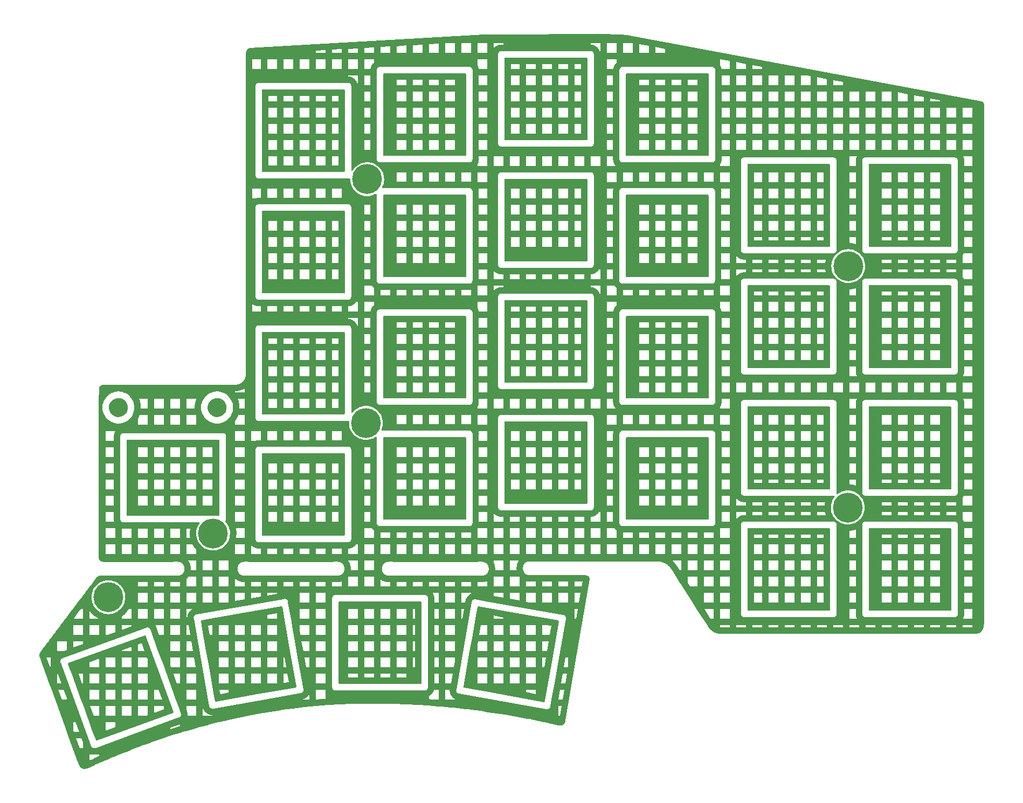
<source format=gbl>
%TF.GenerationSoftware,KiCad,Pcbnew,(6.0.0)*%
%TF.CreationDate,2022-08-16T23:30:09+02:00*%
%TF.ProjectId,SofleKeyboardTopPlate,536f666c-654b-4657-9962-6f617264546f,rev?*%
%TF.SameCoordinates,Original*%
%TF.FileFunction,Copper,L2,Bot*%
%TF.FilePolarity,Positive*%
%FSLAX46Y46*%
G04 Gerber Fmt 4.6, Leading zero omitted, Abs format (unit mm)*
G04 Created by KiCad (PCBNEW (6.0.0)) date 2022-08-16 23:30:09*
%MOMM*%
%LPD*%
G01*
G04 APERTURE LIST*
%TA.AperFunction,ComponentPad*%
%ADD10C,4.700000*%
%TD*%
G04 APERTURE END LIST*
D10*
X107248563Y-114602639D03*
X207013559Y-72587636D03*
X206943559Y-110507632D03*
X90798565Y-124612638D03*
X131452800Y-58936400D03*
X131252800Y-97216400D03*
%TA.AperFunction,NonConductor*%
G36*
X165958557Y-39833002D02*
G01*
X166005050Y-39886658D01*
X166016436Y-39939000D01*
X166016436Y-52670999D01*
X165996434Y-52739120D01*
X165942778Y-52785613D01*
X165890436Y-52796999D01*
X153158438Y-52796999D01*
X153090317Y-52776997D01*
X153043824Y-52723341D01*
X153032438Y-52670999D01*
X153032438Y-51763309D01*
X154046438Y-51763309D01*
X155354691Y-51763309D01*
X156368691Y-51763309D01*
X157894691Y-51763309D01*
X158908691Y-51763309D01*
X160434691Y-51763309D01*
X161448691Y-51763309D01*
X162974691Y-51763309D01*
X163988691Y-51763309D01*
X165002436Y-51763309D01*
X165002436Y-50237309D01*
X163988691Y-50237309D01*
X163988691Y-51763309D01*
X162974691Y-51763309D01*
X162974691Y-50237309D01*
X161448691Y-50237309D01*
X161448691Y-51763309D01*
X160434691Y-51763309D01*
X160434691Y-50237309D01*
X158908691Y-50237309D01*
X158908691Y-51763309D01*
X157894691Y-51763309D01*
X157894691Y-50237309D01*
X156368691Y-50237309D01*
X156368691Y-51763309D01*
X155354691Y-51763309D01*
X155354691Y-50237309D01*
X154046438Y-50237309D01*
X154046438Y-51763309D01*
X153032438Y-51763309D01*
X153032438Y-49223309D01*
X154046438Y-49223309D01*
X155354691Y-49223309D01*
X156368691Y-49223309D01*
X157894691Y-49223309D01*
X158908691Y-49223309D01*
X160434691Y-49223309D01*
X161448691Y-49223309D01*
X162974691Y-49223309D01*
X163988691Y-49223309D01*
X165002436Y-49223309D01*
X165002436Y-47697309D01*
X163988691Y-47697309D01*
X163988691Y-49223309D01*
X162974691Y-49223309D01*
X162974691Y-47697309D01*
X161448691Y-47697309D01*
X161448691Y-49223309D01*
X160434691Y-49223309D01*
X160434691Y-47697309D01*
X158908691Y-47697309D01*
X158908691Y-49223309D01*
X157894691Y-49223309D01*
X157894691Y-47697309D01*
X156368691Y-47697309D01*
X156368691Y-49223309D01*
X155354691Y-49223309D01*
X155354691Y-47697309D01*
X154046438Y-47697309D01*
X154046438Y-49223309D01*
X153032438Y-49223309D01*
X153032438Y-46683309D01*
X154046438Y-46683309D01*
X155354691Y-46683309D01*
X156368691Y-46683309D01*
X157894691Y-46683309D01*
X158908691Y-46683309D01*
X160434691Y-46683309D01*
X161448691Y-46683309D01*
X162974691Y-46683309D01*
X163988691Y-46683309D01*
X165002436Y-46683309D01*
X165002436Y-45157309D01*
X163988691Y-45157309D01*
X163988691Y-46683309D01*
X162974691Y-46683309D01*
X162974691Y-45157309D01*
X161448691Y-45157309D01*
X161448691Y-46683309D01*
X160434691Y-46683309D01*
X160434691Y-45157309D01*
X158908691Y-45157309D01*
X158908691Y-46683309D01*
X157894691Y-46683309D01*
X157894691Y-45157309D01*
X156368691Y-45157309D01*
X156368691Y-46683309D01*
X155354691Y-46683309D01*
X155354691Y-45157309D01*
X154046438Y-45157309D01*
X154046438Y-46683309D01*
X153032438Y-46683309D01*
X153032438Y-44143309D01*
X154046438Y-44143309D01*
X155354691Y-44143309D01*
X156368691Y-44143309D01*
X157894691Y-44143309D01*
X158908691Y-44143309D01*
X160434691Y-44143309D01*
X161448691Y-44143309D01*
X162974691Y-44143309D01*
X163988691Y-44143309D01*
X165002436Y-44143309D01*
X165002436Y-42617309D01*
X163988691Y-42617309D01*
X163988691Y-44143309D01*
X162974691Y-44143309D01*
X162974691Y-42617309D01*
X161448691Y-42617309D01*
X161448691Y-44143309D01*
X160434691Y-44143309D01*
X160434691Y-42617309D01*
X158908691Y-42617309D01*
X158908691Y-44143309D01*
X157894691Y-44143309D01*
X157894691Y-42617309D01*
X156368691Y-42617309D01*
X156368691Y-44143309D01*
X155354691Y-44143309D01*
X155354691Y-42617309D01*
X154046438Y-42617309D01*
X154046438Y-44143309D01*
X153032438Y-44143309D01*
X153032438Y-41603309D01*
X154046438Y-41603309D01*
X155354691Y-41603309D01*
X156368691Y-41603309D01*
X157894691Y-41603309D01*
X158908691Y-41603309D01*
X160434691Y-41603309D01*
X161448691Y-41603309D01*
X162974691Y-41603309D01*
X163988691Y-41603309D01*
X165002436Y-41603309D01*
X165002436Y-40827000D01*
X163988691Y-40827000D01*
X163988691Y-41603309D01*
X162974691Y-41603309D01*
X162974691Y-40827000D01*
X161448691Y-40827000D01*
X161448691Y-41603309D01*
X160434691Y-41603309D01*
X160434691Y-40827000D01*
X158908691Y-40827000D01*
X158908691Y-41603309D01*
X157894691Y-41603309D01*
X157894691Y-40827000D01*
X156368691Y-40827000D01*
X156368691Y-41603309D01*
X155354691Y-41603309D01*
X155354691Y-40827000D01*
X154046438Y-40827000D01*
X154046438Y-41603309D01*
X153032438Y-41603309D01*
X153032438Y-39939000D01*
X153052440Y-39870879D01*
X153106096Y-39824386D01*
X153158438Y-39813000D01*
X165890436Y-39813000D01*
X165958557Y-39833002D01*
G37*
%TD.AperFunction*%
%TA.AperFunction,NonConductor*%
G36*
X185028119Y-42333002D02*
G01*
X185074612Y-42386658D01*
X185085998Y-42439000D01*
X185085998Y-55170998D01*
X185065996Y-55239119D01*
X185012340Y-55285612D01*
X184959998Y-55296998D01*
X172228000Y-55296998D01*
X172159879Y-55276996D01*
X172113386Y-55223340D01*
X172102000Y-55170998D01*
X172102000Y-54282998D01*
X174148691Y-54282998D01*
X175674691Y-54282998D01*
X176688691Y-54282998D01*
X178214691Y-54282998D01*
X179228691Y-54282998D01*
X180754691Y-54282998D01*
X181768691Y-54282998D01*
X183294691Y-54282998D01*
X183294691Y-52777309D01*
X181768691Y-52777309D01*
X181768691Y-54282998D01*
X180754691Y-54282998D01*
X180754691Y-52777309D01*
X179228691Y-52777309D01*
X179228691Y-54282998D01*
X178214691Y-54282998D01*
X178214691Y-52777309D01*
X176688691Y-52777309D01*
X176688691Y-54282998D01*
X175674691Y-54282998D01*
X175674691Y-52777309D01*
X174148691Y-52777309D01*
X174148691Y-54282998D01*
X172102000Y-54282998D01*
X172102000Y-51763309D01*
X174148691Y-51763309D01*
X175674691Y-51763309D01*
X176688691Y-51763309D01*
X178214691Y-51763309D01*
X179228691Y-51763309D01*
X180754691Y-51763309D01*
X181768691Y-51763309D01*
X183294691Y-51763309D01*
X183294691Y-50237309D01*
X181768691Y-50237309D01*
X181768691Y-51763309D01*
X180754691Y-51763309D01*
X180754691Y-50237309D01*
X179228691Y-50237309D01*
X179228691Y-51763309D01*
X178214691Y-51763309D01*
X178214691Y-50237309D01*
X176688691Y-50237309D01*
X176688691Y-51763309D01*
X175674691Y-51763309D01*
X175674691Y-50237309D01*
X174148691Y-50237309D01*
X174148691Y-51763309D01*
X172102000Y-51763309D01*
X172102000Y-49223309D01*
X174148691Y-49223309D01*
X175674691Y-49223309D01*
X176688691Y-49223309D01*
X178214691Y-49223309D01*
X179228691Y-49223309D01*
X180754691Y-49223309D01*
X181768691Y-49223309D01*
X183294691Y-49223309D01*
X183294691Y-47697309D01*
X181768691Y-47697309D01*
X181768691Y-49223309D01*
X180754691Y-49223309D01*
X180754691Y-47697309D01*
X179228691Y-47697309D01*
X179228691Y-49223309D01*
X178214691Y-49223309D01*
X178214691Y-47697309D01*
X176688691Y-47697309D01*
X176688691Y-49223309D01*
X175674691Y-49223309D01*
X175674691Y-47697309D01*
X174148691Y-47697309D01*
X174148691Y-49223309D01*
X172102000Y-49223309D01*
X172102000Y-46683309D01*
X174148691Y-46683309D01*
X175674691Y-46683309D01*
X176688691Y-46683309D01*
X178214691Y-46683309D01*
X179228691Y-46683309D01*
X180754691Y-46683309D01*
X181768691Y-46683309D01*
X183294691Y-46683309D01*
X183294691Y-45157309D01*
X181768691Y-45157309D01*
X181768691Y-46683309D01*
X180754691Y-46683309D01*
X180754691Y-45157309D01*
X179228691Y-45157309D01*
X179228691Y-46683309D01*
X178214691Y-46683309D01*
X178214691Y-45157309D01*
X176688691Y-45157309D01*
X176688691Y-46683309D01*
X175674691Y-46683309D01*
X175674691Y-45157309D01*
X174148691Y-45157309D01*
X174148691Y-46683309D01*
X172102000Y-46683309D01*
X172102000Y-44143309D01*
X174148691Y-44143309D01*
X175674691Y-44143309D01*
X176688691Y-44143309D01*
X178214691Y-44143309D01*
X179228691Y-44143309D01*
X180754691Y-44143309D01*
X181768691Y-44143309D01*
X183294691Y-44143309D01*
X183294691Y-43327000D01*
X181768691Y-43327000D01*
X181768691Y-44143309D01*
X180754691Y-44143309D01*
X180754691Y-43327000D01*
X179228691Y-43327000D01*
X179228691Y-44143309D01*
X178214691Y-44143309D01*
X178214691Y-43327000D01*
X176688691Y-43327000D01*
X176688691Y-44143309D01*
X175674691Y-44143309D01*
X175674691Y-43327000D01*
X174148691Y-43327000D01*
X174148691Y-44143309D01*
X172102000Y-44143309D01*
X172102000Y-42439000D01*
X172122002Y-42370879D01*
X172175658Y-42324386D01*
X172228000Y-42313000D01*
X184959998Y-42313000D01*
X185028119Y-42333002D01*
G37*
%TD.AperFunction*%
%TA.AperFunction,NonConductor*%
G36*
X146908560Y-42333002D02*
G01*
X146955053Y-42386658D01*
X146966439Y-42439000D01*
X146966439Y-55170998D01*
X146946437Y-55239119D01*
X146892781Y-55285612D01*
X146840439Y-55296998D01*
X134108440Y-55296998D01*
X134040319Y-55276996D01*
X133993826Y-55223340D01*
X133982440Y-55170998D01*
X133982440Y-54282998D01*
X136048691Y-54282998D01*
X137574691Y-54282998D01*
X138588691Y-54282998D01*
X140114691Y-54282998D01*
X141128691Y-54282998D01*
X142654691Y-54282998D01*
X143668691Y-54282998D01*
X145194691Y-54282998D01*
X145194691Y-52777309D01*
X143668691Y-52777309D01*
X143668691Y-54282998D01*
X142654691Y-54282998D01*
X142654691Y-52777309D01*
X141128691Y-52777309D01*
X141128691Y-54282998D01*
X140114691Y-54282998D01*
X140114691Y-52777309D01*
X138588691Y-52777309D01*
X138588691Y-54282998D01*
X137574691Y-54282998D01*
X137574691Y-52777309D01*
X136048691Y-52777309D01*
X136048691Y-54282998D01*
X133982440Y-54282998D01*
X133982440Y-51763309D01*
X136048691Y-51763309D01*
X137574691Y-51763309D01*
X138588691Y-51763309D01*
X140114691Y-51763309D01*
X141128691Y-51763309D01*
X142654691Y-51763309D01*
X143668691Y-51763309D01*
X145194691Y-51763309D01*
X145194691Y-50237309D01*
X143668691Y-50237309D01*
X143668691Y-51763309D01*
X142654691Y-51763309D01*
X142654691Y-50237309D01*
X141128691Y-50237309D01*
X141128691Y-51763309D01*
X140114691Y-51763309D01*
X140114691Y-50237309D01*
X138588691Y-50237309D01*
X138588691Y-51763309D01*
X137574691Y-51763309D01*
X137574691Y-50237309D01*
X136048691Y-50237309D01*
X136048691Y-51763309D01*
X133982440Y-51763309D01*
X133982440Y-49223309D01*
X136048691Y-49223309D01*
X137574691Y-49223309D01*
X138588691Y-49223309D01*
X140114691Y-49223309D01*
X141128691Y-49223309D01*
X142654691Y-49223309D01*
X143668691Y-49223309D01*
X145194691Y-49223309D01*
X145194691Y-47697309D01*
X143668691Y-47697309D01*
X143668691Y-49223309D01*
X142654691Y-49223309D01*
X142654691Y-47697309D01*
X141128691Y-47697309D01*
X141128691Y-49223309D01*
X140114691Y-49223309D01*
X140114691Y-47697309D01*
X138588691Y-47697309D01*
X138588691Y-49223309D01*
X137574691Y-49223309D01*
X137574691Y-47697309D01*
X136048691Y-47697309D01*
X136048691Y-49223309D01*
X133982440Y-49223309D01*
X133982440Y-46683309D01*
X136048691Y-46683309D01*
X137574691Y-46683309D01*
X138588691Y-46683309D01*
X140114691Y-46683309D01*
X141128691Y-46683309D01*
X142654691Y-46683309D01*
X143668691Y-46683309D01*
X145194691Y-46683309D01*
X145194691Y-45157309D01*
X143668691Y-45157309D01*
X143668691Y-46683309D01*
X142654691Y-46683309D01*
X142654691Y-45157309D01*
X141128691Y-45157309D01*
X141128691Y-46683309D01*
X140114691Y-46683309D01*
X140114691Y-45157309D01*
X138588691Y-45157309D01*
X138588691Y-46683309D01*
X137574691Y-46683309D01*
X137574691Y-45157309D01*
X136048691Y-45157309D01*
X136048691Y-46683309D01*
X133982440Y-46683309D01*
X133982440Y-44143309D01*
X136048691Y-44143309D01*
X137574691Y-44143309D01*
X138588691Y-44143309D01*
X140114691Y-44143309D01*
X141128691Y-44143309D01*
X142654691Y-44143309D01*
X143668691Y-44143309D01*
X145194691Y-44143309D01*
X145194691Y-43327000D01*
X143668691Y-43327000D01*
X143668691Y-44143309D01*
X142654691Y-44143309D01*
X142654691Y-43327000D01*
X141128691Y-43327000D01*
X141128691Y-44143309D01*
X140114691Y-44143309D01*
X140114691Y-43327000D01*
X138588691Y-43327000D01*
X138588691Y-44143309D01*
X137574691Y-44143309D01*
X137574691Y-43327000D01*
X136048691Y-43327000D01*
X136048691Y-44143309D01*
X133982440Y-44143309D01*
X133982440Y-42439000D01*
X134002442Y-42370879D01*
X134056098Y-42324386D01*
X134108440Y-42313000D01*
X146840439Y-42313000D01*
X146908560Y-42333002D01*
G37*
%TD.AperFunction*%
%TA.AperFunction,NonConductor*%
G36*
X204097673Y-56575640D02*
G01*
X204144166Y-56629296D01*
X204155552Y-56681638D01*
X204155552Y-69413637D01*
X204135550Y-69481758D01*
X204081894Y-69528251D01*
X204029552Y-69539637D01*
X191297553Y-69539637D01*
X191229432Y-69519635D01*
X191182939Y-69465979D01*
X191171553Y-69413637D01*
X191171553Y-68525637D01*
X192185553Y-68525637D01*
X193454691Y-68525637D01*
X194468691Y-68525637D01*
X195994691Y-68525637D01*
X197008691Y-68525637D01*
X198534691Y-68525637D01*
X199548691Y-68525637D01*
X201074691Y-68525637D01*
X202088691Y-68525637D01*
X203141552Y-68525637D01*
X203141552Y-68017309D01*
X202088691Y-68017309D01*
X202088691Y-68525637D01*
X201074691Y-68525637D01*
X201074691Y-68017309D01*
X199548691Y-68017309D01*
X199548691Y-68525637D01*
X198534691Y-68525637D01*
X198534691Y-68017309D01*
X197008691Y-68017309D01*
X197008691Y-68525637D01*
X195994691Y-68525637D01*
X195994691Y-68017309D01*
X194468691Y-68017309D01*
X194468691Y-68525637D01*
X193454691Y-68525637D01*
X193454691Y-68017309D01*
X192185553Y-68017309D01*
X192185553Y-68525637D01*
X191171553Y-68525637D01*
X191171553Y-67003309D01*
X192185553Y-67003309D01*
X193454691Y-67003309D01*
X194468691Y-67003309D01*
X195994691Y-67003309D01*
X197008691Y-67003309D01*
X198534691Y-67003309D01*
X199548691Y-67003309D01*
X201074691Y-67003309D01*
X202088691Y-67003309D01*
X203141552Y-67003309D01*
X203141552Y-65477309D01*
X202088691Y-65477309D01*
X202088691Y-67003309D01*
X201074691Y-67003309D01*
X201074691Y-65477309D01*
X199548691Y-65477309D01*
X199548691Y-67003309D01*
X198534691Y-67003309D01*
X198534691Y-65477309D01*
X197008691Y-65477309D01*
X197008691Y-67003309D01*
X195994691Y-67003309D01*
X195994691Y-65477309D01*
X194468691Y-65477309D01*
X194468691Y-67003309D01*
X193454691Y-67003309D01*
X193454691Y-65477309D01*
X192185553Y-65477309D01*
X192185553Y-67003309D01*
X191171553Y-67003309D01*
X191171553Y-64463309D01*
X192185553Y-64463309D01*
X193454691Y-64463309D01*
X194468691Y-64463309D01*
X195994691Y-64463309D01*
X197008691Y-64463309D01*
X198534691Y-64463309D01*
X199548691Y-64463309D01*
X201074691Y-64463309D01*
X202088691Y-64463309D01*
X203141552Y-64463309D01*
X203141552Y-62937309D01*
X202088691Y-62937309D01*
X202088691Y-64463309D01*
X201074691Y-64463309D01*
X201074691Y-62937309D01*
X199548691Y-62937309D01*
X199548691Y-64463309D01*
X198534691Y-64463309D01*
X198534691Y-62937309D01*
X197008691Y-62937309D01*
X197008691Y-64463309D01*
X195994691Y-64463309D01*
X195994691Y-62937309D01*
X194468691Y-62937309D01*
X194468691Y-64463309D01*
X193454691Y-64463309D01*
X193454691Y-62937309D01*
X192185553Y-62937309D01*
X192185553Y-64463309D01*
X191171553Y-64463309D01*
X191171553Y-61923309D01*
X192185553Y-61923309D01*
X193454691Y-61923309D01*
X194468691Y-61923309D01*
X195994691Y-61923309D01*
X197008691Y-61923309D01*
X198534691Y-61923309D01*
X199548691Y-61923309D01*
X201074691Y-61923309D01*
X202088691Y-61923309D01*
X203141552Y-61923309D01*
X203141552Y-60397309D01*
X202088691Y-60397309D01*
X202088691Y-61923309D01*
X201074691Y-61923309D01*
X201074691Y-60397309D01*
X199548691Y-60397309D01*
X199548691Y-61923309D01*
X198534691Y-61923309D01*
X198534691Y-60397309D01*
X197008691Y-60397309D01*
X197008691Y-61923309D01*
X195994691Y-61923309D01*
X195994691Y-60397309D01*
X194468691Y-60397309D01*
X194468691Y-61923309D01*
X193454691Y-61923309D01*
X193454691Y-60397309D01*
X192185553Y-60397309D01*
X192185553Y-61923309D01*
X191171553Y-61923309D01*
X191171553Y-59383309D01*
X192185553Y-59383309D01*
X193454691Y-59383309D01*
X194468691Y-59383309D01*
X195994691Y-59383309D01*
X197008691Y-59383309D01*
X198534691Y-59383309D01*
X199548691Y-59383309D01*
X201074691Y-59383309D01*
X202088691Y-59383309D01*
X203141552Y-59383309D01*
X203141552Y-57857309D01*
X202088691Y-57857309D01*
X202088691Y-59383309D01*
X201074691Y-59383309D01*
X201074691Y-57857309D01*
X199548691Y-57857309D01*
X199548691Y-59383309D01*
X198534691Y-59383309D01*
X198534691Y-57857309D01*
X197008691Y-57857309D01*
X197008691Y-59383309D01*
X195994691Y-59383309D01*
X195994691Y-57857309D01*
X194468691Y-57857309D01*
X194468691Y-59383309D01*
X193454691Y-59383309D01*
X193454691Y-57857309D01*
X192185553Y-57857309D01*
X192185553Y-59383309D01*
X191171553Y-59383309D01*
X191171553Y-56681638D01*
X191191555Y-56613517D01*
X191245211Y-56567024D01*
X191297553Y-56555638D01*
X204029552Y-56555638D01*
X204097673Y-56575640D01*
G37*
%TD.AperFunction*%
%TA.AperFunction,NonConductor*%
G36*
X223147678Y-56575640D02*
G01*
X223194171Y-56629296D01*
X223205557Y-56681638D01*
X223205557Y-69413637D01*
X223185555Y-69481758D01*
X223131899Y-69528251D01*
X223079557Y-69539637D01*
X210347559Y-69539637D01*
X210279438Y-69519635D01*
X210232945Y-69465979D01*
X210221559Y-69413637D01*
X210221559Y-68525637D01*
X212248691Y-68525637D01*
X213774691Y-68525637D01*
X214788691Y-68525637D01*
X216314691Y-68525637D01*
X217328691Y-68525637D01*
X218854691Y-68525637D01*
X219868691Y-68525637D01*
X221394691Y-68525637D01*
X221394691Y-68017309D01*
X219868691Y-68017309D01*
X219868691Y-68525637D01*
X218854691Y-68525637D01*
X218854691Y-68017309D01*
X217328691Y-68017309D01*
X217328691Y-68525637D01*
X216314691Y-68525637D01*
X216314691Y-68017309D01*
X214788691Y-68017309D01*
X214788691Y-68525637D01*
X213774691Y-68525637D01*
X213774691Y-68017309D01*
X212248691Y-68017309D01*
X212248691Y-68525637D01*
X210221559Y-68525637D01*
X210221559Y-67003309D01*
X212248691Y-67003309D01*
X213774691Y-67003309D01*
X214788691Y-67003309D01*
X216314691Y-67003309D01*
X217328691Y-67003309D01*
X218854691Y-67003309D01*
X219868691Y-67003309D01*
X221394691Y-67003309D01*
X221394691Y-65477309D01*
X219868691Y-65477309D01*
X219868691Y-67003309D01*
X218854691Y-67003309D01*
X218854691Y-65477309D01*
X217328691Y-65477309D01*
X217328691Y-67003309D01*
X216314691Y-67003309D01*
X216314691Y-65477309D01*
X214788691Y-65477309D01*
X214788691Y-67003309D01*
X213774691Y-67003309D01*
X213774691Y-65477309D01*
X212248691Y-65477309D01*
X212248691Y-67003309D01*
X210221559Y-67003309D01*
X210221559Y-64463309D01*
X212248691Y-64463309D01*
X213774691Y-64463309D01*
X214788691Y-64463309D01*
X216314691Y-64463309D01*
X217328691Y-64463309D01*
X218854691Y-64463309D01*
X219868691Y-64463309D01*
X221394691Y-64463309D01*
X221394691Y-62937309D01*
X219868691Y-62937309D01*
X219868691Y-64463309D01*
X218854691Y-64463309D01*
X218854691Y-62937309D01*
X217328691Y-62937309D01*
X217328691Y-64463309D01*
X216314691Y-64463309D01*
X216314691Y-62937309D01*
X214788691Y-62937309D01*
X214788691Y-64463309D01*
X213774691Y-64463309D01*
X213774691Y-62937309D01*
X212248691Y-62937309D01*
X212248691Y-64463309D01*
X210221559Y-64463309D01*
X210221559Y-61923309D01*
X212248691Y-61923309D01*
X213774691Y-61923309D01*
X214788691Y-61923309D01*
X216314691Y-61923309D01*
X217328691Y-61923309D01*
X218854691Y-61923309D01*
X219868691Y-61923309D01*
X221394691Y-61923309D01*
X221394691Y-60397309D01*
X219868691Y-60397309D01*
X219868691Y-61923309D01*
X218854691Y-61923309D01*
X218854691Y-60397309D01*
X217328691Y-60397309D01*
X217328691Y-61923309D01*
X216314691Y-61923309D01*
X216314691Y-60397309D01*
X214788691Y-60397309D01*
X214788691Y-61923309D01*
X213774691Y-61923309D01*
X213774691Y-60397309D01*
X212248691Y-60397309D01*
X212248691Y-61923309D01*
X210221559Y-61923309D01*
X210221559Y-59383309D01*
X212248691Y-59383309D01*
X213774691Y-59383309D01*
X214788691Y-59383309D01*
X216314691Y-59383309D01*
X217328691Y-59383309D01*
X218854691Y-59383309D01*
X219868691Y-59383309D01*
X221394691Y-59383309D01*
X221394691Y-57857309D01*
X219868691Y-57857309D01*
X219868691Y-59383309D01*
X218854691Y-59383309D01*
X218854691Y-57857309D01*
X217328691Y-57857309D01*
X217328691Y-59383309D01*
X216314691Y-59383309D01*
X216314691Y-57857309D01*
X214788691Y-57857309D01*
X214788691Y-59383309D01*
X213774691Y-59383309D01*
X213774691Y-57857309D01*
X212248691Y-57857309D01*
X212248691Y-59383309D01*
X210221559Y-59383309D01*
X210221559Y-56681638D01*
X210241561Y-56613517D01*
X210295217Y-56567024D01*
X210347559Y-56555638D01*
X223079557Y-56555638D01*
X223147678Y-56575640D01*
G37*
%TD.AperFunction*%
%TA.AperFunction,NonConductor*%
G36*
X165958557Y-58883000D02*
G01*
X166005050Y-58936656D01*
X166016436Y-58988998D01*
X166016436Y-71720996D01*
X165996434Y-71789117D01*
X165942778Y-71835610D01*
X165890436Y-71846996D01*
X153158438Y-71846996D01*
X153090317Y-71826994D01*
X153043824Y-71773338D01*
X153032438Y-71720996D01*
X153032438Y-69543309D01*
X154046438Y-69543309D01*
X155354691Y-69543309D01*
X156368691Y-69543309D01*
X157894691Y-69543309D01*
X158908691Y-69543309D01*
X160434691Y-69543309D01*
X161448691Y-69543309D01*
X162974691Y-69543309D01*
X163988691Y-69543309D01*
X165002436Y-69543309D01*
X165002436Y-68017309D01*
X163988691Y-68017309D01*
X163988691Y-69543309D01*
X162974691Y-69543309D01*
X162974691Y-68017309D01*
X161448691Y-68017309D01*
X161448691Y-69543309D01*
X160434691Y-69543309D01*
X160434691Y-68017309D01*
X158908691Y-68017309D01*
X158908691Y-69543309D01*
X157894691Y-69543309D01*
X157894691Y-68017309D01*
X156368691Y-68017309D01*
X156368691Y-69543309D01*
X155354691Y-69543309D01*
X155354691Y-68017309D01*
X154046438Y-68017309D01*
X154046438Y-69543309D01*
X153032438Y-69543309D01*
X153032438Y-67003309D01*
X154046438Y-67003309D01*
X155354691Y-67003309D01*
X156368691Y-67003309D01*
X157894691Y-67003309D01*
X158908691Y-67003309D01*
X160434691Y-67003309D01*
X161448691Y-67003309D01*
X162974691Y-67003309D01*
X163988691Y-67003309D01*
X165002436Y-67003309D01*
X165002436Y-65477309D01*
X163988691Y-65477309D01*
X163988691Y-67003309D01*
X162974691Y-67003309D01*
X162974691Y-65477309D01*
X161448691Y-65477309D01*
X161448691Y-67003309D01*
X160434691Y-67003309D01*
X160434691Y-65477309D01*
X158908691Y-65477309D01*
X158908691Y-67003309D01*
X157894691Y-67003309D01*
X157894691Y-65477309D01*
X156368691Y-65477309D01*
X156368691Y-67003309D01*
X155354691Y-67003309D01*
X155354691Y-65477309D01*
X154046438Y-65477309D01*
X154046438Y-67003309D01*
X153032438Y-67003309D01*
X153032438Y-64463309D01*
X154046438Y-64463309D01*
X155354691Y-64463309D01*
X156368691Y-64463309D01*
X157894691Y-64463309D01*
X158908691Y-64463309D01*
X160434691Y-64463309D01*
X161448691Y-64463309D01*
X162974691Y-64463309D01*
X163988691Y-64463309D01*
X165002436Y-64463309D01*
X165002436Y-62937309D01*
X163988691Y-62937309D01*
X163988691Y-64463309D01*
X162974691Y-64463309D01*
X162974691Y-62937309D01*
X161448691Y-62937309D01*
X161448691Y-64463309D01*
X160434691Y-64463309D01*
X160434691Y-62937309D01*
X158908691Y-62937309D01*
X158908691Y-64463309D01*
X157894691Y-64463309D01*
X157894691Y-62937309D01*
X156368691Y-62937309D01*
X156368691Y-64463309D01*
X155354691Y-64463309D01*
X155354691Y-62937309D01*
X154046438Y-62937309D01*
X154046438Y-64463309D01*
X153032438Y-64463309D01*
X153032438Y-61923309D01*
X154046438Y-61923309D01*
X155354691Y-61923309D01*
X156368691Y-61923309D01*
X157894691Y-61923309D01*
X158908691Y-61923309D01*
X160434691Y-61923309D01*
X161448691Y-61923309D01*
X162974691Y-61923309D01*
X163988691Y-61923309D01*
X165002436Y-61923309D01*
X165002436Y-60397309D01*
X163988691Y-60397309D01*
X163988691Y-61923309D01*
X162974691Y-61923309D01*
X162974691Y-60397309D01*
X161448691Y-60397309D01*
X161448691Y-61923309D01*
X160434691Y-61923309D01*
X160434691Y-60397309D01*
X158908691Y-60397309D01*
X158908691Y-61923309D01*
X157894691Y-61923309D01*
X157894691Y-60397309D01*
X156368691Y-60397309D01*
X156368691Y-61923309D01*
X155354691Y-61923309D01*
X155354691Y-60397309D01*
X154046438Y-60397309D01*
X154046438Y-61923309D01*
X153032438Y-61923309D01*
X153032438Y-58988998D01*
X153052440Y-58920877D01*
X153106096Y-58874384D01*
X153158438Y-58862998D01*
X165890436Y-58862998D01*
X165958557Y-58883000D01*
G37*
%TD.AperFunction*%
%TA.AperFunction,NonConductor*%
G36*
X185008555Y-61383000D02*
G01*
X185055048Y-61436656D01*
X185066434Y-61488998D01*
X185066434Y-74220996D01*
X185046432Y-74289117D01*
X184992776Y-74335610D01*
X184940434Y-74346996D01*
X172208436Y-74346996D01*
X172140315Y-74326994D01*
X172093822Y-74273338D01*
X172082436Y-74220996D01*
X172082436Y-72083309D01*
X174148691Y-72083309D01*
X175674691Y-72083309D01*
X176688691Y-72083309D01*
X178214691Y-72083309D01*
X179228691Y-72083309D01*
X180754691Y-72083309D01*
X181768691Y-72083309D01*
X183294691Y-72083309D01*
X183294691Y-70557309D01*
X181768691Y-70557309D01*
X181768691Y-72083309D01*
X180754691Y-72083309D01*
X180754691Y-70557309D01*
X179228691Y-70557309D01*
X179228691Y-72083309D01*
X178214691Y-72083309D01*
X178214691Y-70557309D01*
X176688691Y-70557309D01*
X176688691Y-72083309D01*
X175674691Y-72083309D01*
X175674691Y-70557309D01*
X174148691Y-70557309D01*
X174148691Y-72083309D01*
X172082436Y-72083309D01*
X172082436Y-69543309D01*
X174148691Y-69543309D01*
X175674691Y-69543309D01*
X176688691Y-69543309D01*
X178214691Y-69543309D01*
X179228691Y-69543309D01*
X180754691Y-69543309D01*
X181768691Y-69543309D01*
X183294691Y-69543309D01*
X183294691Y-68017309D01*
X181768691Y-68017309D01*
X181768691Y-69543309D01*
X180754691Y-69543309D01*
X180754691Y-68017309D01*
X179228691Y-68017309D01*
X179228691Y-69543309D01*
X178214691Y-69543309D01*
X178214691Y-68017309D01*
X176688691Y-68017309D01*
X176688691Y-69543309D01*
X175674691Y-69543309D01*
X175674691Y-68017309D01*
X174148691Y-68017309D01*
X174148691Y-69543309D01*
X172082436Y-69543309D01*
X172082436Y-67003309D01*
X174148691Y-67003309D01*
X175674691Y-67003309D01*
X176688691Y-67003309D01*
X178214691Y-67003309D01*
X179228691Y-67003309D01*
X180754691Y-67003309D01*
X181768691Y-67003309D01*
X183294691Y-67003309D01*
X183294691Y-65477309D01*
X181768691Y-65477309D01*
X181768691Y-67003309D01*
X180754691Y-67003309D01*
X180754691Y-65477309D01*
X179228691Y-65477309D01*
X179228691Y-67003309D01*
X178214691Y-67003309D01*
X178214691Y-65477309D01*
X176688691Y-65477309D01*
X176688691Y-67003309D01*
X175674691Y-67003309D01*
X175674691Y-65477309D01*
X174148691Y-65477309D01*
X174148691Y-67003309D01*
X172082436Y-67003309D01*
X172082436Y-64463309D01*
X174148691Y-64463309D01*
X175674691Y-64463309D01*
X176688691Y-64463309D01*
X178214691Y-64463309D01*
X179228691Y-64463309D01*
X180754691Y-64463309D01*
X181768691Y-64463309D01*
X183294691Y-64463309D01*
X183294691Y-62937309D01*
X181768691Y-62937309D01*
X181768691Y-64463309D01*
X180754691Y-64463309D01*
X180754691Y-62937309D01*
X179228691Y-62937309D01*
X179228691Y-64463309D01*
X178214691Y-64463309D01*
X178214691Y-62937309D01*
X176688691Y-62937309D01*
X176688691Y-64463309D01*
X175674691Y-64463309D01*
X175674691Y-62937309D01*
X174148691Y-62937309D01*
X174148691Y-64463309D01*
X172082436Y-64463309D01*
X172082436Y-61488998D01*
X172102438Y-61420877D01*
X172156094Y-61374384D01*
X172208436Y-61362998D01*
X184940434Y-61362998D01*
X185008555Y-61383000D01*
G37*
%TD.AperFunction*%
%TA.AperFunction,NonConductor*%
G36*
X127858562Y-44833002D02*
G01*
X127905055Y-44886658D01*
X127916441Y-44939000D01*
X127916441Y-57670998D01*
X127896439Y-57739119D01*
X127842783Y-57785612D01*
X127790441Y-57796998D01*
X115058443Y-57796998D01*
X114990322Y-57776996D01*
X114943829Y-57723340D01*
X114932443Y-57670998D01*
X114932443Y-56782998D01*
X115946443Y-56782998D01*
X117254691Y-56782998D01*
X118268691Y-56782998D01*
X119794691Y-56782998D01*
X120808691Y-56782998D01*
X122334691Y-56782998D01*
X123348691Y-56782998D01*
X124874691Y-56782998D01*
X125888691Y-56782998D01*
X126902441Y-56782998D01*
X126902441Y-55317309D01*
X125888691Y-55317309D01*
X125888691Y-56782998D01*
X124874691Y-56782998D01*
X124874691Y-55317309D01*
X123348691Y-55317309D01*
X123348691Y-56782998D01*
X122334691Y-56782998D01*
X122334691Y-55317309D01*
X120808691Y-55317309D01*
X120808691Y-56782998D01*
X119794691Y-56782998D01*
X119794691Y-55317309D01*
X118268691Y-55317309D01*
X118268691Y-56782998D01*
X117254691Y-56782998D01*
X117254691Y-55317309D01*
X115946443Y-55317309D01*
X115946443Y-56782998D01*
X114932443Y-56782998D01*
X114932443Y-54303309D01*
X115946443Y-54303309D01*
X117254691Y-54303309D01*
X118268691Y-54303309D01*
X119794691Y-54303309D01*
X120808691Y-54303309D01*
X122334691Y-54303309D01*
X123348691Y-54303309D01*
X124874691Y-54303309D01*
X125888691Y-54303309D01*
X126902441Y-54303309D01*
X126902441Y-52777309D01*
X125888691Y-52777309D01*
X125888691Y-54303309D01*
X124874691Y-54303309D01*
X124874691Y-52777309D01*
X123348691Y-52777309D01*
X123348691Y-54303309D01*
X122334691Y-54303309D01*
X122334691Y-52777309D01*
X120808691Y-52777309D01*
X120808691Y-54303309D01*
X119794691Y-54303309D01*
X119794691Y-52777309D01*
X118268691Y-52777309D01*
X118268691Y-54303309D01*
X117254691Y-54303309D01*
X117254691Y-52777309D01*
X115946443Y-52777309D01*
X115946443Y-54303309D01*
X114932443Y-54303309D01*
X114932443Y-51763309D01*
X115946443Y-51763309D01*
X117254691Y-51763309D01*
X118268691Y-51763309D01*
X119794691Y-51763309D01*
X120808691Y-51763309D01*
X122334691Y-51763309D01*
X123348691Y-51763309D01*
X124874691Y-51763309D01*
X125888691Y-51763309D01*
X126902441Y-51763309D01*
X126902441Y-50237309D01*
X125888691Y-50237309D01*
X125888691Y-51763309D01*
X124874691Y-51763309D01*
X124874691Y-50237309D01*
X123348691Y-50237309D01*
X123348691Y-51763309D01*
X122334691Y-51763309D01*
X122334691Y-50237309D01*
X120808691Y-50237309D01*
X120808691Y-51763309D01*
X119794691Y-51763309D01*
X119794691Y-50237309D01*
X118268691Y-50237309D01*
X118268691Y-51763309D01*
X117254691Y-51763309D01*
X117254691Y-50237309D01*
X115946443Y-50237309D01*
X115946443Y-51763309D01*
X114932443Y-51763309D01*
X114932443Y-49223309D01*
X115946443Y-49223309D01*
X117254691Y-49223309D01*
X118268691Y-49223309D01*
X119794691Y-49223309D01*
X120808691Y-49223309D01*
X122334691Y-49223309D01*
X123348691Y-49223309D01*
X124874691Y-49223309D01*
X125888691Y-49223309D01*
X126902441Y-49223309D01*
X126902441Y-47697309D01*
X125888691Y-47697309D01*
X125888691Y-49223309D01*
X124874691Y-49223309D01*
X124874691Y-47697309D01*
X123348691Y-47697309D01*
X123348691Y-49223309D01*
X122334691Y-49223309D01*
X122334691Y-47697309D01*
X120808691Y-47697309D01*
X120808691Y-49223309D01*
X119794691Y-49223309D01*
X119794691Y-47697309D01*
X118268691Y-47697309D01*
X118268691Y-49223309D01*
X117254691Y-49223309D01*
X117254691Y-47697309D01*
X115946443Y-47697309D01*
X115946443Y-49223309D01*
X114932443Y-49223309D01*
X114932443Y-46683309D01*
X115946443Y-46683309D01*
X117254691Y-46683309D01*
X118268691Y-46683309D01*
X119794691Y-46683309D01*
X120808691Y-46683309D01*
X122334691Y-46683309D01*
X123348691Y-46683309D01*
X124874691Y-46683309D01*
X125888691Y-46683309D01*
X126902441Y-46683309D01*
X126902441Y-45827000D01*
X125888691Y-45827000D01*
X125888691Y-46683309D01*
X124874691Y-46683309D01*
X124874691Y-45827000D01*
X123348691Y-45827000D01*
X123348691Y-46683309D01*
X122334691Y-46683309D01*
X122334691Y-45827000D01*
X120808691Y-45827000D01*
X120808691Y-46683309D01*
X119794691Y-46683309D01*
X119794691Y-45827000D01*
X118268691Y-45827000D01*
X118268691Y-46683309D01*
X117254691Y-46683309D01*
X117254691Y-45827000D01*
X115946443Y-45827000D01*
X115946443Y-46683309D01*
X114932443Y-46683309D01*
X114932443Y-44939000D01*
X114952445Y-44870879D01*
X115006101Y-44824386D01*
X115058443Y-44813000D01*
X127790441Y-44813000D01*
X127858562Y-44833002D01*
G37*
%TD.AperFunction*%
%TA.AperFunction,NonConductor*%
G36*
X146907680Y-61383000D02*
G01*
X146954173Y-61436656D01*
X146965559Y-61488998D01*
X146965559Y-74220996D01*
X146945557Y-74289117D01*
X146891901Y-74335610D01*
X146839559Y-74346996D01*
X134107560Y-74346996D01*
X134039439Y-74326994D01*
X133992946Y-74273338D01*
X133981560Y-74220996D01*
X133981560Y-72083309D01*
X136048691Y-72083309D01*
X137574691Y-72083309D01*
X138588691Y-72083309D01*
X140114691Y-72083309D01*
X141128691Y-72083309D01*
X142654691Y-72083309D01*
X143668691Y-72083309D01*
X145194691Y-72083309D01*
X145194691Y-70557309D01*
X143668691Y-70557309D01*
X143668691Y-72083309D01*
X142654691Y-72083309D01*
X142654691Y-70557309D01*
X141128691Y-70557309D01*
X141128691Y-72083309D01*
X140114691Y-72083309D01*
X140114691Y-70557309D01*
X138588691Y-70557309D01*
X138588691Y-72083309D01*
X137574691Y-72083309D01*
X137574691Y-70557309D01*
X136048691Y-70557309D01*
X136048691Y-72083309D01*
X133981560Y-72083309D01*
X133981560Y-69543309D01*
X136048691Y-69543309D01*
X137574691Y-69543309D01*
X138588691Y-69543309D01*
X140114691Y-69543309D01*
X141128691Y-69543309D01*
X142654691Y-69543309D01*
X143668691Y-69543309D01*
X145194691Y-69543309D01*
X145194691Y-68017309D01*
X143668691Y-68017309D01*
X143668691Y-69543309D01*
X142654691Y-69543309D01*
X142654691Y-68017309D01*
X141128691Y-68017309D01*
X141128691Y-69543309D01*
X140114691Y-69543309D01*
X140114691Y-68017309D01*
X138588691Y-68017309D01*
X138588691Y-69543309D01*
X137574691Y-69543309D01*
X137574691Y-68017309D01*
X136048691Y-68017309D01*
X136048691Y-69543309D01*
X133981560Y-69543309D01*
X133981560Y-67003309D01*
X136048691Y-67003309D01*
X137574691Y-67003309D01*
X138588691Y-67003309D01*
X140114691Y-67003309D01*
X141128691Y-67003309D01*
X142654691Y-67003309D01*
X143668691Y-67003309D01*
X145194691Y-67003309D01*
X145194691Y-65477309D01*
X143668691Y-65477309D01*
X143668691Y-67003309D01*
X142654691Y-67003309D01*
X142654691Y-65477309D01*
X141128691Y-65477309D01*
X141128691Y-67003309D01*
X140114691Y-67003309D01*
X140114691Y-65477309D01*
X138588691Y-65477309D01*
X138588691Y-67003309D01*
X137574691Y-67003309D01*
X137574691Y-65477309D01*
X136048691Y-65477309D01*
X136048691Y-67003309D01*
X133981560Y-67003309D01*
X133981560Y-64463309D01*
X136048691Y-64463309D01*
X137574691Y-64463309D01*
X138588691Y-64463309D01*
X140114691Y-64463309D01*
X141128691Y-64463309D01*
X142654691Y-64463309D01*
X143668691Y-64463309D01*
X145194691Y-64463309D01*
X145194691Y-62937309D01*
X143668691Y-62937309D01*
X143668691Y-64463309D01*
X142654691Y-64463309D01*
X142654691Y-62937309D01*
X141128691Y-62937309D01*
X141128691Y-64463309D01*
X140114691Y-64463309D01*
X140114691Y-62937309D01*
X138588691Y-62937309D01*
X138588691Y-64463309D01*
X137574691Y-64463309D01*
X137574691Y-62937309D01*
X136048691Y-62937309D01*
X136048691Y-64463309D01*
X133981560Y-64463309D01*
X133981560Y-61488998D01*
X134001562Y-61420877D01*
X134055218Y-61374384D01*
X134107560Y-61362998D01*
X146839559Y-61362998D01*
X146907680Y-61383000D01*
G37*
%TD.AperFunction*%
%TA.AperFunction,NonConductor*%
G36*
X127858562Y-63907999D02*
G01*
X127905055Y-63961655D01*
X127916441Y-64013997D01*
X127916441Y-76745996D01*
X127896439Y-76814117D01*
X127842783Y-76860610D01*
X127790441Y-76871996D01*
X115058443Y-76871996D01*
X114990322Y-76851994D01*
X114943829Y-76798338D01*
X114932443Y-76745996D01*
X114932443Y-74623309D01*
X115946443Y-74623309D01*
X117254691Y-74623309D01*
X118268691Y-74623309D01*
X119794691Y-74623309D01*
X120808691Y-74623309D01*
X122334691Y-74623309D01*
X123348691Y-74623309D01*
X124874691Y-74623309D01*
X125888691Y-74623309D01*
X126902441Y-74623309D01*
X126902441Y-73097309D01*
X125888691Y-73097309D01*
X125888691Y-74623309D01*
X124874691Y-74623309D01*
X124874691Y-73097309D01*
X123348691Y-73097309D01*
X123348691Y-74623309D01*
X122334691Y-74623309D01*
X122334691Y-73097309D01*
X120808691Y-73097309D01*
X120808691Y-74623309D01*
X119794691Y-74623309D01*
X119794691Y-73097309D01*
X118268691Y-73097309D01*
X118268691Y-74623309D01*
X117254691Y-74623309D01*
X117254691Y-73097309D01*
X115946443Y-73097309D01*
X115946443Y-74623309D01*
X114932443Y-74623309D01*
X114932443Y-72083309D01*
X115946443Y-72083309D01*
X117254691Y-72083309D01*
X118268691Y-72083309D01*
X119794691Y-72083309D01*
X120808691Y-72083309D01*
X122334691Y-72083309D01*
X123348691Y-72083309D01*
X124874691Y-72083309D01*
X125888691Y-72083309D01*
X126902441Y-72083309D01*
X126902441Y-70557309D01*
X125888691Y-70557309D01*
X125888691Y-72083309D01*
X124874691Y-72083309D01*
X124874691Y-70557309D01*
X123348691Y-70557309D01*
X123348691Y-72083309D01*
X122334691Y-72083309D01*
X122334691Y-70557309D01*
X120808691Y-70557309D01*
X120808691Y-72083309D01*
X119794691Y-72083309D01*
X119794691Y-70557309D01*
X118268691Y-70557309D01*
X118268691Y-72083309D01*
X117254691Y-72083309D01*
X117254691Y-70557309D01*
X115946443Y-70557309D01*
X115946443Y-72083309D01*
X114932443Y-72083309D01*
X114932443Y-69543309D01*
X115946443Y-69543309D01*
X117254691Y-69543309D01*
X118268691Y-69543309D01*
X119794691Y-69543309D01*
X120808691Y-69543309D01*
X122334691Y-69543309D01*
X123348691Y-69543309D01*
X124874691Y-69543309D01*
X125888691Y-69543309D01*
X126902441Y-69543309D01*
X126902441Y-68017309D01*
X125888691Y-68017309D01*
X125888691Y-69543309D01*
X124874691Y-69543309D01*
X124874691Y-68017309D01*
X123348691Y-68017309D01*
X123348691Y-69543309D01*
X122334691Y-69543309D01*
X122334691Y-68017309D01*
X120808691Y-68017309D01*
X120808691Y-69543309D01*
X119794691Y-69543309D01*
X119794691Y-68017309D01*
X118268691Y-68017309D01*
X118268691Y-69543309D01*
X117254691Y-69543309D01*
X117254691Y-68017309D01*
X115946443Y-68017309D01*
X115946443Y-69543309D01*
X114932443Y-69543309D01*
X114932443Y-67003309D01*
X115946443Y-67003309D01*
X117254691Y-67003309D01*
X118268691Y-67003309D01*
X119794691Y-67003309D01*
X120808691Y-67003309D01*
X122334691Y-67003309D01*
X123348691Y-67003309D01*
X124874691Y-67003309D01*
X125888691Y-67003309D01*
X126902441Y-67003309D01*
X126902441Y-65477309D01*
X125888691Y-65477309D01*
X125888691Y-67003309D01*
X124874691Y-67003309D01*
X124874691Y-65477309D01*
X123348691Y-65477309D01*
X123348691Y-67003309D01*
X122334691Y-67003309D01*
X122334691Y-65477309D01*
X120808691Y-65477309D01*
X120808691Y-67003309D01*
X119794691Y-67003309D01*
X119794691Y-65477309D01*
X118268691Y-65477309D01*
X118268691Y-67003309D01*
X117254691Y-67003309D01*
X117254691Y-65477309D01*
X115946443Y-65477309D01*
X115946443Y-67003309D01*
X114932443Y-67003309D01*
X114932443Y-64013997D01*
X114952445Y-63945876D01*
X115006101Y-63899383D01*
X115058443Y-63887997D01*
X127790441Y-63887997D01*
X127858562Y-63907999D01*
G37*
%TD.AperFunction*%
%TA.AperFunction,NonConductor*%
G36*
X223147670Y-75625638D02*
G01*
X223194163Y-75679294D01*
X223205549Y-75731636D01*
X223205549Y-88463634D01*
X223185547Y-88531755D01*
X223131891Y-88578248D01*
X223079549Y-88589634D01*
X210347551Y-88589634D01*
X210279430Y-88569632D01*
X210232937Y-88515976D01*
X210221551Y-88463634D01*
X210221551Y-87323309D01*
X212248691Y-87323309D01*
X213774691Y-87323309D01*
X214788691Y-87323309D01*
X216314691Y-87323309D01*
X217328691Y-87323309D01*
X218854691Y-87323309D01*
X219868691Y-87323309D01*
X221394691Y-87323309D01*
X221394691Y-85797309D01*
X219868691Y-85797309D01*
X219868691Y-87323309D01*
X218854691Y-87323309D01*
X218854691Y-85797309D01*
X217328691Y-85797309D01*
X217328691Y-87323309D01*
X216314691Y-87323309D01*
X216314691Y-85797309D01*
X214788691Y-85797309D01*
X214788691Y-87323309D01*
X213774691Y-87323309D01*
X213774691Y-85797309D01*
X212248691Y-85797309D01*
X212248691Y-87323309D01*
X210221551Y-87323309D01*
X210221551Y-84783309D01*
X212248691Y-84783309D01*
X213774691Y-84783309D01*
X214788691Y-84783309D01*
X216314691Y-84783309D01*
X217328691Y-84783309D01*
X218854691Y-84783309D01*
X219868691Y-84783309D01*
X221394691Y-84783309D01*
X221394691Y-83257309D01*
X219868691Y-83257309D01*
X219868691Y-84783309D01*
X218854691Y-84783309D01*
X218854691Y-83257309D01*
X217328691Y-83257309D01*
X217328691Y-84783309D01*
X216314691Y-84783309D01*
X216314691Y-83257309D01*
X214788691Y-83257309D01*
X214788691Y-84783309D01*
X213774691Y-84783309D01*
X213774691Y-83257309D01*
X212248691Y-83257309D01*
X212248691Y-84783309D01*
X210221551Y-84783309D01*
X210221551Y-82243309D01*
X212248691Y-82243309D01*
X213774691Y-82243309D01*
X214788691Y-82243309D01*
X216314691Y-82243309D01*
X217328691Y-82243309D01*
X218854691Y-82243309D01*
X219868691Y-82243309D01*
X221394691Y-82243309D01*
X221394691Y-80717309D01*
X219868691Y-80717309D01*
X219868691Y-82243309D01*
X218854691Y-82243309D01*
X218854691Y-80717309D01*
X217328691Y-80717309D01*
X217328691Y-82243309D01*
X216314691Y-82243309D01*
X216314691Y-80717309D01*
X214788691Y-80717309D01*
X214788691Y-82243309D01*
X213774691Y-82243309D01*
X213774691Y-80717309D01*
X212248691Y-80717309D01*
X212248691Y-82243309D01*
X210221551Y-82243309D01*
X210221551Y-79703309D01*
X212248691Y-79703309D01*
X213774691Y-79703309D01*
X214788691Y-79703309D01*
X216314691Y-79703309D01*
X217328691Y-79703309D01*
X218854691Y-79703309D01*
X219868691Y-79703309D01*
X221394691Y-79703309D01*
X221394691Y-78177309D01*
X219868691Y-78177309D01*
X219868691Y-79703309D01*
X218854691Y-79703309D01*
X218854691Y-78177309D01*
X217328691Y-78177309D01*
X217328691Y-79703309D01*
X216314691Y-79703309D01*
X216314691Y-78177309D01*
X214788691Y-78177309D01*
X214788691Y-79703309D01*
X213774691Y-79703309D01*
X213774691Y-78177309D01*
X212248691Y-78177309D01*
X212248691Y-79703309D01*
X210221551Y-79703309D01*
X210221551Y-77163309D01*
X212248691Y-77163309D01*
X213774691Y-77163309D01*
X214788691Y-77163309D01*
X216314691Y-77163309D01*
X217328691Y-77163309D01*
X218854691Y-77163309D01*
X219868691Y-77163309D01*
X221394691Y-77163309D01*
X221394691Y-76619636D01*
X219868691Y-76619636D01*
X219868691Y-77163309D01*
X218854691Y-77163309D01*
X218854691Y-76619636D01*
X217328691Y-76619636D01*
X217328691Y-77163309D01*
X216314691Y-77163309D01*
X216314691Y-76619636D01*
X214788691Y-76619636D01*
X214788691Y-77163309D01*
X213774691Y-77163309D01*
X213774691Y-76619636D01*
X212248691Y-76619636D01*
X212248691Y-77163309D01*
X210221551Y-77163309D01*
X210221551Y-75731636D01*
X210241553Y-75663515D01*
X210295209Y-75617022D01*
X210347551Y-75605636D01*
X223079549Y-75605636D01*
X223147670Y-75625638D01*
G37*
%TD.AperFunction*%
%TA.AperFunction,NonConductor*%
G36*
X204097681Y-75625638D02*
G01*
X204144174Y-75679294D01*
X204155560Y-75731636D01*
X204155560Y-88463634D01*
X204135558Y-88531755D01*
X204081902Y-88578248D01*
X204029560Y-88589634D01*
X191297561Y-88589634D01*
X191229440Y-88569632D01*
X191182947Y-88515976D01*
X191171561Y-88463634D01*
X191171561Y-87323309D01*
X192185561Y-87323309D01*
X193454691Y-87323309D01*
X194468691Y-87323309D01*
X195994691Y-87323309D01*
X197008691Y-87323309D01*
X198534691Y-87323309D01*
X199548691Y-87323309D01*
X201074691Y-87323309D01*
X202088691Y-87323309D01*
X203141560Y-87323309D01*
X203141560Y-85797309D01*
X202088691Y-85797309D01*
X202088691Y-87323309D01*
X201074691Y-87323309D01*
X201074691Y-85797309D01*
X199548691Y-85797309D01*
X199548691Y-87323309D01*
X198534691Y-87323309D01*
X198534691Y-85797309D01*
X197008691Y-85797309D01*
X197008691Y-87323309D01*
X195994691Y-87323309D01*
X195994691Y-85797309D01*
X194468691Y-85797309D01*
X194468691Y-87323309D01*
X193454691Y-87323309D01*
X193454691Y-85797309D01*
X192185561Y-85797309D01*
X192185561Y-87323309D01*
X191171561Y-87323309D01*
X191171561Y-84783309D01*
X192185561Y-84783309D01*
X193454691Y-84783309D01*
X194468691Y-84783309D01*
X195994691Y-84783309D01*
X197008691Y-84783309D01*
X198534691Y-84783309D01*
X199548691Y-84783309D01*
X201074691Y-84783309D01*
X202088691Y-84783309D01*
X203141560Y-84783309D01*
X203141560Y-83257309D01*
X202088691Y-83257309D01*
X202088691Y-84783309D01*
X201074691Y-84783309D01*
X201074691Y-83257309D01*
X199548691Y-83257309D01*
X199548691Y-84783309D01*
X198534691Y-84783309D01*
X198534691Y-83257309D01*
X197008691Y-83257309D01*
X197008691Y-84783309D01*
X195994691Y-84783309D01*
X195994691Y-83257309D01*
X194468691Y-83257309D01*
X194468691Y-84783309D01*
X193454691Y-84783309D01*
X193454691Y-83257309D01*
X192185561Y-83257309D01*
X192185561Y-84783309D01*
X191171561Y-84783309D01*
X191171561Y-82243309D01*
X192185561Y-82243309D01*
X193454691Y-82243309D01*
X194468691Y-82243309D01*
X195994691Y-82243309D01*
X197008691Y-82243309D01*
X198534691Y-82243309D01*
X199548691Y-82243309D01*
X201074691Y-82243309D01*
X202088691Y-82243309D01*
X203141560Y-82243309D01*
X203141560Y-80717309D01*
X202088691Y-80717309D01*
X202088691Y-82243309D01*
X201074691Y-82243309D01*
X201074691Y-80717309D01*
X199548691Y-80717309D01*
X199548691Y-82243309D01*
X198534691Y-82243309D01*
X198534691Y-80717309D01*
X197008691Y-80717309D01*
X197008691Y-82243309D01*
X195994691Y-82243309D01*
X195994691Y-80717309D01*
X194468691Y-80717309D01*
X194468691Y-82243309D01*
X193454691Y-82243309D01*
X193454691Y-80717309D01*
X192185561Y-80717309D01*
X192185561Y-82243309D01*
X191171561Y-82243309D01*
X191171561Y-79703309D01*
X192185561Y-79703309D01*
X193454691Y-79703309D01*
X194468691Y-79703309D01*
X195994691Y-79703309D01*
X197008691Y-79703309D01*
X198534691Y-79703309D01*
X199548691Y-79703309D01*
X201074691Y-79703309D01*
X202088691Y-79703309D01*
X203141560Y-79703309D01*
X203141560Y-78177309D01*
X202088691Y-78177309D01*
X202088691Y-79703309D01*
X201074691Y-79703309D01*
X201074691Y-78177309D01*
X199548691Y-78177309D01*
X199548691Y-79703309D01*
X198534691Y-79703309D01*
X198534691Y-78177309D01*
X197008691Y-78177309D01*
X197008691Y-79703309D01*
X195994691Y-79703309D01*
X195994691Y-78177309D01*
X194468691Y-78177309D01*
X194468691Y-79703309D01*
X193454691Y-79703309D01*
X193454691Y-78177309D01*
X192185561Y-78177309D01*
X192185561Y-79703309D01*
X191171561Y-79703309D01*
X191171561Y-77163309D01*
X192185561Y-77163309D01*
X193454691Y-77163309D01*
X194468691Y-77163309D01*
X195994691Y-77163309D01*
X197008691Y-77163309D01*
X198534691Y-77163309D01*
X199548691Y-77163309D01*
X201074691Y-77163309D01*
X202088691Y-77163309D01*
X203141560Y-77163309D01*
X203141560Y-76619636D01*
X202088691Y-76619636D01*
X202088691Y-77163309D01*
X201074691Y-77163309D01*
X201074691Y-76619636D01*
X199548691Y-76619636D01*
X199548691Y-77163309D01*
X198534691Y-77163309D01*
X198534691Y-76619636D01*
X197008691Y-76619636D01*
X197008691Y-77163309D01*
X195994691Y-77163309D01*
X195994691Y-76619636D01*
X194468691Y-76619636D01*
X194468691Y-77163309D01*
X193454691Y-77163309D01*
X193454691Y-76619636D01*
X192185561Y-76619636D01*
X192185561Y-77163309D01*
X191171561Y-77163309D01*
X191171561Y-75731636D01*
X191191563Y-75663515D01*
X191245219Y-75617022D01*
X191297561Y-75605636D01*
X204029560Y-75605636D01*
X204097681Y-75625638D01*
G37*
%TD.AperFunction*%
%TA.AperFunction,NonConductor*%
G36*
X165958557Y-77932998D02*
G01*
X166005050Y-77986654D01*
X166016436Y-78038996D01*
X166016436Y-90770994D01*
X165996434Y-90839115D01*
X165942778Y-90885608D01*
X165890436Y-90896994D01*
X153158438Y-90896994D01*
X153090317Y-90876992D01*
X153043824Y-90823336D01*
X153032438Y-90770994D01*
X153032438Y-89863309D01*
X154046438Y-89863309D01*
X155354691Y-89863309D01*
X156368691Y-89863309D01*
X157894691Y-89863309D01*
X158908691Y-89863309D01*
X160434691Y-89863309D01*
X161448691Y-89863309D01*
X162974691Y-89863309D01*
X163988691Y-89863309D01*
X165002436Y-89863309D01*
X165002436Y-88337309D01*
X163988691Y-88337309D01*
X163988691Y-89863309D01*
X162974691Y-89863309D01*
X162974691Y-88337309D01*
X161448691Y-88337309D01*
X161448691Y-89863309D01*
X160434691Y-89863309D01*
X160434691Y-88337309D01*
X158908691Y-88337309D01*
X158908691Y-89863309D01*
X157894691Y-89863309D01*
X157894691Y-88337309D01*
X156368691Y-88337309D01*
X156368691Y-89863309D01*
X155354691Y-89863309D01*
X155354691Y-88337309D01*
X154046438Y-88337309D01*
X154046438Y-89863309D01*
X153032438Y-89863309D01*
X153032438Y-87323309D01*
X154046438Y-87323309D01*
X155354691Y-87323309D01*
X156368691Y-87323309D01*
X157894691Y-87323309D01*
X158908691Y-87323309D01*
X160434691Y-87323309D01*
X161448691Y-87323309D01*
X162974691Y-87323309D01*
X163988691Y-87323309D01*
X165002436Y-87323309D01*
X165002436Y-85797309D01*
X163988691Y-85797309D01*
X163988691Y-87323309D01*
X162974691Y-87323309D01*
X162974691Y-85797309D01*
X161448691Y-85797309D01*
X161448691Y-87323309D01*
X160434691Y-87323309D01*
X160434691Y-85797309D01*
X158908691Y-85797309D01*
X158908691Y-87323309D01*
X157894691Y-87323309D01*
X157894691Y-85797309D01*
X156368691Y-85797309D01*
X156368691Y-87323309D01*
X155354691Y-87323309D01*
X155354691Y-85797309D01*
X154046438Y-85797309D01*
X154046438Y-87323309D01*
X153032438Y-87323309D01*
X153032438Y-84783309D01*
X154046438Y-84783309D01*
X155354691Y-84783309D01*
X156368691Y-84783309D01*
X157894691Y-84783309D01*
X158908691Y-84783309D01*
X160434691Y-84783309D01*
X161448691Y-84783309D01*
X162974691Y-84783309D01*
X163988691Y-84783309D01*
X165002436Y-84783309D01*
X165002436Y-83257309D01*
X163988691Y-83257309D01*
X163988691Y-84783309D01*
X162974691Y-84783309D01*
X162974691Y-83257309D01*
X161448691Y-83257309D01*
X161448691Y-84783309D01*
X160434691Y-84783309D01*
X160434691Y-83257309D01*
X158908691Y-83257309D01*
X158908691Y-84783309D01*
X157894691Y-84783309D01*
X157894691Y-83257309D01*
X156368691Y-83257309D01*
X156368691Y-84783309D01*
X155354691Y-84783309D01*
X155354691Y-83257309D01*
X154046438Y-83257309D01*
X154046438Y-84783309D01*
X153032438Y-84783309D01*
X153032438Y-82243309D01*
X154046438Y-82243309D01*
X155354691Y-82243309D01*
X156368691Y-82243309D01*
X157894691Y-82243309D01*
X158908691Y-82243309D01*
X160434691Y-82243309D01*
X161448691Y-82243309D01*
X162974691Y-82243309D01*
X163988691Y-82243309D01*
X165002436Y-82243309D01*
X165002436Y-80717309D01*
X163988691Y-80717309D01*
X163988691Y-82243309D01*
X162974691Y-82243309D01*
X162974691Y-80717309D01*
X161448691Y-80717309D01*
X161448691Y-82243309D01*
X160434691Y-82243309D01*
X160434691Y-80717309D01*
X158908691Y-80717309D01*
X158908691Y-82243309D01*
X157894691Y-82243309D01*
X157894691Y-80717309D01*
X156368691Y-80717309D01*
X156368691Y-82243309D01*
X155354691Y-82243309D01*
X155354691Y-80717309D01*
X154046438Y-80717309D01*
X154046438Y-82243309D01*
X153032438Y-82243309D01*
X153032438Y-79703309D01*
X154046438Y-79703309D01*
X155354691Y-79703309D01*
X156368691Y-79703309D01*
X157894691Y-79703309D01*
X158908691Y-79703309D01*
X160434691Y-79703309D01*
X161448691Y-79703309D01*
X162974691Y-79703309D01*
X163988691Y-79703309D01*
X165002436Y-79703309D01*
X165002436Y-78926996D01*
X163988691Y-78926996D01*
X163988691Y-79703309D01*
X162974691Y-79703309D01*
X162974691Y-78926996D01*
X161448691Y-78926996D01*
X161448691Y-79703309D01*
X160434691Y-79703309D01*
X160434691Y-78926996D01*
X158908691Y-78926996D01*
X158908691Y-79703309D01*
X157894691Y-79703309D01*
X157894691Y-78926996D01*
X156368691Y-78926996D01*
X156368691Y-79703309D01*
X155354691Y-79703309D01*
X155354691Y-78926996D01*
X154046438Y-78926996D01*
X154046438Y-79703309D01*
X153032438Y-79703309D01*
X153032438Y-78038996D01*
X153052440Y-77970875D01*
X153106096Y-77924382D01*
X153158438Y-77912996D01*
X165890436Y-77912996D01*
X165958557Y-77932998D01*
G37*
%TD.AperFunction*%
%TA.AperFunction,NonConductor*%
G36*
X146907680Y-80432997D02*
G01*
X146954173Y-80486653D01*
X146965559Y-80538995D01*
X146965559Y-93270994D01*
X146945557Y-93339115D01*
X146891901Y-93385608D01*
X146839559Y-93396994D01*
X134107560Y-93396994D01*
X134039439Y-93376992D01*
X133992946Y-93323336D01*
X133981560Y-93270994D01*
X133981560Y-92382994D01*
X136048691Y-92382994D01*
X137574691Y-92382994D01*
X138588691Y-92382994D01*
X140114691Y-92382994D01*
X141128691Y-92382994D01*
X142654691Y-92382994D01*
X143668691Y-92382994D01*
X145194691Y-92382994D01*
X145194691Y-90877309D01*
X143668691Y-90877309D01*
X143668691Y-92382994D01*
X142654691Y-92382994D01*
X142654691Y-90877309D01*
X141128691Y-90877309D01*
X141128691Y-92382994D01*
X140114691Y-92382994D01*
X140114691Y-90877309D01*
X138588691Y-90877309D01*
X138588691Y-92382994D01*
X137574691Y-92382994D01*
X137574691Y-90877309D01*
X136048691Y-90877309D01*
X136048691Y-92382994D01*
X133981560Y-92382994D01*
X133981560Y-89863309D01*
X136048691Y-89863309D01*
X137574691Y-89863309D01*
X138588691Y-89863309D01*
X140114691Y-89863309D01*
X141128691Y-89863309D01*
X142654691Y-89863309D01*
X143668691Y-89863309D01*
X145194691Y-89863309D01*
X145194691Y-88337309D01*
X143668691Y-88337309D01*
X143668691Y-89863309D01*
X142654691Y-89863309D01*
X142654691Y-88337309D01*
X141128691Y-88337309D01*
X141128691Y-89863309D01*
X140114691Y-89863309D01*
X140114691Y-88337309D01*
X138588691Y-88337309D01*
X138588691Y-89863309D01*
X137574691Y-89863309D01*
X137574691Y-88337309D01*
X136048691Y-88337309D01*
X136048691Y-89863309D01*
X133981560Y-89863309D01*
X133981560Y-87323309D01*
X136048691Y-87323309D01*
X137574691Y-87323309D01*
X138588691Y-87323309D01*
X140114691Y-87323309D01*
X141128691Y-87323309D01*
X142654691Y-87323309D01*
X143668691Y-87323309D01*
X145194691Y-87323309D01*
X145194691Y-85797309D01*
X143668691Y-85797309D01*
X143668691Y-87323309D01*
X142654691Y-87323309D01*
X142654691Y-85797309D01*
X141128691Y-85797309D01*
X141128691Y-87323309D01*
X140114691Y-87323309D01*
X140114691Y-85797309D01*
X138588691Y-85797309D01*
X138588691Y-87323309D01*
X137574691Y-87323309D01*
X137574691Y-85797309D01*
X136048691Y-85797309D01*
X136048691Y-87323309D01*
X133981560Y-87323309D01*
X133981560Y-84783309D01*
X136048691Y-84783309D01*
X137574691Y-84783309D01*
X138588691Y-84783309D01*
X140114691Y-84783309D01*
X141128691Y-84783309D01*
X142654691Y-84783309D01*
X143668691Y-84783309D01*
X145194691Y-84783309D01*
X145194691Y-83257309D01*
X143668691Y-83257309D01*
X143668691Y-84783309D01*
X142654691Y-84783309D01*
X142654691Y-83257309D01*
X141128691Y-83257309D01*
X141128691Y-84783309D01*
X140114691Y-84783309D01*
X140114691Y-83257309D01*
X138588691Y-83257309D01*
X138588691Y-84783309D01*
X137574691Y-84783309D01*
X137574691Y-83257309D01*
X136048691Y-83257309D01*
X136048691Y-84783309D01*
X133981560Y-84783309D01*
X133981560Y-82243309D01*
X136048691Y-82243309D01*
X137574691Y-82243309D01*
X138588691Y-82243309D01*
X140114691Y-82243309D01*
X141128691Y-82243309D01*
X142654691Y-82243309D01*
X143668691Y-82243309D01*
X145194691Y-82243309D01*
X145194691Y-81426995D01*
X143668691Y-81426995D01*
X143668691Y-82243309D01*
X142654691Y-82243309D01*
X142654691Y-81426995D01*
X141128691Y-81426995D01*
X141128691Y-82243309D01*
X140114691Y-82243309D01*
X140114691Y-81426995D01*
X138588691Y-81426995D01*
X138588691Y-82243309D01*
X137574691Y-82243309D01*
X137574691Y-81426995D01*
X136048691Y-81426995D01*
X136048691Y-82243309D01*
X133981560Y-82243309D01*
X133981560Y-80538995D01*
X134001562Y-80470874D01*
X134055218Y-80424381D01*
X134107560Y-80412995D01*
X146839559Y-80412995D01*
X146907680Y-80432997D01*
G37*
%TD.AperFunction*%
%TA.AperFunction,NonConductor*%
G36*
X185028119Y-80432997D02*
G01*
X185074612Y-80486653D01*
X185085998Y-80538995D01*
X185085998Y-93270994D01*
X185065996Y-93339115D01*
X185012340Y-93385608D01*
X184959998Y-93396994D01*
X172228000Y-93396994D01*
X172159879Y-93376992D01*
X172113386Y-93323336D01*
X172102000Y-93270994D01*
X172102000Y-92382994D01*
X174148691Y-92382994D01*
X175674691Y-92382994D01*
X176688691Y-92382994D01*
X178214691Y-92382994D01*
X179228691Y-92382994D01*
X180754691Y-92382994D01*
X181768691Y-92382994D01*
X183294691Y-92382994D01*
X183294691Y-90877309D01*
X181768691Y-90877309D01*
X181768691Y-92382994D01*
X180754691Y-92382994D01*
X180754691Y-90877309D01*
X179228691Y-90877309D01*
X179228691Y-92382994D01*
X178214691Y-92382994D01*
X178214691Y-90877309D01*
X176688691Y-90877309D01*
X176688691Y-92382994D01*
X175674691Y-92382994D01*
X175674691Y-90877309D01*
X174148691Y-90877309D01*
X174148691Y-92382994D01*
X172102000Y-92382994D01*
X172102000Y-89863309D01*
X174148691Y-89863309D01*
X175674691Y-89863309D01*
X176688691Y-89863309D01*
X178214691Y-89863309D01*
X179228691Y-89863309D01*
X180754691Y-89863309D01*
X181768691Y-89863309D01*
X183294691Y-89863309D01*
X183294691Y-88337309D01*
X181768691Y-88337309D01*
X181768691Y-89863309D01*
X180754691Y-89863309D01*
X180754691Y-88337309D01*
X179228691Y-88337309D01*
X179228691Y-89863309D01*
X178214691Y-89863309D01*
X178214691Y-88337309D01*
X176688691Y-88337309D01*
X176688691Y-89863309D01*
X175674691Y-89863309D01*
X175674691Y-88337309D01*
X174148691Y-88337309D01*
X174148691Y-89863309D01*
X172102000Y-89863309D01*
X172102000Y-87323309D01*
X174148691Y-87323309D01*
X175674691Y-87323309D01*
X176688691Y-87323309D01*
X178214691Y-87323309D01*
X179228691Y-87323309D01*
X180754691Y-87323309D01*
X181768691Y-87323309D01*
X183294691Y-87323309D01*
X183294691Y-85797309D01*
X181768691Y-85797309D01*
X181768691Y-87323309D01*
X180754691Y-87323309D01*
X180754691Y-85797309D01*
X179228691Y-85797309D01*
X179228691Y-87323309D01*
X178214691Y-87323309D01*
X178214691Y-85797309D01*
X176688691Y-85797309D01*
X176688691Y-87323309D01*
X175674691Y-87323309D01*
X175674691Y-85797309D01*
X174148691Y-85797309D01*
X174148691Y-87323309D01*
X172102000Y-87323309D01*
X172102000Y-84783309D01*
X174148691Y-84783309D01*
X175674691Y-84783309D01*
X176688691Y-84783309D01*
X178214691Y-84783309D01*
X179228691Y-84783309D01*
X180754691Y-84783309D01*
X181768691Y-84783309D01*
X183294691Y-84783309D01*
X183294691Y-83257309D01*
X181768691Y-83257309D01*
X181768691Y-84783309D01*
X180754691Y-84783309D01*
X180754691Y-83257309D01*
X179228691Y-83257309D01*
X179228691Y-84783309D01*
X178214691Y-84783309D01*
X178214691Y-83257309D01*
X176688691Y-83257309D01*
X176688691Y-84783309D01*
X175674691Y-84783309D01*
X175674691Y-83257309D01*
X174148691Y-83257309D01*
X174148691Y-84783309D01*
X172102000Y-84783309D01*
X172102000Y-82243309D01*
X174148691Y-82243309D01*
X175674691Y-82243309D01*
X176688691Y-82243309D01*
X178214691Y-82243309D01*
X179228691Y-82243309D01*
X180754691Y-82243309D01*
X181768691Y-82243309D01*
X183294691Y-82243309D01*
X183294691Y-81426995D01*
X181768691Y-81426995D01*
X181768691Y-82243309D01*
X180754691Y-82243309D01*
X180754691Y-81426995D01*
X179228691Y-81426995D01*
X179228691Y-82243309D01*
X178214691Y-82243309D01*
X178214691Y-81426995D01*
X176688691Y-81426995D01*
X176688691Y-82243309D01*
X175674691Y-82243309D01*
X175674691Y-81426995D01*
X174148691Y-81426995D01*
X174148691Y-82243309D01*
X172102000Y-82243309D01*
X172102000Y-80538995D01*
X172122002Y-80470874D01*
X172175658Y-80424381D01*
X172228000Y-80412995D01*
X184959998Y-80412995D01*
X185028119Y-80432997D01*
G37*
%TD.AperFunction*%
%TA.AperFunction,NonConductor*%
G36*
X107892609Y-93318130D02*
G01*
X108004505Y-93319498D01*
X108025050Y-93321440D01*
X108180161Y-93349070D01*
X108245366Y-93360685D01*
X108265328Y-93365959D01*
X108476285Y-93440662D01*
X108495120Y-93449127D01*
X108676286Y-93549136D01*
X108691033Y-93557277D01*
X108708231Y-93568703D01*
X108877619Y-93702476D01*
X108883856Y-93707402D01*
X108898957Y-93721484D01*
X108961204Y-93789893D01*
X109049568Y-93887004D01*
X109062166Y-93903363D01*
X109183720Y-94091257D01*
X109193477Y-94109454D01*
X109259656Y-94261653D01*
X109282640Y-94314512D01*
X109282713Y-94314681D01*
X109289367Y-94334225D01*
X109311523Y-94422434D01*
X109343886Y-94551277D01*
X109347258Y-94571648D01*
X109365893Y-94798312D01*
X109366279Y-94811714D01*
X109364826Y-94871171D01*
X109363786Y-94884539D01*
X109357377Y-94933224D01*
X109344111Y-95033992D01*
X109334101Y-95110024D01*
X109329738Y-95130206D01*
X109264680Y-95344337D01*
X109257080Y-95363532D01*
X109222388Y-95433725D01*
X109157926Y-95564154D01*
X109147291Y-95581852D01*
X109051149Y-95715649D01*
X109016706Y-95763581D01*
X109003327Y-95779302D01*
X108852621Y-95929484D01*
X108844803Y-95937275D01*
X108829034Y-95950600D01*
X108646841Y-96080557D01*
X108629115Y-96091124D01*
X108444926Y-96181357D01*
X108428141Y-96189580D01*
X108408916Y-96197114D01*
X108194569Y-96261421D01*
X108174372Y-96265714D01*
X107952396Y-96294150D01*
X107931770Y-96295086D01*
X107831325Y-96291403D01*
X107708132Y-96286886D01*
X107687638Y-96284443D01*
X107468341Y-96239826D01*
X107448514Y-96234066D01*
X107351747Y-96197114D01*
X107239446Y-96154231D01*
X107220826Y-96145309D01*
X107181572Y-96122371D01*
X107027606Y-96032401D01*
X107010701Y-96020564D01*
X106838508Y-95877606D01*
X106823770Y-95863174D01*
X106677239Y-95694014D01*
X106665049Y-95677359D01*
X106630298Y-95620651D01*
X106548113Y-95486536D01*
X106538806Y-95468110D01*
X106534577Y-95457694D01*
X106454612Y-95260765D01*
X106448438Y-95241064D01*
X106447411Y-95236504D01*
X106399241Y-95022756D01*
X106396367Y-95002310D01*
X106392376Y-94933096D01*
X106383484Y-94778888D01*
X106383988Y-94758258D01*
X106406108Y-94551277D01*
X106407770Y-94535724D01*
X106411638Y-94515449D01*
X106471447Y-94299784D01*
X106478570Y-94280426D01*
X106572794Y-94077439D01*
X106582992Y-94059487D01*
X106584940Y-94056632D01*
X106709107Y-93874608D01*
X106722096Y-93858569D01*
X106876710Y-93696774D01*
X106892146Y-93683069D01*
X107071108Y-93548702D01*
X107088579Y-93537700D01*
X107192964Y-93483360D01*
X107287086Y-93434363D01*
X107306112Y-93426365D01*
X107518828Y-93356838D01*
X107538916Y-93352053D01*
X107760122Y-93318204D01*
X107780720Y-93316763D01*
X107892609Y-93318130D01*
G37*
%TD.AperFunction*%
%TA.AperFunction,NonConductor*%
G36*
X92392611Y-93318130D02*
G01*
X92504507Y-93319498D01*
X92525052Y-93321440D01*
X92680163Y-93349070D01*
X92745368Y-93360685D01*
X92765330Y-93365959D01*
X92976287Y-93440662D01*
X92995122Y-93449127D01*
X93176288Y-93549136D01*
X93191035Y-93557277D01*
X93208233Y-93568703D01*
X93377621Y-93702476D01*
X93383858Y-93707402D01*
X93398959Y-93721484D01*
X93461206Y-93789893D01*
X93549570Y-93887004D01*
X93562168Y-93903363D01*
X93683722Y-94091257D01*
X93693479Y-94109454D01*
X93759658Y-94261653D01*
X93782642Y-94314512D01*
X93782715Y-94314681D01*
X93789369Y-94334225D01*
X93811525Y-94422434D01*
X93843888Y-94551277D01*
X93847260Y-94571648D01*
X93865895Y-94798312D01*
X93866281Y-94811714D01*
X93864828Y-94871171D01*
X93863788Y-94884539D01*
X93857379Y-94933224D01*
X93844113Y-95033992D01*
X93834103Y-95110024D01*
X93829740Y-95130206D01*
X93764682Y-95344337D01*
X93757082Y-95363532D01*
X93722390Y-95433725D01*
X93657928Y-95564154D01*
X93647293Y-95581852D01*
X93551151Y-95715649D01*
X93516708Y-95763581D01*
X93503329Y-95779302D01*
X93352623Y-95929484D01*
X93344805Y-95937275D01*
X93329036Y-95950600D01*
X93146843Y-96080557D01*
X93129117Y-96091124D01*
X92944928Y-96181357D01*
X92928143Y-96189580D01*
X92908918Y-96197114D01*
X92694571Y-96261421D01*
X92674374Y-96265714D01*
X92452398Y-96294150D01*
X92431772Y-96295086D01*
X92331327Y-96291403D01*
X92208134Y-96286886D01*
X92187640Y-96284443D01*
X91968343Y-96239826D01*
X91948516Y-96234066D01*
X91851749Y-96197114D01*
X91739448Y-96154231D01*
X91720828Y-96145309D01*
X91681574Y-96122371D01*
X91527608Y-96032401D01*
X91510703Y-96020564D01*
X91338510Y-95877606D01*
X91323772Y-95863174D01*
X91177241Y-95694014D01*
X91165051Y-95677359D01*
X91130300Y-95620651D01*
X91048115Y-95486536D01*
X91038808Y-95468110D01*
X91034579Y-95457694D01*
X90954614Y-95260765D01*
X90948440Y-95241064D01*
X90947413Y-95236504D01*
X90899243Y-95022756D01*
X90896369Y-95002310D01*
X90892378Y-94933096D01*
X90883486Y-94778888D01*
X90883990Y-94758258D01*
X90906110Y-94551277D01*
X90907772Y-94535724D01*
X90911640Y-94515449D01*
X90971449Y-94299784D01*
X90978572Y-94280426D01*
X91072796Y-94077439D01*
X91082994Y-94059487D01*
X91084942Y-94056632D01*
X91209109Y-93874608D01*
X91222098Y-93858569D01*
X91376712Y-93696774D01*
X91392148Y-93683069D01*
X91571110Y-93548702D01*
X91588581Y-93537700D01*
X91692966Y-93483360D01*
X91787088Y-93434363D01*
X91806114Y-93426365D01*
X92018830Y-93356838D01*
X92038918Y-93352053D01*
X92260124Y-93318204D01*
X92280722Y-93316763D01*
X92392611Y-93318130D01*
G37*
%TD.AperFunction*%
%TA.AperFunction,NonConductor*%
G36*
X223147678Y-94675636D02*
G01*
X223194171Y-94729292D01*
X223205557Y-94781634D01*
X223205557Y-107513632D01*
X223185555Y-107581753D01*
X223131899Y-107628246D01*
X223079557Y-107639632D01*
X210347559Y-107639632D01*
X210279438Y-107619630D01*
X210232945Y-107565974D01*
X210221559Y-107513632D01*
X210221559Y-106625632D01*
X212248691Y-106625632D01*
X213774691Y-106625632D01*
X214788691Y-106625632D01*
X216314691Y-106625632D01*
X217328691Y-106625632D01*
X218854691Y-106625632D01*
X219868691Y-106625632D01*
X221394691Y-106625632D01*
X221394691Y-106117309D01*
X219868691Y-106117309D01*
X219868691Y-106625632D01*
X218854691Y-106625632D01*
X218854691Y-106117309D01*
X217328691Y-106117309D01*
X217328691Y-106625632D01*
X216314691Y-106625632D01*
X216314691Y-106117309D01*
X214788691Y-106117309D01*
X214788691Y-106625632D01*
X213774691Y-106625632D01*
X213774691Y-106117309D01*
X212248691Y-106117309D01*
X212248691Y-106625632D01*
X210221559Y-106625632D01*
X210221559Y-105103309D01*
X212248691Y-105103309D01*
X213774691Y-105103309D01*
X214788691Y-105103309D01*
X216314691Y-105103309D01*
X217328691Y-105103309D01*
X218854691Y-105103309D01*
X219868691Y-105103309D01*
X221394691Y-105103309D01*
X221394691Y-103577309D01*
X219868691Y-103577309D01*
X219868691Y-105103309D01*
X218854691Y-105103309D01*
X218854691Y-103577309D01*
X217328691Y-103577309D01*
X217328691Y-105103309D01*
X216314691Y-105103309D01*
X216314691Y-103577309D01*
X214788691Y-103577309D01*
X214788691Y-105103309D01*
X213774691Y-105103309D01*
X213774691Y-103577309D01*
X212248691Y-103577309D01*
X212248691Y-105103309D01*
X210221559Y-105103309D01*
X210221559Y-102563309D01*
X212248691Y-102563309D01*
X213774691Y-102563309D01*
X214788691Y-102563309D01*
X216314691Y-102563309D01*
X217328691Y-102563309D01*
X218854691Y-102563309D01*
X219868691Y-102563309D01*
X221394691Y-102563309D01*
X221394691Y-101037309D01*
X219868691Y-101037309D01*
X219868691Y-102563309D01*
X218854691Y-102563309D01*
X218854691Y-101037309D01*
X217328691Y-101037309D01*
X217328691Y-102563309D01*
X216314691Y-102563309D01*
X216314691Y-101037309D01*
X214788691Y-101037309D01*
X214788691Y-102563309D01*
X213774691Y-102563309D01*
X213774691Y-101037309D01*
X212248691Y-101037309D01*
X212248691Y-102563309D01*
X210221559Y-102563309D01*
X210221559Y-100023309D01*
X212248691Y-100023309D01*
X213774691Y-100023309D01*
X214788691Y-100023309D01*
X216314691Y-100023309D01*
X217328691Y-100023309D01*
X218854691Y-100023309D01*
X219868691Y-100023309D01*
X221394691Y-100023309D01*
X221394691Y-98497309D01*
X219868691Y-98497309D01*
X219868691Y-100023309D01*
X218854691Y-100023309D01*
X218854691Y-98497309D01*
X217328691Y-98497309D01*
X217328691Y-100023309D01*
X216314691Y-100023309D01*
X216314691Y-98497309D01*
X214788691Y-98497309D01*
X214788691Y-100023309D01*
X213774691Y-100023309D01*
X213774691Y-98497309D01*
X212248691Y-98497309D01*
X212248691Y-100023309D01*
X210221559Y-100023309D01*
X210221559Y-97483309D01*
X212248691Y-97483309D01*
X213774691Y-97483309D01*
X214788691Y-97483309D01*
X216314691Y-97483309D01*
X217328691Y-97483309D01*
X218854691Y-97483309D01*
X219868691Y-97483309D01*
X221394691Y-97483309D01*
X221394691Y-95957309D01*
X219868691Y-95957309D01*
X219868691Y-97483309D01*
X218854691Y-97483309D01*
X218854691Y-95957309D01*
X217328691Y-95957309D01*
X217328691Y-97483309D01*
X216314691Y-97483309D01*
X216314691Y-95957309D01*
X214788691Y-95957309D01*
X214788691Y-97483309D01*
X213774691Y-97483309D01*
X213774691Y-95957309D01*
X212248691Y-95957309D01*
X212248691Y-97483309D01*
X210221559Y-97483309D01*
X210221559Y-94781634D01*
X210241561Y-94713513D01*
X210295217Y-94667020D01*
X210347559Y-94655634D01*
X223079557Y-94655634D01*
X223147678Y-94675636D01*
G37*
%TD.AperFunction*%
%TA.AperFunction,NonConductor*%
G36*
X165958557Y-96983004D02*
G01*
X166005050Y-97036660D01*
X166016436Y-97089002D01*
X166016436Y-109821000D01*
X165996434Y-109889121D01*
X165942778Y-109935614D01*
X165890436Y-109947000D01*
X153158438Y-109947000D01*
X153090317Y-109926998D01*
X153043824Y-109873342D01*
X153032438Y-109821000D01*
X153032438Y-107643309D01*
X154046438Y-107643309D01*
X155354691Y-107643309D01*
X156368691Y-107643309D01*
X157894691Y-107643309D01*
X158908691Y-107643309D01*
X160434691Y-107643309D01*
X161448691Y-107643309D01*
X162974691Y-107643309D01*
X163988691Y-107643309D01*
X165002436Y-107643309D01*
X165002436Y-106117309D01*
X163988691Y-106117309D01*
X163988691Y-107643309D01*
X162974691Y-107643309D01*
X162974691Y-106117309D01*
X161448691Y-106117309D01*
X161448691Y-107643309D01*
X160434691Y-107643309D01*
X160434691Y-106117309D01*
X158908691Y-106117309D01*
X158908691Y-107643309D01*
X157894691Y-107643309D01*
X157894691Y-106117309D01*
X156368691Y-106117309D01*
X156368691Y-107643309D01*
X155354691Y-107643309D01*
X155354691Y-106117309D01*
X154046438Y-106117309D01*
X154046438Y-107643309D01*
X153032438Y-107643309D01*
X153032438Y-105103309D01*
X154046438Y-105103309D01*
X155354691Y-105103309D01*
X156368691Y-105103309D01*
X157894691Y-105103309D01*
X158908691Y-105103309D01*
X160434691Y-105103309D01*
X161448691Y-105103309D01*
X162974691Y-105103309D01*
X163988691Y-105103309D01*
X165002436Y-105103309D01*
X165002436Y-103577309D01*
X163988691Y-103577309D01*
X163988691Y-105103309D01*
X162974691Y-105103309D01*
X162974691Y-103577309D01*
X161448691Y-103577309D01*
X161448691Y-105103309D01*
X160434691Y-105103309D01*
X160434691Y-103577309D01*
X158908691Y-103577309D01*
X158908691Y-105103309D01*
X157894691Y-105103309D01*
X157894691Y-103577309D01*
X156368691Y-103577309D01*
X156368691Y-105103309D01*
X155354691Y-105103309D01*
X155354691Y-103577309D01*
X154046438Y-103577309D01*
X154046438Y-105103309D01*
X153032438Y-105103309D01*
X153032438Y-102563309D01*
X154046438Y-102563309D01*
X155354691Y-102563309D01*
X156368691Y-102563309D01*
X157894691Y-102563309D01*
X158908691Y-102563309D01*
X160434691Y-102563309D01*
X161448691Y-102563309D01*
X162974691Y-102563309D01*
X163988691Y-102563309D01*
X165002436Y-102563309D01*
X165002436Y-101037309D01*
X163988691Y-101037309D01*
X163988691Y-102563309D01*
X162974691Y-102563309D01*
X162974691Y-101037309D01*
X161448691Y-101037309D01*
X161448691Y-102563309D01*
X160434691Y-102563309D01*
X160434691Y-101037309D01*
X158908691Y-101037309D01*
X158908691Y-102563309D01*
X157894691Y-102563309D01*
X157894691Y-101037309D01*
X156368691Y-101037309D01*
X156368691Y-102563309D01*
X155354691Y-102563309D01*
X155354691Y-101037309D01*
X154046438Y-101037309D01*
X154046438Y-102563309D01*
X153032438Y-102563309D01*
X153032438Y-100023309D01*
X154046438Y-100023309D01*
X155354691Y-100023309D01*
X156368691Y-100023309D01*
X157894691Y-100023309D01*
X158908691Y-100023309D01*
X160434691Y-100023309D01*
X161448691Y-100023309D01*
X162974691Y-100023309D01*
X163988691Y-100023309D01*
X165002436Y-100023309D01*
X165002436Y-98497309D01*
X163988691Y-98497309D01*
X163988691Y-100023309D01*
X162974691Y-100023309D01*
X162974691Y-98497309D01*
X161448691Y-98497309D01*
X161448691Y-100023309D01*
X160434691Y-100023309D01*
X160434691Y-98497309D01*
X158908691Y-98497309D01*
X158908691Y-100023309D01*
X157894691Y-100023309D01*
X157894691Y-98497309D01*
X156368691Y-98497309D01*
X156368691Y-100023309D01*
X155354691Y-100023309D01*
X155354691Y-98497309D01*
X154046438Y-98497309D01*
X154046438Y-100023309D01*
X153032438Y-100023309D01*
X153032438Y-97089002D01*
X153052440Y-97020881D01*
X153106096Y-96974388D01*
X153158438Y-96963002D01*
X165890436Y-96963002D01*
X165958557Y-96983004D01*
G37*
%TD.AperFunction*%
%TA.AperFunction,NonConductor*%
G36*
X204097681Y-94675636D02*
G01*
X204144174Y-94729292D01*
X204155560Y-94781634D01*
X204155560Y-107513632D01*
X204135558Y-107581753D01*
X204081902Y-107628246D01*
X204029560Y-107639632D01*
X191297561Y-107639632D01*
X191229440Y-107619630D01*
X191182947Y-107565974D01*
X191171561Y-107513632D01*
X191171561Y-106625632D01*
X192185561Y-106625632D01*
X193454691Y-106625632D01*
X194468691Y-106625632D01*
X195994691Y-106625632D01*
X197008691Y-106625632D01*
X198534691Y-106625632D01*
X199548691Y-106625632D01*
X201074691Y-106625632D01*
X202088691Y-106625632D01*
X203141560Y-106625632D01*
X203141560Y-106117309D01*
X202088691Y-106117309D01*
X202088691Y-106625632D01*
X201074691Y-106625632D01*
X201074691Y-106117309D01*
X199548691Y-106117309D01*
X199548691Y-106625632D01*
X198534691Y-106625632D01*
X198534691Y-106117309D01*
X197008691Y-106117309D01*
X197008691Y-106625632D01*
X195994691Y-106625632D01*
X195994691Y-106117309D01*
X194468691Y-106117309D01*
X194468691Y-106625632D01*
X193454691Y-106625632D01*
X193454691Y-106117309D01*
X192185561Y-106117309D01*
X192185561Y-106625632D01*
X191171561Y-106625632D01*
X191171561Y-105103309D01*
X192185561Y-105103309D01*
X193454691Y-105103309D01*
X194468691Y-105103309D01*
X195994691Y-105103309D01*
X197008691Y-105103309D01*
X198534691Y-105103309D01*
X199548691Y-105103309D01*
X201074691Y-105103309D01*
X202088691Y-105103309D01*
X203141560Y-105103309D01*
X203141560Y-103577309D01*
X202088691Y-103577309D01*
X202088691Y-105103309D01*
X201074691Y-105103309D01*
X201074691Y-103577309D01*
X199548691Y-103577309D01*
X199548691Y-105103309D01*
X198534691Y-105103309D01*
X198534691Y-103577309D01*
X197008691Y-103577309D01*
X197008691Y-105103309D01*
X195994691Y-105103309D01*
X195994691Y-103577309D01*
X194468691Y-103577309D01*
X194468691Y-105103309D01*
X193454691Y-105103309D01*
X193454691Y-103577309D01*
X192185561Y-103577309D01*
X192185561Y-105103309D01*
X191171561Y-105103309D01*
X191171561Y-102563309D01*
X192185561Y-102563309D01*
X193454691Y-102563309D01*
X194468691Y-102563309D01*
X195994691Y-102563309D01*
X197008691Y-102563309D01*
X198534691Y-102563309D01*
X199548691Y-102563309D01*
X201074691Y-102563309D01*
X202088691Y-102563309D01*
X203141560Y-102563309D01*
X203141560Y-101037309D01*
X202088691Y-101037309D01*
X202088691Y-102563309D01*
X201074691Y-102563309D01*
X201074691Y-101037309D01*
X199548691Y-101037309D01*
X199548691Y-102563309D01*
X198534691Y-102563309D01*
X198534691Y-101037309D01*
X197008691Y-101037309D01*
X197008691Y-102563309D01*
X195994691Y-102563309D01*
X195994691Y-101037309D01*
X194468691Y-101037309D01*
X194468691Y-102563309D01*
X193454691Y-102563309D01*
X193454691Y-101037309D01*
X192185561Y-101037309D01*
X192185561Y-102563309D01*
X191171561Y-102563309D01*
X191171561Y-100023309D01*
X192185561Y-100023309D01*
X193454691Y-100023309D01*
X194468691Y-100023309D01*
X195994691Y-100023309D01*
X197008691Y-100023309D01*
X198534691Y-100023309D01*
X199548691Y-100023309D01*
X201074691Y-100023309D01*
X202088691Y-100023309D01*
X203141560Y-100023309D01*
X203141560Y-98497309D01*
X202088691Y-98497309D01*
X202088691Y-100023309D01*
X201074691Y-100023309D01*
X201074691Y-98497309D01*
X199548691Y-98497309D01*
X199548691Y-100023309D01*
X198534691Y-100023309D01*
X198534691Y-98497309D01*
X197008691Y-98497309D01*
X197008691Y-100023309D01*
X195994691Y-100023309D01*
X195994691Y-98497309D01*
X194468691Y-98497309D01*
X194468691Y-100023309D01*
X193454691Y-100023309D01*
X193454691Y-98497309D01*
X192185561Y-98497309D01*
X192185561Y-100023309D01*
X191171561Y-100023309D01*
X191171561Y-97483309D01*
X192185561Y-97483309D01*
X193454691Y-97483309D01*
X194468691Y-97483309D01*
X195994691Y-97483309D01*
X197008691Y-97483309D01*
X198534691Y-97483309D01*
X199548691Y-97483309D01*
X201074691Y-97483309D01*
X202088691Y-97483309D01*
X203141560Y-97483309D01*
X203141560Y-95957309D01*
X202088691Y-95957309D01*
X202088691Y-97483309D01*
X201074691Y-97483309D01*
X201074691Y-95957309D01*
X199548691Y-95957309D01*
X199548691Y-97483309D01*
X198534691Y-97483309D01*
X198534691Y-95957309D01*
X197008691Y-95957309D01*
X197008691Y-97483309D01*
X195994691Y-97483309D01*
X195994691Y-95957309D01*
X194468691Y-95957309D01*
X194468691Y-97483309D01*
X193454691Y-97483309D01*
X193454691Y-95957309D01*
X192185561Y-95957309D01*
X192185561Y-97483309D01*
X191171561Y-97483309D01*
X191171561Y-94781634D01*
X191191563Y-94713513D01*
X191245219Y-94667020D01*
X191297561Y-94655634D01*
X204029560Y-94655634D01*
X204097681Y-94675636D01*
G37*
%TD.AperFunction*%
%TA.AperFunction,NonConductor*%
G36*
X185028119Y-99482995D02*
G01*
X185074612Y-99536651D01*
X185085998Y-99588993D01*
X185085998Y-112320992D01*
X185065996Y-112389113D01*
X185012340Y-112435606D01*
X184959998Y-112446992D01*
X172228000Y-112446992D01*
X172159879Y-112426990D01*
X172113386Y-112373334D01*
X172102000Y-112320992D01*
X172102000Y-110183309D01*
X174148691Y-110183309D01*
X175674691Y-110183309D01*
X176688691Y-110183309D01*
X178214691Y-110183309D01*
X179228691Y-110183309D01*
X180754691Y-110183309D01*
X181768691Y-110183309D01*
X183294691Y-110183309D01*
X183294691Y-108657309D01*
X181768691Y-108657309D01*
X181768691Y-110183309D01*
X180754691Y-110183309D01*
X180754691Y-108657309D01*
X179228691Y-108657309D01*
X179228691Y-110183309D01*
X178214691Y-110183309D01*
X178214691Y-108657309D01*
X176688691Y-108657309D01*
X176688691Y-110183309D01*
X175674691Y-110183309D01*
X175674691Y-108657309D01*
X174148691Y-108657309D01*
X174148691Y-110183309D01*
X172102000Y-110183309D01*
X172102000Y-107643309D01*
X174148691Y-107643309D01*
X175674691Y-107643309D01*
X176688691Y-107643309D01*
X178214691Y-107643309D01*
X179228691Y-107643309D01*
X180754691Y-107643309D01*
X181768691Y-107643309D01*
X183294691Y-107643309D01*
X183294691Y-106117309D01*
X181768691Y-106117309D01*
X181768691Y-107643309D01*
X180754691Y-107643309D01*
X180754691Y-106117309D01*
X179228691Y-106117309D01*
X179228691Y-107643309D01*
X178214691Y-107643309D01*
X178214691Y-106117309D01*
X176688691Y-106117309D01*
X176688691Y-107643309D01*
X175674691Y-107643309D01*
X175674691Y-106117309D01*
X174148691Y-106117309D01*
X174148691Y-107643309D01*
X172102000Y-107643309D01*
X172102000Y-105103309D01*
X174148691Y-105103309D01*
X175674691Y-105103309D01*
X176688691Y-105103309D01*
X178214691Y-105103309D01*
X179228691Y-105103309D01*
X180754691Y-105103309D01*
X181768691Y-105103309D01*
X183294691Y-105103309D01*
X183294691Y-103577309D01*
X181768691Y-103577309D01*
X181768691Y-105103309D01*
X180754691Y-105103309D01*
X180754691Y-103577309D01*
X179228691Y-103577309D01*
X179228691Y-105103309D01*
X178214691Y-105103309D01*
X178214691Y-103577309D01*
X176688691Y-103577309D01*
X176688691Y-105103309D01*
X175674691Y-105103309D01*
X175674691Y-103577309D01*
X174148691Y-103577309D01*
X174148691Y-105103309D01*
X172102000Y-105103309D01*
X172102000Y-102563309D01*
X174148691Y-102563309D01*
X175674691Y-102563309D01*
X176688691Y-102563309D01*
X178214691Y-102563309D01*
X179228691Y-102563309D01*
X180754691Y-102563309D01*
X181768691Y-102563309D01*
X183294691Y-102563309D01*
X183294691Y-101037309D01*
X181768691Y-101037309D01*
X181768691Y-102563309D01*
X180754691Y-102563309D01*
X180754691Y-101037309D01*
X179228691Y-101037309D01*
X179228691Y-102563309D01*
X178214691Y-102563309D01*
X178214691Y-101037309D01*
X176688691Y-101037309D01*
X176688691Y-102563309D01*
X175674691Y-102563309D01*
X175674691Y-101037309D01*
X174148691Y-101037309D01*
X174148691Y-102563309D01*
X172102000Y-102563309D01*
X172102000Y-99588993D01*
X172122002Y-99520872D01*
X172175658Y-99474379D01*
X172228000Y-99462993D01*
X184959998Y-99462993D01*
X185028119Y-99482995D01*
G37*
%TD.AperFunction*%
%TA.AperFunction,NonConductor*%
G36*
X127858562Y-82932997D02*
G01*
X127905055Y-82986653D01*
X127916441Y-83038995D01*
X127916441Y-95770994D01*
X127896439Y-95839115D01*
X127842783Y-95885608D01*
X127790441Y-95896994D01*
X115058443Y-95896994D01*
X114990322Y-95876992D01*
X114943829Y-95823336D01*
X114932443Y-95770994D01*
X114932443Y-94882994D01*
X115946443Y-94882994D01*
X117254691Y-94882994D01*
X118268691Y-94882994D01*
X119794691Y-94882994D01*
X120808691Y-94882994D01*
X122334691Y-94882994D01*
X123348691Y-94882994D01*
X124874691Y-94882994D01*
X125888691Y-94882994D01*
X126902441Y-94882994D01*
X126902441Y-93417309D01*
X125888691Y-93417309D01*
X125888691Y-94882994D01*
X124874691Y-94882994D01*
X124874691Y-93417309D01*
X123348691Y-93417309D01*
X123348691Y-94882994D01*
X122334691Y-94882994D01*
X122334691Y-93417309D01*
X120808691Y-93417309D01*
X120808691Y-94882994D01*
X119794691Y-94882994D01*
X119794691Y-93417309D01*
X118268691Y-93417309D01*
X118268691Y-94882994D01*
X117254691Y-94882994D01*
X117254691Y-93417309D01*
X115946443Y-93417309D01*
X115946443Y-94882994D01*
X114932443Y-94882994D01*
X114932443Y-92403309D01*
X115946443Y-92403309D01*
X117254691Y-92403309D01*
X118268691Y-92403309D01*
X119794691Y-92403309D01*
X120808691Y-92403309D01*
X122334691Y-92403309D01*
X123348691Y-92403309D01*
X124874691Y-92403309D01*
X125888691Y-92403309D01*
X126902441Y-92403309D01*
X126902441Y-90877309D01*
X125888691Y-90877309D01*
X125888691Y-92403309D01*
X124874691Y-92403309D01*
X124874691Y-90877309D01*
X123348691Y-90877309D01*
X123348691Y-92403309D01*
X122334691Y-92403309D01*
X122334691Y-90877309D01*
X120808691Y-90877309D01*
X120808691Y-92403309D01*
X119794691Y-92403309D01*
X119794691Y-90877309D01*
X118268691Y-90877309D01*
X118268691Y-92403309D01*
X117254691Y-92403309D01*
X117254691Y-90877309D01*
X115946443Y-90877309D01*
X115946443Y-92403309D01*
X114932443Y-92403309D01*
X114932443Y-89863309D01*
X115946443Y-89863309D01*
X117254691Y-89863309D01*
X118268691Y-89863309D01*
X119794691Y-89863309D01*
X120808691Y-89863309D01*
X122334691Y-89863309D01*
X123348691Y-89863309D01*
X124874691Y-89863309D01*
X125888691Y-89863309D01*
X126902441Y-89863309D01*
X126902441Y-88337309D01*
X125888691Y-88337309D01*
X125888691Y-89863309D01*
X124874691Y-89863309D01*
X124874691Y-88337309D01*
X123348691Y-88337309D01*
X123348691Y-89863309D01*
X122334691Y-89863309D01*
X122334691Y-88337309D01*
X120808691Y-88337309D01*
X120808691Y-89863309D01*
X119794691Y-89863309D01*
X119794691Y-88337309D01*
X118268691Y-88337309D01*
X118268691Y-89863309D01*
X117254691Y-89863309D01*
X117254691Y-88337309D01*
X115946443Y-88337309D01*
X115946443Y-89863309D01*
X114932443Y-89863309D01*
X114932443Y-87323309D01*
X115946443Y-87323309D01*
X117254691Y-87323309D01*
X118268691Y-87323309D01*
X119794691Y-87323309D01*
X120808691Y-87323309D01*
X122334691Y-87323309D01*
X123348691Y-87323309D01*
X124874691Y-87323309D01*
X125888691Y-87323309D01*
X126902441Y-87323309D01*
X126902441Y-85797309D01*
X125888691Y-85797309D01*
X125888691Y-87323309D01*
X124874691Y-87323309D01*
X124874691Y-85797309D01*
X123348691Y-85797309D01*
X123348691Y-87323309D01*
X122334691Y-87323309D01*
X122334691Y-85797309D01*
X120808691Y-85797309D01*
X120808691Y-87323309D01*
X119794691Y-87323309D01*
X119794691Y-85797309D01*
X118268691Y-85797309D01*
X118268691Y-87323309D01*
X117254691Y-87323309D01*
X117254691Y-85797309D01*
X115946443Y-85797309D01*
X115946443Y-87323309D01*
X114932443Y-87323309D01*
X114932443Y-84783309D01*
X115946443Y-84783309D01*
X117254691Y-84783309D01*
X118268691Y-84783309D01*
X119794691Y-84783309D01*
X120808691Y-84783309D01*
X122334691Y-84783309D01*
X123348691Y-84783309D01*
X124874691Y-84783309D01*
X125888691Y-84783309D01*
X126902441Y-84783309D01*
X126902441Y-83926995D01*
X125888691Y-83926995D01*
X125888691Y-84783309D01*
X124874691Y-84783309D01*
X124874691Y-83926995D01*
X123348691Y-83926995D01*
X123348691Y-84783309D01*
X122334691Y-84783309D01*
X122334691Y-83926995D01*
X120808691Y-83926995D01*
X120808691Y-84783309D01*
X119794691Y-84783309D01*
X119794691Y-83926995D01*
X118268691Y-83926995D01*
X118268691Y-84783309D01*
X117254691Y-84783309D01*
X117254691Y-83926995D01*
X115946443Y-83926995D01*
X115946443Y-84783309D01*
X114932443Y-84783309D01*
X114932443Y-83038995D01*
X114952445Y-82970874D01*
X115006101Y-82924381D01*
X115058443Y-82912995D01*
X127790441Y-82912995D01*
X127858562Y-82932997D01*
G37*
%TD.AperFunction*%
%TA.AperFunction,NonConductor*%
G36*
X146908560Y-99482995D02*
G01*
X146955053Y-99536651D01*
X146966439Y-99588993D01*
X146966439Y-112320992D01*
X146946437Y-112389113D01*
X146892781Y-112435606D01*
X146840439Y-112446992D01*
X134108440Y-112446992D01*
X134040319Y-112426990D01*
X133993826Y-112373334D01*
X133982440Y-112320992D01*
X133982440Y-110183309D01*
X136048691Y-110183309D01*
X137574691Y-110183309D01*
X138588691Y-110183309D01*
X140114691Y-110183309D01*
X141128691Y-110183309D01*
X142654691Y-110183309D01*
X143668691Y-110183309D01*
X145194691Y-110183309D01*
X145194691Y-108657309D01*
X143668691Y-108657309D01*
X143668691Y-110183309D01*
X142654691Y-110183309D01*
X142654691Y-108657309D01*
X141128691Y-108657309D01*
X141128691Y-110183309D01*
X140114691Y-110183309D01*
X140114691Y-108657309D01*
X138588691Y-108657309D01*
X138588691Y-110183309D01*
X137574691Y-110183309D01*
X137574691Y-108657309D01*
X136048691Y-108657309D01*
X136048691Y-110183309D01*
X133982440Y-110183309D01*
X133982440Y-107643309D01*
X136048691Y-107643309D01*
X137574691Y-107643309D01*
X138588691Y-107643309D01*
X140114691Y-107643309D01*
X141128691Y-107643309D01*
X142654691Y-107643309D01*
X143668691Y-107643309D01*
X145194691Y-107643309D01*
X145194691Y-106117309D01*
X143668691Y-106117309D01*
X143668691Y-107643309D01*
X142654691Y-107643309D01*
X142654691Y-106117309D01*
X141128691Y-106117309D01*
X141128691Y-107643309D01*
X140114691Y-107643309D01*
X140114691Y-106117309D01*
X138588691Y-106117309D01*
X138588691Y-107643309D01*
X137574691Y-107643309D01*
X137574691Y-106117309D01*
X136048691Y-106117309D01*
X136048691Y-107643309D01*
X133982440Y-107643309D01*
X133982440Y-105103309D01*
X136048691Y-105103309D01*
X137574691Y-105103309D01*
X138588691Y-105103309D01*
X140114691Y-105103309D01*
X141128691Y-105103309D01*
X142654691Y-105103309D01*
X143668691Y-105103309D01*
X145194691Y-105103309D01*
X145194691Y-103577309D01*
X143668691Y-103577309D01*
X143668691Y-105103309D01*
X142654691Y-105103309D01*
X142654691Y-103577309D01*
X141128691Y-103577309D01*
X141128691Y-105103309D01*
X140114691Y-105103309D01*
X140114691Y-103577309D01*
X138588691Y-103577309D01*
X138588691Y-105103309D01*
X137574691Y-105103309D01*
X137574691Y-103577309D01*
X136048691Y-103577309D01*
X136048691Y-105103309D01*
X133982440Y-105103309D01*
X133982440Y-102563309D01*
X136048691Y-102563309D01*
X137574691Y-102563309D01*
X138588691Y-102563309D01*
X140114691Y-102563309D01*
X141128691Y-102563309D01*
X142654691Y-102563309D01*
X143668691Y-102563309D01*
X145194691Y-102563309D01*
X145194691Y-101037309D01*
X143668691Y-101037309D01*
X143668691Y-102563309D01*
X142654691Y-102563309D01*
X142654691Y-101037309D01*
X141128691Y-101037309D01*
X141128691Y-102563309D01*
X140114691Y-102563309D01*
X140114691Y-101037309D01*
X138588691Y-101037309D01*
X138588691Y-102563309D01*
X137574691Y-102563309D01*
X137574691Y-101037309D01*
X136048691Y-101037309D01*
X136048691Y-102563309D01*
X133982440Y-102563309D01*
X133982440Y-99588993D01*
X134002442Y-99520872D01*
X134056098Y-99474379D01*
X134108440Y-99462993D01*
X146840439Y-99462993D01*
X146908560Y-99482995D01*
G37*
%TD.AperFunction*%
%TA.AperFunction,NonConductor*%
G36*
X127858562Y-101982995D02*
G01*
X127905055Y-102036651D01*
X127916441Y-102088993D01*
X127916441Y-114820991D01*
X127896439Y-114889112D01*
X127842783Y-114935605D01*
X127790441Y-114946991D01*
X115058443Y-114946991D01*
X114990322Y-114926989D01*
X114943829Y-114873333D01*
X114932443Y-114820991D01*
X114932443Y-112723309D01*
X115946443Y-112723309D01*
X117254691Y-112723309D01*
X118268691Y-112723309D01*
X119794691Y-112723309D01*
X120808691Y-112723309D01*
X122334691Y-112723309D01*
X123348691Y-112723309D01*
X124874691Y-112723309D01*
X125888691Y-112723309D01*
X126902441Y-112723309D01*
X126902441Y-111197309D01*
X125888691Y-111197309D01*
X125888691Y-112723309D01*
X124874691Y-112723309D01*
X124874691Y-111197309D01*
X123348691Y-111197309D01*
X123348691Y-112723309D01*
X122334691Y-112723309D01*
X122334691Y-111197309D01*
X120808691Y-111197309D01*
X120808691Y-112723309D01*
X119794691Y-112723309D01*
X119794691Y-111197309D01*
X118268691Y-111197309D01*
X118268691Y-112723309D01*
X117254691Y-112723309D01*
X117254691Y-111197309D01*
X115946443Y-111197309D01*
X115946443Y-112723309D01*
X114932443Y-112723309D01*
X114932443Y-110183309D01*
X115946443Y-110183309D01*
X117254691Y-110183309D01*
X118268691Y-110183309D01*
X119794691Y-110183309D01*
X120808691Y-110183309D01*
X122334691Y-110183309D01*
X123348691Y-110183309D01*
X124874691Y-110183309D01*
X125888691Y-110183309D01*
X126902441Y-110183309D01*
X126902441Y-108657309D01*
X125888691Y-108657309D01*
X125888691Y-110183309D01*
X124874691Y-110183309D01*
X124874691Y-108657309D01*
X123348691Y-108657309D01*
X123348691Y-110183309D01*
X122334691Y-110183309D01*
X122334691Y-108657309D01*
X120808691Y-108657309D01*
X120808691Y-110183309D01*
X119794691Y-110183309D01*
X119794691Y-108657309D01*
X118268691Y-108657309D01*
X118268691Y-110183309D01*
X117254691Y-110183309D01*
X117254691Y-108657309D01*
X115946443Y-108657309D01*
X115946443Y-110183309D01*
X114932443Y-110183309D01*
X114932443Y-107643309D01*
X115946443Y-107643309D01*
X117254691Y-107643309D01*
X118268691Y-107643309D01*
X119794691Y-107643309D01*
X120808691Y-107643309D01*
X122334691Y-107643309D01*
X123348691Y-107643309D01*
X124874691Y-107643309D01*
X125888691Y-107643309D01*
X126902441Y-107643309D01*
X126902441Y-106117309D01*
X125888691Y-106117309D01*
X125888691Y-107643309D01*
X124874691Y-107643309D01*
X124874691Y-106117309D01*
X123348691Y-106117309D01*
X123348691Y-107643309D01*
X122334691Y-107643309D01*
X122334691Y-106117309D01*
X120808691Y-106117309D01*
X120808691Y-107643309D01*
X119794691Y-107643309D01*
X119794691Y-106117309D01*
X118268691Y-106117309D01*
X118268691Y-107643309D01*
X117254691Y-107643309D01*
X117254691Y-106117309D01*
X115946443Y-106117309D01*
X115946443Y-107643309D01*
X114932443Y-107643309D01*
X114932443Y-105103309D01*
X115946443Y-105103309D01*
X117254691Y-105103309D01*
X118268691Y-105103309D01*
X119794691Y-105103309D01*
X120808691Y-105103309D01*
X122334691Y-105103309D01*
X123348691Y-105103309D01*
X124874691Y-105103309D01*
X125888691Y-105103309D01*
X126902441Y-105103309D01*
X126902441Y-103577309D01*
X125888691Y-103577309D01*
X125888691Y-105103309D01*
X124874691Y-105103309D01*
X124874691Y-103577309D01*
X123348691Y-103577309D01*
X123348691Y-105103309D01*
X122334691Y-105103309D01*
X122334691Y-103577309D01*
X120808691Y-103577309D01*
X120808691Y-105103309D01*
X119794691Y-105103309D01*
X119794691Y-103577309D01*
X118268691Y-103577309D01*
X118268691Y-105103309D01*
X117254691Y-105103309D01*
X117254691Y-103577309D01*
X115946443Y-103577309D01*
X115946443Y-105103309D01*
X114932443Y-105103309D01*
X114932443Y-102088993D01*
X114952445Y-102020872D01*
X115006101Y-101974379D01*
X115058443Y-101962993D01*
X127790441Y-101962993D01*
X127858562Y-101982995D01*
G37*
%TD.AperFunction*%
%TA.AperFunction,NonConductor*%
G36*
X108206062Y-99860464D02*
G01*
X108252555Y-99914120D01*
X108263941Y-99966462D01*
X108263941Y-111698461D01*
X108243939Y-111766582D01*
X108190283Y-111813075D01*
X108137941Y-111824461D01*
X93805941Y-111824461D01*
X93737820Y-111804459D01*
X93691327Y-111750803D01*
X93679941Y-111698461D01*
X93679941Y-110183309D01*
X95408691Y-110183309D01*
X96934691Y-110183309D01*
X97948691Y-110183309D01*
X99474691Y-110183309D01*
X100488691Y-110183309D01*
X102014691Y-110183309D01*
X103028691Y-110183309D01*
X104554691Y-110183309D01*
X105568691Y-110183309D01*
X107094691Y-110183309D01*
X107094691Y-108657309D01*
X105568691Y-108657309D01*
X105568691Y-110183309D01*
X104554691Y-110183309D01*
X104554691Y-108657309D01*
X103028691Y-108657309D01*
X103028691Y-110183309D01*
X102014691Y-110183309D01*
X102014691Y-108657309D01*
X100488691Y-108657309D01*
X100488691Y-110183309D01*
X99474691Y-110183309D01*
X99474691Y-108657309D01*
X97948691Y-108657309D01*
X97948691Y-110183309D01*
X96934691Y-110183309D01*
X96934691Y-108657309D01*
X95408691Y-108657309D01*
X95408691Y-110183309D01*
X93679941Y-110183309D01*
X93679941Y-107643309D01*
X95408691Y-107643309D01*
X96934691Y-107643309D01*
X97948691Y-107643309D01*
X99474691Y-107643309D01*
X100488691Y-107643309D01*
X102014691Y-107643309D01*
X103028691Y-107643309D01*
X104554691Y-107643309D01*
X105568691Y-107643309D01*
X107094691Y-107643309D01*
X107094691Y-106117309D01*
X105568691Y-106117309D01*
X105568691Y-107643309D01*
X104554691Y-107643309D01*
X104554691Y-106117309D01*
X103028691Y-106117309D01*
X103028691Y-107643309D01*
X102014691Y-107643309D01*
X102014691Y-106117309D01*
X100488691Y-106117309D01*
X100488691Y-107643309D01*
X99474691Y-107643309D01*
X99474691Y-106117309D01*
X97948691Y-106117309D01*
X97948691Y-107643309D01*
X96934691Y-107643309D01*
X96934691Y-106117309D01*
X95408691Y-106117309D01*
X95408691Y-107643309D01*
X93679941Y-107643309D01*
X93679941Y-105103309D01*
X95408691Y-105103309D01*
X96934691Y-105103309D01*
X97948691Y-105103309D01*
X99474691Y-105103309D01*
X100488691Y-105103309D01*
X102014691Y-105103309D01*
X103028691Y-105103309D01*
X104554691Y-105103309D01*
X105568691Y-105103309D01*
X107094691Y-105103309D01*
X107094691Y-103577309D01*
X105568691Y-103577309D01*
X105568691Y-105103309D01*
X104554691Y-105103309D01*
X104554691Y-103577309D01*
X103028691Y-103577309D01*
X103028691Y-105103309D01*
X102014691Y-105103309D01*
X102014691Y-103577309D01*
X100488691Y-103577309D01*
X100488691Y-105103309D01*
X99474691Y-105103309D01*
X99474691Y-103577309D01*
X97948691Y-103577309D01*
X97948691Y-105103309D01*
X96934691Y-105103309D01*
X96934691Y-103577309D01*
X95408691Y-103577309D01*
X95408691Y-105103309D01*
X93679941Y-105103309D01*
X93679941Y-102563309D01*
X95408691Y-102563309D01*
X96934691Y-102563309D01*
X97948691Y-102563309D01*
X99474691Y-102563309D01*
X100488691Y-102563309D01*
X102014691Y-102563309D01*
X103028691Y-102563309D01*
X104554691Y-102563309D01*
X105568691Y-102563309D01*
X107094691Y-102563309D01*
X107094691Y-101037309D01*
X105568691Y-101037309D01*
X105568691Y-102563309D01*
X104554691Y-102563309D01*
X104554691Y-101037309D01*
X103028691Y-101037309D01*
X103028691Y-102563309D01*
X102014691Y-102563309D01*
X102014691Y-101037309D01*
X100488691Y-101037309D01*
X100488691Y-102563309D01*
X99474691Y-102563309D01*
X99474691Y-101037309D01*
X97948691Y-101037309D01*
X97948691Y-102563309D01*
X96934691Y-102563309D01*
X96934691Y-101037309D01*
X95408691Y-101037309D01*
X95408691Y-102563309D01*
X93679941Y-102563309D01*
X93679941Y-99966462D01*
X93699943Y-99898341D01*
X93753599Y-99851848D01*
X93805941Y-99840462D01*
X108137941Y-99840462D01*
X108206062Y-99860464D01*
G37*
%TD.AperFunction*%
%TA.AperFunction,NonConductor*%
G36*
X204097681Y-113750649D02*
G01*
X204144174Y-113804305D01*
X204155560Y-113856647D01*
X204155560Y-126588646D01*
X204135558Y-126656767D01*
X204081902Y-126703260D01*
X204029560Y-126714646D01*
X191297561Y-126714646D01*
X191229440Y-126694644D01*
X191182947Y-126640988D01*
X191171561Y-126588646D01*
X191171561Y-125423309D01*
X192185561Y-125423309D01*
X193454691Y-125423309D01*
X194468691Y-125423309D01*
X195994691Y-125423309D01*
X197008691Y-125423309D01*
X198534691Y-125423309D01*
X199548691Y-125423309D01*
X201074691Y-125423309D01*
X202088691Y-125423309D01*
X203141560Y-125423309D01*
X203141560Y-123897309D01*
X202088691Y-123897309D01*
X202088691Y-125423309D01*
X201074691Y-125423309D01*
X201074691Y-123897309D01*
X199548691Y-123897309D01*
X199548691Y-125423309D01*
X198534691Y-125423309D01*
X198534691Y-123897309D01*
X197008691Y-123897309D01*
X197008691Y-125423309D01*
X195994691Y-125423309D01*
X195994691Y-123897309D01*
X194468691Y-123897309D01*
X194468691Y-125423309D01*
X193454691Y-125423309D01*
X193454691Y-123897309D01*
X192185561Y-123897309D01*
X192185561Y-125423309D01*
X191171561Y-125423309D01*
X191171561Y-122883309D01*
X192185561Y-122883309D01*
X193454691Y-122883309D01*
X194468691Y-122883309D01*
X195994691Y-122883309D01*
X197008691Y-122883309D01*
X198534691Y-122883309D01*
X199548691Y-122883309D01*
X201074691Y-122883309D01*
X202088691Y-122883309D01*
X203141560Y-122883309D01*
X203141560Y-121357309D01*
X202088691Y-121357309D01*
X202088691Y-122883309D01*
X201074691Y-122883309D01*
X201074691Y-121357309D01*
X199548691Y-121357309D01*
X199548691Y-122883309D01*
X198534691Y-122883309D01*
X198534691Y-121357309D01*
X197008691Y-121357309D01*
X197008691Y-122883309D01*
X195994691Y-122883309D01*
X195994691Y-121357309D01*
X194468691Y-121357309D01*
X194468691Y-122883309D01*
X193454691Y-122883309D01*
X193454691Y-121357309D01*
X192185561Y-121357309D01*
X192185561Y-122883309D01*
X191171561Y-122883309D01*
X191171561Y-120343309D01*
X192185561Y-120343309D01*
X193454691Y-120343309D01*
X194468691Y-120343309D01*
X195994691Y-120343309D01*
X197008691Y-120343309D01*
X198534691Y-120343309D01*
X199548691Y-120343309D01*
X201074691Y-120343309D01*
X202088691Y-120343309D01*
X203141560Y-120343309D01*
X203141560Y-118817309D01*
X202088691Y-118817309D01*
X202088691Y-120343309D01*
X201074691Y-120343309D01*
X201074691Y-118817309D01*
X199548691Y-118817309D01*
X199548691Y-120343309D01*
X198534691Y-120343309D01*
X198534691Y-118817309D01*
X197008691Y-118817309D01*
X197008691Y-120343309D01*
X195994691Y-120343309D01*
X195994691Y-118817309D01*
X194468691Y-118817309D01*
X194468691Y-120343309D01*
X193454691Y-120343309D01*
X193454691Y-118817309D01*
X192185561Y-118817309D01*
X192185561Y-120343309D01*
X191171561Y-120343309D01*
X191171561Y-117803309D01*
X192185561Y-117803309D01*
X193454691Y-117803309D01*
X194468691Y-117803309D01*
X195994691Y-117803309D01*
X197008691Y-117803309D01*
X198534691Y-117803309D01*
X199548691Y-117803309D01*
X201074691Y-117803309D01*
X202088691Y-117803309D01*
X203141560Y-117803309D01*
X203141560Y-116277309D01*
X202088691Y-116277309D01*
X202088691Y-117803309D01*
X201074691Y-117803309D01*
X201074691Y-116277309D01*
X199548691Y-116277309D01*
X199548691Y-117803309D01*
X198534691Y-117803309D01*
X198534691Y-116277309D01*
X197008691Y-116277309D01*
X197008691Y-117803309D01*
X195994691Y-117803309D01*
X195994691Y-116277309D01*
X194468691Y-116277309D01*
X194468691Y-117803309D01*
X193454691Y-117803309D01*
X193454691Y-116277309D01*
X192185561Y-116277309D01*
X192185561Y-117803309D01*
X191171561Y-117803309D01*
X191171561Y-115263309D01*
X192185561Y-115263309D01*
X193454691Y-115263309D01*
X194468691Y-115263309D01*
X195994691Y-115263309D01*
X197008691Y-115263309D01*
X198534691Y-115263309D01*
X199548691Y-115263309D01*
X201074691Y-115263309D01*
X202088691Y-115263309D01*
X203141560Y-115263309D01*
X203141560Y-114744647D01*
X202088691Y-114744647D01*
X202088691Y-115263309D01*
X201074691Y-115263309D01*
X201074691Y-114744647D01*
X199548691Y-114744647D01*
X199548691Y-115263309D01*
X198534691Y-115263309D01*
X198534691Y-114744647D01*
X197008691Y-114744647D01*
X197008691Y-115263309D01*
X195994691Y-115263309D01*
X195994691Y-114744647D01*
X194468691Y-114744647D01*
X194468691Y-115263309D01*
X193454691Y-115263309D01*
X193454691Y-114744647D01*
X192185561Y-114744647D01*
X192185561Y-115263309D01*
X191171561Y-115263309D01*
X191171561Y-113856647D01*
X191191563Y-113788526D01*
X191245219Y-113742033D01*
X191297561Y-113730647D01*
X204029560Y-113730647D01*
X204097681Y-113750649D01*
G37*
%TD.AperFunction*%
%TA.AperFunction,NonConductor*%
G36*
X223147678Y-113750649D02*
G01*
X223194171Y-113804305D01*
X223205557Y-113856647D01*
X223205557Y-126588646D01*
X223185555Y-126656767D01*
X223131899Y-126703260D01*
X223079557Y-126714646D01*
X210347559Y-126714646D01*
X210279438Y-126694644D01*
X210232945Y-126640988D01*
X210221559Y-126588646D01*
X210221559Y-125423309D01*
X212248691Y-125423309D01*
X213774691Y-125423309D01*
X214788691Y-125423309D01*
X216314691Y-125423309D01*
X217328691Y-125423309D01*
X218854691Y-125423309D01*
X219868691Y-125423309D01*
X221394691Y-125423309D01*
X221394691Y-123897309D01*
X219868691Y-123897309D01*
X219868691Y-125423309D01*
X218854691Y-125423309D01*
X218854691Y-123897309D01*
X217328691Y-123897309D01*
X217328691Y-125423309D01*
X216314691Y-125423309D01*
X216314691Y-123897309D01*
X214788691Y-123897309D01*
X214788691Y-125423309D01*
X213774691Y-125423309D01*
X213774691Y-123897309D01*
X212248691Y-123897309D01*
X212248691Y-125423309D01*
X210221559Y-125423309D01*
X210221559Y-122883309D01*
X212248691Y-122883309D01*
X213774691Y-122883309D01*
X214788691Y-122883309D01*
X216314691Y-122883309D01*
X217328691Y-122883309D01*
X218854691Y-122883309D01*
X219868691Y-122883309D01*
X221394691Y-122883309D01*
X221394691Y-121357309D01*
X219868691Y-121357309D01*
X219868691Y-122883309D01*
X218854691Y-122883309D01*
X218854691Y-121357309D01*
X217328691Y-121357309D01*
X217328691Y-122883309D01*
X216314691Y-122883309D01*
X216314691Y-121357309D01*
X214788691Y-121357309D01*
X214788691Y-122883309D01*
X213774691Y-122883309D01*
X213774691Y-121357309D01*
X212248691Y-121357309D01*
X212248691Y-122883309D01*
X210221559Y-122883309D01*
X210221559Y-120343309D01*
X212248691Y-120343309D01*
X213774691Y-120343309D01*
X214788691Y-120343309D01*
X216314691Y-120343309D01*
X217328691Y-120343309D01*
X218854691Y-120343309D01*
X219868691Y-120343309D01*
X221394691Y-120343309D01*
X221394691Y-118817309D01*
X219868691Y-118817309D01*
X219868691Y-120343309D01*
X218854691Y-120343309D01*
X218854691Y-118817309D01*
X217328691Y-118817309D01*
X217328691Y-120343309D01*
X216314691Y-120343309D01*
X216314691Y-118817309D01*
X214788691Y-118817309D01*
X214788691Y-120343309D01*
X213774691Y-120343309D01*
X213774691Y-118817309D01*
X212248691Y-118817309D01*
X212248691Y-120343309D01*
X210221559Y-120343309D01*
X210221559Y-117803309D01*
X212248691Y-117803309D01*
X213774691Y-117803309D01*
X214788691Y-117803309D01*
X216314691Y-117803309D01*
X217328691Y-117803309D01*
X218854691Y-117803309D01*
X219868691Y-117803309D01*
X221394691Y-117803309D01*
X221394691Y-116277309D01*
X219868691Y-116277309D01*
X219868691Y-117803309D01*
X218854691Y-117803309D01*
X218854691Y-116277309D01*
X217328691Y-116277309D01*
X217328691Y-117803309D01*
X216314691Y-117803309D01*
X216314691Y-116277309D01*
X214788691Y-116277309D01*
X214788691Y-117803309D01*
X213774691Y-117803309D01*
X213774691Y-116277309D01*
X212248691Y-116277309D01*
X212248691Y-117803309D01*
X210221559Y-117803309D01*
X210221559Y-115263309D01*
X212248691Y-115263309D01*
X213774691Y-115263309D01*
X214788691Y-115263309D01*
X216314691Y-115263309D01*
X217328691Y-115263309D01*
X218854691Y-115263309D01*
X219868691Y-115263309D01*
X221394691Y-115263309D01*
X221394691Y-114744647D01*
X219868691Y-114744647D01*
X219868691Y-115263309D01*
X218854691Y-115263309D01*
X218854691Y-114744647D01*
X217328691Y-114744647D01*
X217328691Y-115263309D01*
X216314691Y-115263309D01*
X216314691Y-114744647D01*
X214788691Y-114744647D01*
X214788691Y-115263309D01*
X213774691Y-115263309D01*
X213774691Y-114744647D01*
X212248691Y-114744647D01*
X212248691Y-115263309D01*
X210221559Y-115263309D01*
X210221559Y-113856647D01*
X210241561Y-113788526D01*
X210295217Y-113742033D01*
X210347559Y-113730647D01*
X223079557Y-113730647D01*
X223147678Y-113750649D01*
G37*
%TD.AperFunction*%
%TA.AperFunction,NonConductor*%
G36*
X139907680Y-125285632D02*
G01*
X139954173Y-125339288D01*
X139965559Y-125391630D01*
X139965559Y-138123628D01*
X139945557Y-138191749D01*
X139891901Y-138238242D01*
X139839559Y-138249628D01*
X127107561Y-138249628D01*
X127039440Y-138229626D01*
X126992947Y-138175970D01*
X126981561Y-138123628D01*
X126981561Y-137235628D01*
X128428691Y-137235628D01*
X129954691Y-137235628D01*
X130968691Y-137235628D01*
X132494691Y-137235628D01*
X133508691Y-137235628D01*
X135034691Y-137235628D01*
X136048691Y-137235628D01*
X137574691Y-137235628D01*
X137574691Y-136597309D01*
X136048691Y-136597309D01*
X136048691Y-137235628D01*
X135034691Y-137235628D01*
X135034691Y-136597309D01*
X133508691Y-136597309D01*
X133508691Y-137235628D01*
X132494691Y-137235628D01*
X132494691Y-136597309D01*
X130968691Y-136597309D01*
X130968691Y-137235628D01*
X129954691Y-137235628D01*
X129954691Y-136597309D01*
X128428691Y-136597309D01*
X128428691Y-137235628D01*
X126981561Y-137235628D01*
X126981561Y-135583309D01*
X128428691Y-135583309D01*
X129954691Y-135583309D01*
X130968691Y-135583309D01*
X132494691Y-135583309D01*
X133508691Y-135583309D01*
X135034691Y-135583309D01*
X136048691Y-135583309D01*
X137574691Y-135583309D01*
X138588691Y-135583309D01*
X138951559Y-135583309D01*
X138951559Y-134057309D01*
X138588691Y-134057309D01*
X138588691Y-135583309D01*
X137574691Y-135583309D01*
X137574691Y-134057309D01*
X136048691Y-134057309D01*
X136048691Y-135583309D01*
X135034691Y-135583309D01*
X135034691Y-134057309D01*
X133508691Y-134057309D01*
X133508691Y-135583309D01*
X132494691Y-135583309D01*
X132494691Y-134057309D01*
X130968691Y-134057309D01*
X130968691Y-135583309D01*
X129954691Y-135583309D01*
X129954691Y-134057309D01*
X128428691Y-134057309D01*
X128428691Y-135583309D01*
X126981561Y-135583309D01*
X126981561Y-133043309D01*
X128428691Y-133043309D01*
X129954691Y-133043309D01*
X130968691Y-133043309D01*
X132494691Y-133043309D01*
X133508691Y-133043309D01*
X135034691Y-133043309D01*
X136048691Y-133043309D01*
X137574691Y-133043309D01*
X138588691Y-133043309D01*
X138951559Y-133043309D01*
X138951559Y-131517309D01*
X138588691Y-131517309D01*
X138588691Y-133043309D01*
X137574691Y-133043309D01*
X137574691Y-131517309D01*
X136048691Y-131517309D01*
X136048691Y-133043309D01*
X135034691Y-133043309D01*
X135034691Y-131517309D01*
X133508691Y-131517309D01*
X133508691Y-133043309D01*
X132494691Y-133043309D01*
X132494691Y-131517309D01*
X130968691Y-131517309D01*
X130968691Y-133043309D01*
X129954691Y-133043309D01*
X129954691Y-131517309D01*
X128428691Y-131517309D01*
X128428691Y-133043309D01*
X126981561Y-133043309D01*
X126981561Y-130503309D01*
X128428691Y-130503309D01*
X129954691Y-130503309D01*
X130968691Y-130503309D01*
X132494691Y-130503309D01*
X133508691Y-130503309D01*
X135034691Y-130503309D01*
X136048691Y-130503309D01*
X137574691Y-130503309D01*
X138588691Y-130503309D01*
X138951559Y-130503309D01*
X138951559Y-128977309D01*
X138588691Y-128977309D01*
X138588691Y-130503309D01*
X137574691Y-130503309D01*
X137574691Y-128977309D01*
X136048691Y-128977309D01*
X136048691Y-130503309D01*
X135034691Y-130503309D01*
X135034691Y-128977309D01*
X133508691Y-128977309D01*
X133508691Y-130503309D01*
X132494691Y-130503309D01*
X132494691Y-128977309D01*
X130968691Y-128977309D01*
X130968691Y-130503309D01*
X129954691Y-130503309D01*
X129954691Y-128977309D01*
X128428691Y-128977309D01*
X128428691Y-130503309D01*
X126981561Y-130503309D01*
X126981561Y-127963309D01*
X128428691Y-127963309D01*
X129954691Y-127963309D01*
X130968691Y-127963309D01*
X132494691Y-127963309D01*
X133508691Y-127963309D01*
X135034691Y-127963309D01*
X136048691Y-127963309D01*
X137574691Y-127963309D01*
X138588691Y-127963309D01*
X138951559Y-127963309D01*
X138951559Y-126437309D01*
X138588691Y-126437309D01*
X138588691Y-127963309D01*
X137574691Y-127963309D01*
X137574691Y-126437309D01*
X136048691Y-126437309D01*
X136048691Y-127963309D01*
X135034691Y-127963309D01*
X135034691Y-126437309D01*
X133508691Y-126437309D01*
X133508691Y-127963309D01*
X132494691Y-127963309D01*
X132494691Y-126437309D01*
X130968691Y-126437309D01*
X130968691Y-127963309D01*
X129954691Y-127963309D01*
X129954691Y-126437309D01*
X128428691Y-126437309D01*
X128428691Y-127963309D01*
X126981561Y-127963309D01*
X126981561Y-125391630D01*
X127001563Y-125323509D01*
X127055219Y-125277016D01*
X127107561Y-125265630D01*
X139839559Y-125265630D01*
X139907680Y-125285632D01*
G37*
%TD.AperFunction*%
%TA.AperFunction,NonConductor*%
G36*
X118036087Y-126006682D02*
G01*
X118091190Y-126051449D01*
X118111492Y-126101018D01*
X119178681Y-132153353D01*
X120322379Y-138639593D01*
X120314510Y-138710153D01*
X120269743Y-138765256D01*
X120220174Y-138785558D01*
X114144823Y-139856806D01*
X107681602Y-140996445D01*
X107611042Y-140988576D01*
X107555939Y-140943809D01*
X107535636Y-140894239D01*
X107490251Y-140636844D01*
X107225843Y-139137309D01*
X108255485Y-139137309D01*
X108380032Y-139843649D01*
X109634691Y-139622419D01*
X109634691Y-139137309D01*
X108255485Y-139137309D01*
X107225843Y-139137309D01*
X107047047Y-138123309D01*
X108108691Y-138123309D01*
X109634691Y-138123309D01*
X110648691Y-138123309D01*
X112174691Y-138123309D01*
X113188691Y-138123309D01*
X114714691Y-138123309D01*
X115728691Y-138123309D01*
X117254691Y-138123309D01*
X117254691Y-138100014D01*
X118268691Y-138100014D01*
X119169583Y-137941163D01*
X118932626Y-136597309D01*
X118268691Y-136597309D01*
X118268691Y-138100014D01*
X117254691Y-138100014D01*
X117254691Y-136597309D01*
X115728691Y-136597309D01*
X115728691Y-138123309D01*
X114714691Y-138123309D01*
X114714691Y-136597309D01*
X113188691Y-136597309D01*
X113188691Y-138123309D01*
X112174691Y-138123309D01*
X112174691Y-136597309D01*
X110648691Y-136597309D01*
X110648691Y-138123309D01*
X109634691Y-138123309D01*
X109634691Y-136597309D01*
X108108691Y-136597309D01*
X108108691Y-138123309D01*
X107047047Y-138123309D01*
X106599176Y-135583309D01*
X108108691Y-135583309D01*
X109634691Y-135583309D01*
X110648691Y-135583309D01*
X112174691Y-135583309D01*
X113188691Y-135583309D01*
X114714691Y-135583309D01*
X115728691Y-135583309D01*
X117254691Y-135583309D01*
X118268691Y-135583309D01*
X118753831Y-135583309D01*
X118484756Y-134057309D01*
X118268691Y-134057309D01*
X118268691Y-135583309D01*
X117254691Y-135583309D01*
X117254691Y-134057309D01*
X115728691Y-134057309D01*
X115728691Y-135583309D01*
X114714691Y-135583309D01*
X114714691Y-134057309D01*
X113188691Y-134057309D01*
X113188691Y-135583309D01*
X112174691Y-135583309D01*
X112174691Y-134057309D01*
X110648691Y-134057309D01*
X110648691Y-135583309D01*
X109634691Y-135583309D01*
X109634691Y-134057309D01*
X108108691Y-134057309D01*
X108108691Y-135583309D01*
X106599176Y-135583309D01*
X106366317Y-134262700D01*
X106151305Y-133043309D01*
X108108691Y-133043309D01*
X109634691Y-133043309D01*
X110648691Y-133043309D01*
X112174691Y-133043309D01*
X113188691Y-133043309D01*
X114714691Y-133043309D01*
X115728691Y-133043309D01*
X117254691Y-133043309D01*
X117254691Y-131517309D01*
X115728691Y-131517309D01*
X115728691Y-133043309D01*
X114714691Y-133043309D01*
X114714691Y-131517309D01*
X113188691Y-131517309D01*
X113188691Y-133043309D01*
X112174691Y-133043309D01*
X112174691Y-131517309D01*
X110648691Y-131517309D01*
X110648691Y-133043309D01*
X109634691Y-133043309D01*
X109634691Y-131517309D01*
X108108691Y-131517309D01*
X108108691Y-133043309D01*
X106151305Y-133043309D01*
X105447899Y-129054095D01*
X106477543Y-129054095D01*
X106733078Y-130503309D01*
X107094691Y-130503309D01*
X108108691Y-130503309D01*
X109634691Y-130503309D01*
X110648691Y-130503309D01*
X112174691Y-130503309D01*
X113188691Y-130503309D01*
X114714691Y-130503309D01*
X115728691Y-130503309D01*
X117254691Y-130503309D01*
X117254691Y-128977309D01*
X115728691Y-128977309D01*
X115728691Y-130503309D01*
X114714691Y-130503309D01*
X114714691Y-128977309D01*
X113188691Y-128977309D01*
X113188691Y-130503309D01*
X112174691Y-130503309D01*
X112174691Y-128977309D01*
X110648691Y-128977309D01*
X110648691Y-130503309D01*
X109634691Y-130503309D01*
X109634691Y-128977309D01*
X108108691Y-128977309D01*
X108108691Y-130503309D01*
X107094691Y-130503309D01*
X107094691Y-128977309D01*
X106913020Y-128977309D01*
X106477543Y-129054095D01*
X105447899Y-129054095D01*
X105324747Y-128355665D01*
X105332616Y-128285106D01*
X105377383Y-128230002D01*
X105426952Y-128209700D01*
X106824306Y-127963309D01*
X115728691Y-127963309D01*
X117254691Y-127963309D01*
X117254691Y-127153796D01*
X115728691Y-127422871D01*
X115728691Y-127963309D01*
X106824306Y-127963309D01*
X112023292Y-127046588D01*
X117965527Y-125998813D01*
X118036087Y-126006682D01*
G37*
%TD.AperFunction*%
%TA.AperFunction,NonConductor*%
G36*
X155045048Y-127150305D02*
G01*
X161450168Y-128279699D01*
X161513779Y-128311226D01*
X161550249Y-128372140D01*
X161552373Y-128425665D01*
X160515363Y-134306851D01*
X159353830Y-140894239D01*
X159341487Y-140964238D01*
X159309960Y-141027850D01*
X159249046Y-141064320D01*
X159195521Y-141066444D01*
X152335315Y-139856806D01*
X150529282Y-139538354D01*
X156368691Y-139538354D01*
X157894691Y-139807429D01*
X157894691Y-139137309D01*
X156368691Y-139137309D01*
X156368691Y-139538354D01*
X150529282Y-139538354D01*
X146656948Y-138855558D01*
X146593337Y-138824031D01*
X146556867Y-138763117D01*
X146554743Y-138709592D01*
X146658121Y-138123309D01*
X148748691Y-138123309D01*
X150274691Y-138123309D01*
X151288691Y-138123309D01*
X152814691Y-138123309D01*
X153828691Y-138123309D01*
X155354691Y-138123309D01*
X156368691Y-138123309D01*
X157894691Y-138123309D01*
X157894691Y-136597309D01*
X156368691Y-136597309D01*
X156368691Y-138123309D01*
X155354691Y-138123309D01*
X155354691Y-136597309D01*
X153828691Y-136597309D01*
X153828691Y-138123309D01*
X152814691Y-138123309D01*
X152814691Y-136597309D01*
X151288691Y-136597309D01*
X151288691Y-138123309D01*
X150274691Y-138123309D01*
X150274691Y-136597309D01*
X148748691Y-136597309D01*
X148748691Y-138123309D01*
X146658121Y-138123309D01*
X147105992Y-135583309D01*
X148748691Y-135583309D01*
X150274691Y-135583309D01*
X151288691Y-135583309D01*
X152814691Y-135583309D01*
X153828691Y-135583309D01*
X155354691Y-135583309D01*
X156368691Y-135583309D01*
X157894691Y-135583309D01*
X158908691Y-135583309D01*
X159260645Y-135583309D01*
X159529720Y-134057309D01*
X158908691Y-134057309D01*
X158908691Y-135583309D01*
X157894691Y-135583309D01*
X157894691Y-134057309D01*
X156368691Y-134057309D01*
X156368691Y-135583309D01*
X155354691Y-135583309D01*
X155354691Y-134057309D01*
X153828691Y-134057309D01*
X153828691Y-135583309D01*
X152814691Y-135583309D01*
X152814691Y-134057309D01*
X151288691Y-134057309D01*
X151288691Y-135583309D01*
X150274691Y-135583309D01*
X150274691Y-134057309D01*
X148748691Y-134057309D01*
X148748691Y-135583309D01*
X147105992Y-135583309D01*
X147553863Y-133043309D01*
X148748691Y-133043309D01*
X150274691Y-133043309D01*
X151288691Y-133043309D01*
X152814691Y-133043309D01*
X153828691Y-133043309D01*
X155354691Y-133043309D01*
X156368691Y-133043309D01*
X157894691Y-133043309D01*
X158908691Y-133043309D01*
X159708515Y-133043309D01*
X159977590Y-131517309D01*
X158908691Y-131517309D01*
X158908691Y-133043309D01*
X157894691Y-133043309D01*
X157894691Y-131517309D01*
X156368691Y-131517309D01*
X156368691Y-133043309D01*
X155354691Y-133043309D01*
X155354691Y-131517309D01*
X153828691Y-131517309D01*
X153828691Y-133043309D01*
X152814691Y-133043309D01*
X152814691Y-131517309D01*
X151288691Y-131517309D01*
X151288691Y-133043309D01*
X150274691Y-133043309D01*
X150274691Y-131517309D01*
X148852581Y-131517309D01*
X148748691Y-132106499D01*
X148748691Y-133043309D01*
X147553863Y-133043309D01*
X147689133Y-132276156D01*
X148001734Y-130503309D01*
X149031377Y-130503309D01*
X150274691Y-130503309D01*
X151288691Y-130503309D01*
X152814691Y-130503309D01*
X153828691Y-130503309D01*
X155354691Y-130503309D01*
X156368691Y-130503309D01*
X157894691Y-130503309D01*
X158908691Y-130503309D01*
X160156385Y-130503309D01*
X160399577Y-129124095D01*
X159567109Y-128977309D01*
X158908691Y-128977309D01*
X158908691Y-130503309D01*
X157894691Y-130503309D01*
X157894691Y-128977309D01*
X156368691Y-128977309D01*
X156368691Y-130503309D01*
X155354691Y-130503309D01*
X155354691Y-128977309D01*
X153828691Y-128977309D01*
X153828691Y-130503309D01*
X152814691Y-130503309D01*
X152814691Y-128977309D01*
X151288691Y-128977309D01*
X151288691Y-130503309D01*
X150274691Y-130503309D01*
X150274691Y-128977309D01*
X149300453Y-128977309D01*
X149031377Y-130503309D01*
X148001734Y-130503309D01*
X148528196Y-127517602D01*
X151288691Y-127517602D01*
X151288691Y-127963309D01*
X152814691Y-127963309D01*
X152814691Y-127786677D01*
X151288691Y-127517602D01*
X148528196Y-127517602D01*
X148765635Y-126171019D01*
X148797162Y-126107408D01*
X148858076Y-126070938D01*
X148911601Y-126068814D01*
X155045048Y-127150305D01*
G37*
%TD.AperFunction*%
%TA.AperFunction,NonConductor*%
G36*
X96636447Y-130597905D02*
G01*
X96665049Y-130643196D01*
X101019647Y-142607361D01*
X101024150Y-142678215D01*
X100989632Y-142740255D01*
X100944341Y-142768856D01*
X88980176Y-147123447D01*
X88909324Y-147127950D01*
X88847283Y-147093432D01*
X88818682Y-147048141D01*
X88274696Y-145553554D01*
X90328691Y-145553554D01*
X91854691Y-144998136D01*
X91854691Y-144217309D01*
X90328691Y-144217309D01*
X90328691Y-145553554D01*
X88274696Y-145553554D01*
X86863857Y-141677309D01*
X87942934Y-141677309D01*
X88498353Y-143203309D01*
X89314691Y-143203309D01*
X90328691Y-143203309D01*
X91854691Y-143203309D01*
X92868691Y-143203309D01*
X94394691Y-143203309D01*
X95408691Y-143203309D01*
X96785949Y-143203309D01*
X96934691Y-143149171D01*
X96934691Y-142780107D01*
X97948691Y-142780107D01*
X99474691Y-142224689D01*
X99474691Y-141677309D01*
X97948691Y-141677309D01*
X97948691Y-142780107D01*
X96934691Y-142780107D01*
X96934691Y-141677309D01*
X95408691Y-141677309D01*
X95408691Y-143203309D01*
X94394691Y-143203309D01*
X94394691Y-141677309D01*
X92868691Y-141677309D01*
X92868691Y-143203309D01*
X91854691Y-143203309D01*
X91854691Y-141677309D01*
X90328691Y-141677309D01*
X90328691Y-143203309D01*
X89314691Y-143203309D01*
X89314691Y-141677309D01*
X87942934Y-141677309D01*
X86863857Y-141677309D01*
X86494791Y-140663309D01*
X87788691Y-140663309D01*
X89314691Y-140663309D01*
X90328691Y-140663309D01*
X91854691Y-140663309D01*
X92868691Y-140663309D01*
X94394691Y-140663309D01*
X95408691Y-140663309D01*
X96934691Y-140663309D01*
X97948691Y-140663309D01*
X99232994Y-140663309D01*
X98677576Y-139137309D01*
X97948691Y-139137309D01*
X97948691Y-140663309D01*
X96934691Y-140663309D01*
X96934691Y-139137309D01*
X95408691Y-139137309D01*
X95408691Y-140663309D01*
X94394691Y-140663309D01*
X94394691Y-139137309D01*
X92868691Y-139137309D01*
X92868691Y-140663309D01*
X91854691Y-140663309D01*
X91854691Y-139137309D01*
X90328691Y-139137309D01*
X90328691Y-140663309D01*
X89314691Y-140663309D01*
X89314691Y-139137309D01*
X87788691Y-139137309D01*
X87788691Y-140663309D01*
X86494791Y-140663309D01*
X85014886Y-136597309D01*
X86093963Y-136597309D01*
X86649382Y-138123309D01*
X86774691Y-138123309D01*
X87788691Y-138123309D01*
X89314691Y-138123309D01*
X90328691Y-138123309D01*
X91854691Y-138123309D01*
X92868691Y-138123309D01*
X94394691Y-138123309D01*
X95408691Y-138123309D01*
X96934691Y-138123309D01*
X96934691Y-136597309D01*
X95408691Y-136597309D01*
X95408691Y-138123309D01*
X94394691Y-138123309D01*
X94394691Y-136597309D01*
X92868691Y-136597309D01*
X92868691Y-138123309D01*
X91854691Y-138123309D01*
X91854691Y-136597309D01*
X90328691Y-136597309D01*
X90328691Y-138123309D01*
X89314691Y-138123309D01*
X89314691Y-136597309D01*
X87788691Y-136597309D01*
X87788691Y-138123309D01*
X86774691Y-138123309D01*
X86774691Y-136597309D01*
X86093963Y-136597309D01*
X85014886Y-136597309D01*
X84645820Y-135583309D01*
X87788691Y-135583309D01*
X89314691Y-135583309D01*
X90328691Y-135583309D01*
X91854691Y-135583309D01*
X92868691Y-135583309D01*
X94394691Y-135583309D01*
X95408691Y-135583309D01*
X96934691Y-135583309D01*
X96934691Y-134348769D01*
X96828608Y-134057309D01*
X95408691Y-134057309D01*
X95408691Y-135583309D01*
X94394691Y-135583309D01*
X94394691Y-134057309D01*
X92868691Y-134057309D01*
X92868691Y-135583309D01*
X91854691Y-135583309D01*
X91854691Y-134057309D01*
X90328691Y-134057309D01*
X90328691Y-135583309D01*
X89314691Y-135583309D01*
X89314691Y-134263503D01*
X87788691Y-134818922D01*
X87788691Y-135583309D01*
X84645820Y-135583309D01*
X84464083Y-135083992D01*
X84459580Y-135013138D01*
X84494098Y-134951098D01*
X84539389Y-134922496D01*
X89702405Y-133043309D01*
X92868691Y-133043309D01*
X94394691Y-133043309D01*
X95408691Y-133043309D01*
X96459542Y-133043309D01*
X96015915Y-131824453D01*
X95408691Y-132045465D01*
X95408691Y-133043309D01*
X94394691Y-133043309D01*
X94394691Y-132414531D01*
X92868691Y-132969950D01*
X92868691Y-133043309D01*
X89702405Y-133043309D01*
X96503553Y-130567890D01*
X96574407Y-130563387D01*
X96636447Y-130597905D01*
G37*
%TD.AperFunction*%
%TA.AperFunction,NonConductor*%
G36*
X165680852Y-36150807D02*
G01*
X166215209Y-36150891D01*
X166215338Y-36150891D01*
X167075111Y-36151910D01*
X167075269Y-36151910D01*
X167884182Y-36153884D01*
X167884379Y-36153885D01*
X168635878Y-36156891D01*
X168636129Y-36156892D01*
X169322371Y-36161006D01*
X169322705Y-36161009D01*
X169472513Y-36162304D01*
X169934847Y-36166300D01*
X169934917Y-36166301D01*
X170466319Y-36172845D01*
X170466931Y-36172854D01*
X170908445Y-36180693D01*
X170909361Y-36180714D01*
X171086342Y-36185428D01*
X171251842Y-36189836D01*
X171253932Y-36189909D01*
X171481509Y-36199869D01*
X171487307Y-36200259D01*
X171580336Y-36208680D01*
X171591945Y-36210279D01*
X171866321Y-36261194D01*
X171866538Y-36261243D01*
X171866796Y-36261333D01*
X171867574Y-36261476D01*
X171867590Y-36261480D01*
X171867727Y-36261505D01*
X171869431Y-36261880D01*
X171871223Y-36262489D01*
X171906953Y-36268740D01*
X171908164Y-36268958D01*
X171926508Y-36272362D01*
X171940139Y-36274892D01*
X171940146Y-36274893D01*
X171940938Y-36275040D01*
X171941219Y-36275052D01*
X171941430Y-36275083D01*
X172169015Y-36317010D01*
X172170912Y-36317376D01*
X172201777Y-36323564D01*
X172204560Y-36323719D01*
X172207584Y-36324193D01*
X227923360Y-46715159D01*
X227931701Y-46717010D01*
X227978600Y-46729098D01*
X227987860Y-46731867D01*
X228029792Y-46746182D01*
X228039081Y-46749769D01*
X228092157Y-46772713D01*
X228103276Y-46778183D01*
X228161187Y-46810304D01*
X228171810Y-46816907D01*
X228196938Y-46834310D01*
X228206389Y-46841538D01*
X228230489Y-46861847D01*
X228240421Y-46871181D01*
X228258429Y-46890042D01*
X228268362Y-46901808D01*
X228281029Y-46918823D01*
X228290225Y-46933090D01*
X228299301Y-46949503D01*
X228306902Y-46965938D01*
X228314214Y-46985288D01*
X228319480Y-47003093D01*
X228325534Y-47030977D01*
X228328104Y-47049030D01*
X228328807Y-47059209D01*
X228332543Y-47113321D01*
X228332842Y-47122000D01*
X228332842Y-128623588D01*
X228332786Y-128625204D01*
X228332540Y-128626874D01*
X228332576Y-128631297D01*
X228332838Y-128663886D01*
X228332842Y-128664900D01*
X228332842Y-128698835D01*
X228333081Y-128700503D01*
X228333146Y-128702143D01*
X228333505Y-128746765D01*
X228333432Y-128752191D01*
X228331803Y-128798695D01*
X228330593Y-128833215D01*
X228330300Y-128838452D01*
X228322553Y-128939201D01*
X228321742Y-128949741D01*
X228321123Y-128955840D01*
X228306802Y-129069352D01*
X228303814Y-129093032D01*
X228303054Y-129098192D01*
X228291783Y-129165098D01*
X228291649Y-129165891D01*
X228290941Y-129169732D01*
X228284647Y-129201091D01*
X228276049Y-129243934D01*
X228275143Y-129248082D01*
X228264453Y-129293344D01*
X228257246Y-129323855D01*
X228256093Y-129328361D01*
X228235056Y-129404711D01*
X228233609Y-129409578D01*
X228209279Y-129485751D01*
X228207479Y-129490986D01*
X228179831Y-129566005D01*
X228177605Y-129571626D01*
X228146588Y-129644766D01*
X228143858Y-129650763D01*
X228128878Y-129681507D01*
X228109931Y-129720395D01*
X228109531Y-129721215D01*
X228106215Y-129727555D01*
X228091059Y-129754630D01*
X228068626Y-129794703D01*
X228064619Y-129801370D01*
X228023818Y-129864733D01*
X228019064Y-129871601D01*
X227979520Y-129924843D01*
X227975110Y-129930781D01*
X227969474Y-129937827D01*
X227951361Y-129958881D01*
X227924735Y-129989830D01*
X227922318Y-129992639D01*
X227915780Y-129999677D01*
X227867238Y-130048088D01*
X227865161Y-130050159D01*
X227857707Y-130057018D01*
X227803192Y-130103272D01*
X227794874Y-130109751D01*
X227735661Y-130152003D01*
X227726579Y-130157910D01*
X227661654Y-130196264D01*
X227651951Y-130201439D01*
X227579944Y-130235888D01*
X227569851Y-130240186D01*
X227489227Y-130270447D01*
X227478979Y-130273801D01*
X227405451Y-130294416D01*
X227388156Y-130299265D01*
X227377971Y-130301669D01*
X227275408Y-130321423D01*
X227265512Y-130322924D01*
X227249196Y-130324739D01*
X227149875Y-130335790D01*
X227140452Y-130336481D01*
X227016576Y-130340899D01*
X226999589Y-130341505D01*
X226995099Y-130341585D01*
X186863966Y-130341585D01*
X186862821Y-130341544D01*
X186861591Y-130341360D01*
X186823838Y-130341583D01*
X186823094Y-130341585D01*
X186788540Y-130341585D01*
X186787311Y-130341761D01*
X186786159Y-130341805D01*
X186781920Y-130341830D01*
X186773855Y-130341619D01*
X186741831Y-130339755D01*
X186695885Y-130337080D01*
X186688594Y-130336443D01*
X186634760Y-130330149D01*
X186616593Y-130328025D01*
X186610029Y-130327081D01*
X186517157Y-130311210D01*
X186510100Y-130309793D01*
X186486324Y-130304308D01*
X186401997Y-130284854D01*
X186394455Y-130282866D01*
X186268057Y-130245293D01*
X186262158Y-130243380D01*
X186216649Y-130227376D01*
X186202223Y-130222302D01*
X186198183Y-130220802D01*
X186131086Y-130194555D01*
X186127001Y-130192872D01*
X186057779Y-130162890D01*
X186053557Y-130160968D01*
X185982460Y-130127000D01*
X185978176Y-130124852D01*
X185913021Y-130090621D01*
X185905372Y-130086602D01*
X185901066Y-130084231D01*
X185826823Y-130041447D01*
X185822517Y-130038850D01*
X185816801Y-130035244D01*
X185746987Y-129991207D01*
X185742700Y-129988379D01*
X185672974Y-129940317D01*
X185666067Y-129935556D01*
X185661857Y-129932524D01*
X185584305Y-129874180D01*
X185580151Y-129870916D01*
X185567773Y-129860761D01*
X185501950Y-129806763D01*
X185497889Y-129803285D01*
X185444237Y-129755318D01*
X185419178Y-129732915D01*
X185415239Y-129729239D01*
X185410307Y-129724435D01*
X185336215Y-129652263D01*
X185332433Y-129648418D01*
X185331373Y-129647292D01*
X185253292Y-129564417D01*
X185249681Y-129560416D01*
X185170676Y-129469011D01*
X185167255Y-129464877D01*
X185164646Y-129461584D01*
X185088612Y-129365626D01*
X185085395Y-129361385D01*
X185060748Y-129327418D01*
X186848691Y-129327418D01*
X186855602Y-129327377D01*
X186860478Y-129327443D01*
X186864806Y-129327585D01*
X188374691Y-129327585D01*
X189388691Y-129327585D01*
X190914691Y-129327585D01*
X191928691Y-129327585D01*
X193454691Y-129327585D01*
X194468691Y-129327585D01*
X195994691Y-129327585D01*
X197008691Y-129327585D01*
X198534691Y-129327585D01*
X199548691Y-129327585D01*
X201074691Y-129327585D01*
X202088691Y-129327585D01*
X203614691Y-129327585D01*
X204628691Y-129327585D01*
X206154691Y-129327585D01*
X207168691Y-129327585D01*
X208694691Y-129327585D01*
X209708691Y-129327585D01*
X211234691Y-129327585D01*
X212248691Y-129327585D01*
X213774691Y-129327585D01*
X214788691Y-129327585D01*
X216314691Y-129327585D01*
X217328691Y-129327585D01*
X218854691Y-129327585D01*
X219868691Y-129327585D01*
X221394691Y-129327585D01*
X222408691Y-129327585D01*
X223934691Y-129327585D01*
X224948691Y-129327585D01*
X226474691Y-129327585D01*
X226474691Y-128977309D01*
X224948691Y-128977309D01*
X224948691Y-129327585D01*
X223934691Y-129327585D01*
X223934691Y-128977309D01*
X222408691Y-128977309D01*
X222408691Y-129327585D01*
X221394691Y-129327585D01*
X221394691Y-128977309D01*
X219868691Y-128977309D01*
X219868691Y-129327585D01*
X218854691Y-129327585D01*
X218854691Y-128977309D01*
X217328691Y-128977309D01*
X217328691Y-129327585D01*
X216314691Y-129327585D01*
X216314691Y-128977309D01*
X214788691Y-128977309D01*
X214788691Y-129327585D01*
X213774691Y-129327585D01*
X213774691Y-128977309D01*
X212248691Y-128977309D01*
X212248691Y-129327585D01*
X211234691Y-129327585D01*
X211234691Y-128977309D01*
X209708691Y-128977309D01*
X209708691Y-129327585D01*
X208694691Y-129327585D01*
X208694691Y-128977309D01*
X207168691Y-128977309D01*
X207168691Y-129327585D01*
X206154691Y-129327585D01*
X206154691Y-128977309D01*
X204628691Y-128977309D01*
X204628691Y-129327585D01*
X203614691Y-129327585D01*
X203614691Y-128977309D01*
X202088691Y-128977309D01*
X202088691Y-129327585D01*
X201074691Y-129327585D01*
X201074691Y-128977309D01*
X199548691Y-128977309D01*
X199548691Y-129327585D01*
X198534691Y-129327585D01*
X198534691Y-128977309D01*
X197008691Y-128977309D01*
X197008691Y-129327585D01*
X195994691Y-129327585D01*
X195994691Y-128977309D01*
X194468691Y-128977309D01*
X194468691Y-129327585D01*
X193454691Y-129327585D01*
X193454691Y-128977309D01*
X191928691Y-128977309D01*
X191928691Y-129327585D01*
X190914691Y-129327585D01*
X190914691Y-128977309D01*
X189388691Y-128977309D01*
X189388691Y-129327585D01*
X188374691Y-129327585D01*
X188374691Y-128977309D01*
X186848691Y-128977309D01*
X186848691Y-129327418D01*
X185060748Y-129327418D01*
X185007348Y-129253826D01*
X185004340Y-129249493D01*
X184972222Y-129201091D01*
X184922802Y-129126613D01*
X184921702Y-129124925D01*
X184905755Y-129100019D01*
X183200787Y-126437309D01*
X184404845Y-126437309D01*
X185381963Y-127963309D01*
X185834691Y-127963309D01*
X186848691Y-127963309D01*
X188374691Y-127963309D01*
X207168691Y-127963309D01*
X208381793Y-127963309D01*
X225045118Y-127963309D01*
X226474691Y-127963309D01*
X226474691Y-126437309D01*
X225235557Y-126437309D01*
X225235557Y-127147256D01*
X225235751Y-127150237D01*
X225236015Y-127159189D01*
X225235557Y-127234154D01*
X225235557Y-127262223D01*
X225235463Y-127267089D01*
X225235335Y-127270391D01*
X225235126Y-127304695D01*
X225234752Y-127313648D01*
X225226395Y-127421637D01*
X225225387Y-127430541D01*
X225220106Y-127465874D01*
X225218467Y-127474683D01*
X225205450Y-127533033D01*
X225204594Y-127537483D01*
X225199667Y-127558956D01*
X225194885Y-127580389D01*
X225193745Y-127584759D01*
X225180370Y-127643046D01*
X225178057Y-127651702D01*
X225167612Y-127685867D01*
X225164689Y-127694337D01*
X225137004Y-127766178D01*
X225109738Y-127838238D01*
X225106272Y-127846498D01*
X225091288Y-127878926D01*
X225087243Y-127886920D01*
X225058374Y-127939270D01*
X225056292Y-127943324D01*
X225045565Y-127962499D01*
X225045118Y-127963309D01*
X208381793Y-127963309D01*
X208372650Y-127946240D01*
X208362121Y-127926869D01*
X208360095Y-127922803D01*
X208331863Y-127870097D01*
X208327917Y-127862054D01*
X208313331Y-127829448D01*
X208309965Y-127821144D01*
X208283625Y-127748874D01*
X208256779Y-127676592D01*
X208253961Y-127668090D01*
X208243934Y-127633803D01*
X208241727Y-127625119D01*
X208229071Y-127566710D01*
X208227965Y-127562246D01*
X208223409Y-127540577D01*
X208218791Y-127519267D01*
X208217985Y-127514782D01*
X208205682Y-127456276D01*
X208204151Y-127447448D01*
X208199302Y-127412052D01*
X208198402Y-127403138D01*
X208191365Y-127295060D01*
X208191284Y-127292298D01*
X209205083Y-127292298D01*
X209207549Y-127300927D01*
X209207550Y-127300932D01*
X209213198Y-127320694D01*
X209216776Y-127337455D01*
X209219689Y-127357798D01*
X209219692Y-127357808D01*
X209220964Y-127366691D01*
X209231580Y-127390041D01*
X209238023Y-127407553D01*
X209239309Y-127412052D01*
X209245071Y-127432211D01*
X209260833Y-127457194D01*
X209268963Y-127472260D01*
X209281192Y-127499156D01*
X209297933Y-127518585D01*
X209309038Y-127533593D01*
X209322719Y-127555277D01*
X209329447Y-127561219D01*
X209344855Y-127574827D01*
X209356900Y-127587020D01*
X209367274Y-127599059D01*
X209376178Y-127609393D01*
X209383706Y-127614272D01*
X209383709Y-127614275D01*
X209397698Y-127623342D01*
X209412572Y-127634632D01*
X209431787Y-127651602D01*
X209439913Y-127655417D01*
X209439914Y-127655418D01*
X209445580Y-127658078D01*
X209458525Y-127664156D01*
X209473494Y-127672470D01*
X209498286Y-127688539D01*
X209515209Y-127693600D01*
X209522849Y-127695885D01*
X209540295Y-127702547D01*
X209563507Y-127713445D01*
X209592689Y-127717989D01*
X209609408Y-127721772D01*
X209629095Y-127727660D01*
X209629098Y-127727661D01*
X209637700Y-127730233D01*
X209646675Y-127730288D01*
X209646676Y-127730288D01*
X209653369Y-127730329D01*
X209672115Y-127730443D01*
X209672887Y-127730476D01*
X209673982Y-127730646D01*
X209704857Y-127730646D01*
X209705627Y-127730648D01*
X209779275Y-127731098D01*
X209779276Y-127731098D01*
X209783211Y-127731122D01*
X209784555Y-127730738D01*
X209785900Y-127730646D01*
X223704855Y-127730646D01*
X223705626Y-127730648D01*
X223783209Y-127731122D01*
X223791838Y-127728656D01*
X223791843Y-127728655D01*
X223811605Y-127723007D01*
X223828366Y-127719429D01*
X223848709Y-127716516D01*
X223848719Y-127716513D01*
X223857602Y-127715241D01*
X223880952Y-127704625D01*
X223898464Y-127698182D01*
X223914494Y-127693600D01*
X223923122Y-127691134D01*
X223948105Y-127675372D01*
X223963171Y-127667242D01*
X223990067Y-127655013D01*
X224009496Y-127638272D01*
X224024504Y-127627167D01*
X224038596Y-127618276D01*
X224046188Y-127613486D01*
X224065739Y-127591349D01*
X224077931Y-127579305D01*
X224093506Y-127565885D01*
X224093507Y-127565883D01*
X224100304Y-127560027D01*
X224105183Y-127552499D01*
X224105186Y-127552496D01*
X224114253Y-127538507D01*
X224125543Y-127523633D01*
X224136569Y-127511148D01*
X224142513Y-127504418D01*
X224147381Y-127494051D01*
X224148989Y-127490625D01*
X224155067Y-127477680D01*
X224163381Y-127462711D01*
X224179450Y-127437919D01*
X224186796Y-127413355D01*
X224193458Y-127395910D01*
X224196220Y-127390027D01*
X224204356Y-127372698D01*
X224208900Y-127343516D01*
X224212683Y-127326797D01*
X224218571Y-127307110D01*
X224218572Y-127307107D01*
X224221144Y-127298505D01*
X224221354Y-127264090D01*
X224221387Y-127263318D01*
X224221557Y-127262223D01*
X224221557Y-127231348D01*
X224221559Y-127230578D01*
X224222009Y-127156930D01*
X224222009Y-127156929D01*
X224222033Y-127152994D01*
X224221649Y-127151650D01*
X224221557Y-127150305D01*
X224221557Y-125423309D01*
X225235557Y-125423309D01*
X226474691Y-125423309D01*
X226474691Y-123897309D01*
X225235557Y-123897309D01*
X225235557Y-125423309D01*
X224221557Y-125423309D01*
X224221557Y-122883309D01*
X225235557Y-122883309D01*
X226474691Y-122883309D01*
X226474691Y-121357309D01*
X225235557Y-121357309D01*
X225235557Y-122883309D01*
X224221557Y-122883309D01*
X224221557Y-120343309D01*
X225235557Y-120343309D01*
X226474691Y-120343309D01*
X226474691Y-118817309D01*
X225235557Y-118817309D01*
X225235557Y-120343309D01*
X224221557Y-120343309D01*
X224221557Y-117803309D01*
X225235557Y-117803309D01*
X226474691Y-117803309D01*
X226474691Y-116277309D01*
X225235557Y-116277309D01*
X225235557Y-117803309D01*
X224221557Y-117803309D01*
X224221557Y-115263309D01*
X225235557Y-115263309D01*
X226474691Y-115263309D01*
X226474691Y-113737309D01*
X225235557Y-113737309D01*
X225235557Y-115263309D01*
X224221557Y-115263309D01*
X224221557Y-113231349D01*
X224221559Y-113230579D01*
X224221661Y-113213945D01*
X224222033Y-113152995D01*
X224219567Y-113144366D01*
X224219566Y-113144361D01*
X224213918Y-113124599D01*
X224210340Y-113107838D01*
X224207427Y-113087495D01*
X224207424Y-113087485D01*
X224206152Y-113078602D01*
X224195536Y-113055252D01*
X224189093Y-113037740D01*
X224184511Y-113021710D01*
X224182045Y-113013082D01*
X224166283Y-112988099D01*
X224158153Y-112973033D01*
X224145924Y-112946137D01*
X224129183Y-112926708D01*
X224118078Y-112911700D01*
X224109187Y-112897608D01*
X224104397Y-112890016D01*
X224082260Y-112870465D01*
X224070216Y-112858273D01*
X224056796Y-112842698D01*
X224056794Y-112842697D01*
X224050938Y-112835900D01*
X224043410Y-112831021D01*
X224043407Y-112831018D01*
X224029418Y-112821951D01*
X224014544Y-112810661D01*
X224002059Y-112799635D01*
X223995329Y-112793691D01*
X223987203Y-112789876D01*
X223987202Y-112789875D01*
X223981536Y-112787215D01*
X223968591Y-112781137D01*
X223953622Y-112772823D01*
X223928830Y-112756754D01*
X223904266Y-112749408D01*
X223886821Y-112742746D01*
X223877238Y-112738247D01*
X223863609Y-112731848D01*
X223834427Y-112727304D01*
X223817708Y-112723521D01*
X223798021Y-112717633D01*
X223798018Y-112717632D01*
X223789416Y-112715060D01*
X223780441Y-112715005D01*
X223780440Y-112715005D01*
X223773747Y-112714964D01*
X223755001Y-112714850D01*
X223754229Y-112714817D01*
X223753134Y-112714647D01*
X223722259Y-112714647D01*
X223721489Y-112714645D01*
X223647841Y-112714195D01*
X223647840Y-112714195D01*
X223643905Y-112714171D01*
X223642561Y-112714555D01*
X223641216Y-112714647D01*
X209722261Y-112714647D01*
X209721491Y-112714645D01*
X209720637Y-112714640D01*
X209643907Y-112714171D01*
X209635278Y-112716637D01*
X209635273Y-112716638D01*
X209615511Y-112722286D01*
X209598750Y-112725864D01*
X209578407Y-112728777D01*
X209578397Y-112728780D01*
X209569514Y-112730052D01*
X209546164Y-112740668D01*
X209528652Y-112747111D01*
X209520616Y-112749408D01*
X209503994Y-112754159D01*
X209479011Y-112769921D01*
X209463945Y-112778051D01*
X209437049Y-112790280D01*
X209417620Y-112807021D01*
X209402612Y-112818126D01*
X209380928Y-112831807D01*
X209374986Y-112838535D01*
X209361378Y-112853943D01*
X209349186Y-112865987D01*
X209326812Y-112885266D01*
X209321933Y-112892794D01*
X209321930Y-112892797D01*
X209312863Y-112906786D01*
X209301573Y-112921660D01*
X209284603Y-112940875D01*
X209272049Y-112967613D01*
X209263735Y-112982582D01*
X209247666Y-113007374D01*
X209245094Y-113015974D01*
X209240320Y-113031937D01*
X209233658Y-113049383D01*
X209222760Y-113072595D01*
X209219026Y-113096581D01*
X209218217Y-113101775D01*
X209214433Y-113118496D01*
X209208545Y-113138183D01*
X209208544Y-113138186D01*
X209205972Y-113146788D01*
X209205783Y-113177795D01*
X209205762Y-113181193D01*
X209205729Y-113181975D01*
X209205559Y-113183070D01*
X209205559Y-113213945D01*
X209205557Y-113214715D01*
X209205083Y-113292299D01*
X209205467Y-113293643D01*
X209205559Y-113294988D01*
X209205559Y-127213944D01*
X209205557Y-127214714D01*
X209205083Y-127292298D01*
X208191284Y-127292298D01*
X208191101Y-127286103D01*
X208191559Y-127211138D01*
X208191559Y-126437309D01*
X207168691Y-126437309D01*
X207168691Y-127963309D01*
X188374691Y-127963309D01*
X188374691Y-127292298D01*
X190155085Y-127292298D01*
X190157551Y-127300927D01*
X190157552Y-127300932D01*
X190163200Y-127320694D01*
X190166778Y-127337455D01*
X190169691Y-127357798D01*
X190169694Y-127357808D01*
X190170966Y-127366691D01*
X190181582Y-127390041D01*
X190188025Y-127407553D01*
X190189311Y-127412052D01*
X190195073Y-127432211D01*
X190210835Y-127457194D01*
X190218965Y-127472260D01*
X190231194Y-127499156D01*
X190247935Y-127518585D01*
X190259040Y-127533593D01*
X190272721Y-127555277D01*
X190279449Y-127561219D01*
X190294857Y-127574827D01*
X190306902Y-127587020D01*
X190317276Y-127599059D01*
X190326180Y-127609393D01*
X190333708Y-127614272D01*
X190333711Y-127614275D01*
X190347700Y-127623342D01*
X190362574Y-127634632D01*
X190381789Y-127651602D01*
X190389915Y-127655417D01*
X190389916Y-127655418D01*
X190395582Y-127658078D01*
X190408527Y-127664156D01*
X190423496Y-127672470D01*
X190448288Y-127688539D01*
X190465211Y-127693600D01*
X190472851Y-127695885D01*
X190490297Y-127702547D01*
X190513509Y-127713445D01*
X190542691Y-127717989D01*
X190559410Y-127721772D01*
X190579097Y-127727660D01*
X190579100Y-127727661D01*
X190587702Y-127730233D01*
X190596677Y-127730288D01*
X190596678Y-127730288D01*
X190603371Y-127730329D01*
X190622117Y-127730443D01*
X190622889Y-127730476D01*
X190623984Y-127730646D01*
X190654859Y-127730646D01*
X190655629Y-127730648D01*
X190729277Y-127731098D01*
X190729278Y-127731098D01*
X190733213Y-127731122D01*
X190734557Y-127730738D01*
X190735902Y-127730646D01*
X204654858Y-127730646D01*
X204655629Y-127730648D01*
X204733212Y-127731122D01*
X204741841Y-127728656D01*
X204741846Y-127728655D01*
X204761608Y-127723007D01*
X204778369Y-127719429D01*
X204798712Y-127716516D01*
X204798722Y-127716513D01*
X204807605Y-127715241D01*
X204830955Y-127704625D01*
X204848467Y-127698182D01*
X204864497Y-127693600D01*
X204873125Y-127691134D01*
X204898108Y-127675372D01*
X204913174Y-127667242D01*
X204940070Y-127655013D01*
X204959499Y-127638272D01*
X204974507Y-127627167D01*
X204988599Y-127618276D01*
X204996191Y-127613486D01*
X205015742Y-127591349D01*
X205027934Y-127579305D01*
X205043509Y-127565885D01*
X205043510Y-127565883D01*
X205050307Y-127560027D01*
X205055186Y-127552499D01*
X205055189Y-127552496D01*
X205064256Y-127538507D01*
X205075546Y-127523633D01*
X205086572Y-127511148D01*
X205092516Y-127504418D01*
X205097384Y-127494051D01*
X205098992Y-127490625D01*
X205105070Y-127477680D01*
X205113384Y-127462711D01*
X205129453Y-127437919D01*
X205136799Y-127413355D01*
X205143461Y-127395910D01*
X205146223Y-127390027D01*
X205154359Y-127372698D01*
X205158903Y-127343516D01*
X205162686Y-127326797D01*
X205168574Y-127307110D01*
X205168575Y-127307107D01*
X205171147Y-127298505D01*
X205171357Y-127264090D01*
X205171390Y-127263318D01*
X205171560Y-127262223D01*
X205171560Y-127231348D01*
X205171562Y-127230578D01*
X205172012Y-127156930D01*
X205172012Y-127156929D01*
X205172036Y-127152994D01*
X205171652Y-127151650D01*
X205171560Y-127150305D01*
X205171560Y-125423309D01*
X207168691Y-125423309D01*
X208191559Y-125423309D01*
X208191559Y-123897309D01*
X207168691Y-123897309D01*
X207168691Y-125423309D01*
X205171560Y-125423309D01*
X205171560Y-122883309D01*
X207168691Y-122883309D01*
X208191559Y-122883309D01*
X208191559Y-121357309D01*
X207168691Y-121357309D01*
X207168691Y-122883309D01*
X205171560Y-122883309D01*
X205171560Y-120343309D01*
X207168691Y-120343309D01*
X208191559Y-120343309D01*
X208191559Y-118817309D01*
X207168691Y-118817309D01*
X207168691Y-120343309D01*
X205171560Y-120343309D01*
X205171560Y-117803309D01*
X207168691Y-117803309D01*
X208191559Y-117803309D01*
X208191559Y-116277309D01*
X207168691Y-116277309D01*
X207168691Y-117803309D01*
X205171560Y-117803309D01*
X205171560Y-115263309D01*
X207168691Y-115263309D01*
X208191559Y-115263309D01*
X208191559Y-113957986D01*
X208179285Y-113962405D01*
X208175697Y-113963636D01*
X208132092Y-113977867D01*
X208128469Y-113978990D01*
X207821809Y-114068954D01*
X207818151Y-114069967D01*
X207773747Y-114081553D01*
X207770063Y-114082455D01*
X207755282Y-114085840D01*
X207751575Y-114086631D01*
X207706585Y-114095519D01*
X207702853Y-114096198D01*
X207387606Y-114148670D01*
X207383855Y-114149237D01*
X207338385Y-114155405D01*
X207334617Y-114155858D01*
X207319535Y-114157443D01*
X207315758Y-114157782D01*
X207270017Y-114161201D01*
X207266230Y-114161427D01*
X207168691Y-114165771D01*
X207168691Y-115263309D01*
X205171560Y-115263309D01*
X205171560Y-113231349D01*
X205171562Y-113230579D01*
X205171664Y-113213945D01*
X205172036Y-113152995D01*
X205169570Y-113144366D01*
X205169569Y-113144361D01*
X205163921Y-113124599D01*
X205160343Y-113107838D01*
X205157430Y-113087495D01*
X205157427Y-113087485D01*
X205156155Y-113078602D01*
X205145539Y-113055252D01*
X205139096Y-113037740D01*
X205134514Y-113021710D01*
X205132048Y-113013082D01*
X205116286Y-112988099D01*
X205108156Y-112973033D01*
X205095927Y-112946137D01*
X205079186Y-112926708D01*
X205068081Y-112911700D01*
X205059190Y-112897608D01*
X205054400Y-112890016D01*
X205032263Y-112870465D01*
X205020219Y-112858273D01*
X205006799Y-112842698D01*
X205006797Y-112842697D01*
X205000941Y-112835900D01*
X204993413Y-112831021D01*
X204993410Y-112831018D01*
X204979421Y-112821951D01*
X204964547Y-112810661D01*
X204952062Y-112799635D01*
X204945332Y-112793691D01*
X204937206Y-112789876D01*
X204937205Y-112789875D01*
X204931539Y-112787215D01*
X204918594Y-112781137D01*
X204903625Y-112772823D01*
X204878833Y-112756754D01*
X204854269Y-112749408D01*
X204836824Y-112742746D01*
X204827241Y-112738247D01*
X204813612Y-112731848D01*
X204784430Y-112727304D01*
X204767711Y-112723521D01*
X204748024Y-112717633D01*
X204748021Y-112717632D01*
X204739419Y-112715060D01*
X204730444Y-112715005D01*
X204730443Y-112715005D01*
X204723750Y-112714964D01*
X204705004Y-112714850D01*
X204704232Y-112714817D01*
X204703137Y-112714647D01*
X204672262Y-112714647D01*
X204671492Y-112714645D01*
X204597844Y-112714195D01*
X204597843Y-112714195D01*
X204593908Y-112714171D01*
X204592564Y-112714555D01*
X204591219Y-112714647D01*
X190672263Y-112714647D01*
X190671493Y-112714645D01*
X190670639Y-112714640D01*
X190593909Y-112714171D01*
X190585280Y-112716637D01*
X190585275Y-112716638D01*
X190565513Y-112722286D01*
X190548752Y-112725864D01*
X190528409Y-112728777D01*
X190528399Y-112728780D01*
X190519516Y-112730052D01*
X190496166Y-112740668D01*
X190478654Y-112747111D01*
X190470618Y-112749408D01*
X190453996Y-112754159D01*
X190429013Y-112769921D01*
X190413947Y-112778051D01*
X190387051Y-112790280D01*
X190367622Y-112807021D01*
X190352614Y-112818126D01*
X190330930Y-112831807D01*
X190324988Y-112838535D01*
X190311380Y-112853943D01*
X190299188Y-112865987D01*
X190276814Y-112885266D01*
X190271935Y-112892794D01*
X190271932Y-112892797D01*
X190262865Y-112906786D01*
X190251575Y-112921660D01*
X190234605Y-112940875D01*
X190222051Y-112967613D01*
X190213737Y-112982582D01*
X190197668Y-113007374D01*
X190195096Y-113015974D01*
X190190322Y-113031937D01*
X190183660Y-113049383D01*
X190172762Y-113072595D01*
X190169028Y-113096581D01*
X190168219Y-113101775D01*
X190164435Y-113118496D01*
X190158547Y-113138183D01*
X190158546Y-113138186D01*
X190155974Y-113146788D01*
X190155785Y-113177795D01*
X190155764Y-113181193D01*
X190155731Y-113181975D01*
X190155561Y-113183070D01*
X190155561Y-113213945D01*
X190155559Y-113214715D01*
X190155085Y-113292299D01*
X190155469Y-113293643D01*
X190155561Y-113294988D01*
X190155561Y-127213944D01*
X190155559Y-127214714D01*
X190155085Y-127292298D01*
X188374691Y-127292298D01*
X188374691Y-126437309D01*
X186848691Y-126437309D01*
X186848691Y-127963309D01*
X185834691Y-127963309D01*
X185834691Y-126437309D01*
X184404845Y-126437309D01*
X183200787Y-126437309D01*
X182551509Y-125423309D01*
X184308691Y-125423309D01*
X185834691Y-125423309D01*
X186848691Y-125423309D01*
X188374691Y-125423309D01*
X188374691Y-123897309D01*
X186848691Y-123897309D01*
X186848691Y-125423309D01*
X185834691Y-125423309D01*
X185834691Y-123897309D01*
X184308691Y-123897309D01*
X184308691Y-125423309D01*
X182551509Y-125423309D01*
X180625182Y-122414896D01*
X180564632Y-122320333D01*
X181768691Y-122320333D01*
X182129171Y-122883309D01*
X183294691Y-122883309D01*
X184308691Y-122883309D01*
X185834691Y-122883309D01*
X186848691Y-122883309D01*
X188374691Y-122883309D01*
X188374691Y-121357309D01*
X186848691Y-121357309D01*
X186848691Y-122883309D01*
X185834691Y-122883309D01*
X185834691Y-121357309D01*
X184308691Y-121357309D01*
X184308691Y-122883309D01*
X183294691Y-122883309D01*
X183294691Y-121357309D01*
X181768691Y-121357309D01*
X181768691Y-122320333D01*
X180564632Y-122320333D01*
X179228917Y-120234298D01*
X179227524Y-120232073D01*
X179217587Y-120215818D01*
X179214426Y-120210343D01*
X179212889Y-120207518D01*
X179204601Y-120192294D01*
X179200322Y-120186556D01*
X179193830Y-120176959D01*
X179180028Y-120154381D01*
X179177273Y-120149876D01*
X179171783Y-120139910D01*
X179170698Y-120137711D01*
X179166990Y-120130196D01*
X179158710Y-120118419D01*
X179155923Y-120114456D01*
X179151491Y-120107703D01*
X179151439Y-120107618D01*
X179143062Y-120093915D01*
X179135636Y-120084936D01*
X179129672Y-120077123D01*
X179095232Y-120028139D01*
X179088573Y-120017594D01*
X179084634Y-120010613D01*
X179081622Y-120006797D01*
X179081619Y-120006792D01*
X179071776Y-119994321D01*
X179070977Y-119993308D01*
X179066830Y-119987745D01*
X179055923Y-119972232D01*
X179052861Y-119968979D01*
X179052856Y-119968972D01*
X179049889Y-119965820D01*
X179042740Y-119957529D01*
X179042222Y-119956872D01*
X179020242Y-119929022D01*
X179012708Y-119918388D01*
X179011779Y-119916922D01*
X179011777Y-119916919D01*
X179009171Y-119912805D01*
X179002675Y-119905384D01*
X178993750Y-119895190D01*
X178989655Y-119890265D01*
X178977048Y-119874291D01*
X178971692Y-119869196D01*
X178963732Y-119860900D01*
X178930633Y-119823091D01*
X178922983Y-119813439D01*
X178921727Y-119811685D01*
X178918071Y-119806577D01*
X178902931Y-119791141D01*
X178898095Y-119785923D01*
X178888846Y-119775357D01*
X178888842Y-119775353D01*
X178885891Y-119771982D01*
X178878866Y-119765951D01*
X178871018Y-119758605D01*
X178824899Y-119711585D01*
X178817215Y-119702999D01*
X178813667Y-119698649D01*
X178810591Y-119694878D01*
X178795985Y-119681751D01*
X178790283Y-119676293D01*
X178778713Y-119664497D01*
X178774633Y-119661377D01*
X178769765Y-119657654D01*
X178762080Y-119651280D01*
X178711025Y-119605396D01*
X178702268Y-119597526D01*
X178694643Y-119590066D01*
X178694453Y-119589863D01*
X178685974Y-119580834D01*
X178682137Y-119577842D01*
X178682131Y-119577836D01*
X178672198Y-119570089D01*
X178665471Y-119564454D01*
X178658133Y-119557860D01*
X178658127Y-119557855D01*
X178654795Y-119554861D01*
X178643584Y-119547357D01*
X178636207Y-119542021D01*
X178562013Y-119484159D01*
X178554549Y-119477859D01*
X178547080Y-119471041D01*
X178543482Y-119467756D01*
X178539424Y-119465066D01*
X178539418Y-119465061D01*
X178530825Y-119459365D01*
X178522968Y-119453709D01*
X178513440Y-119446279D01*
X178499713Y-119438417D01*
X178492725Y-119434107D01*
X178420594Y-119386287D01*
X178403451Y-119374922D01*
X178396251Y-119369776D01*
X178393401Y-119367584D01*
X178382502Y-119359200D01*
X178371213Y-119353015D01*
X178362142Y-119347535D01*
X178357732Y-119344611D01*
X178357716Y-119344602D01*
X178353993Y-119342134D01*
X178349953Y-119340216D01*
X178349947Y-119340213D01*
X178337546Y-119334327D01*
X178331034Y-119331001D01*
X178226122Y-119273520D01*
X178219256Y-119269471D01*
X178206781Y-119261571D01*
X178206776Y-119261568D01*
X178202668Y-119258967D01*
X178198210Y-119257029D01*
X178198206Y-119257027D01*
X178194798Y-119255546D01*
X178192888Y-119254716D01*
X178182586Y-119249668D01*
X178175956Y-119246035D01*
X178156756Y-119238831D01*
X178150792Y-119236417D01*
X178029837Y-119183838D01*
X178023353Y-119180798D01*
X178003973Y-119171023D01*
X177995694Y-119168346D01*
X177984241Y-119164017D01*
X177983236Y-119163580D01*
X177983229Y-119163578D01*
X177979119Y-119161791D01*
X177974801Y-119160606D01*
X177974792Y-119160603D01*
X177957348Y-119155817D01*
X177951940Y-119154202D01*
X177822579Y-119112383D01*
X177813281Y-119108967D01*
X177809279Y-119107316D01*
X177799769Y-119103392D01*
X177784655Y-119099744D01*
X177775483Y-119097158D01*
X177763649Y-119093332D01*
X177748423Y-119090712D01*
X177740235Y-119089021D01*
X177703917Y-119080254D01*
X177691560Y-119076593D01*
X177685004Y-119074279D01*
X177680226Y-119073386D01*
X177680220Y-119073384D01*
X177665587Y-119070648D01*
X177662318Y-119070037D01*
X177655919Y-119068668D01*
X177642701Y-119065477D01*
X177640841Y-119065028D01*
X177640839Y-119065028D01*
X177636486Y-119063977D01*
X177632031Y-119063554D01*
X177632030Y-119063554D01*
X177631004Y-119063457D01*
X177628766Y-119063244D01*
X177617529Y-119061663D01*
X177585300Y-119055638D01*
X177572828Y-119052642D01*
X177570652Y-119052001D01*
X177570645Y-119052000D01*
X177565969Y-119050621D01*
X177561144Y-119049979D01*
X177561142Y-119049979D01*
X177545626Y-119047916D01*
X177543262Y-119047602D01*
X177536724Y-119046557D01*
X177521831Y-119043772D01*
X177521671Y-119043742D01*
X177521669Y-119043742D01*
X177517274Y-119042920D01*
X177512808Y-119042730D01*
X177512802Y-119042729D01*
X177510331Y-119042624D01*
X177509359Y-119042583D01*
X177498111Y-119041597D01*
X177462439Y-119036853D01*
X177449872Y-119034528D01*
X177447573Y-119033981D01*
X177447571Y-119033981D01*
X177442826Y-119032851D01*
X177428637Y-119031724D01*
X177420127Y-119031048D01*
X177413499Y-119030345D01*
X177398407Y-119028338D01*
X177398396Y-119028337D01*
X177393964Y-119027748D01*
X177385920Y-119027829D01*
X177374685Y-119027439D01*
X177335583Y-119024333D01*
X177322915Y-119022677D01*
X177320580Y-119022250D01*
X177320569Y-119022249D01*
X177315781Y-119021374D01*
X177310913Y-119021246D01*
X177310912Y-119021246D01*
X177292988Y-119020775D01*
X177286348Y-119020424D01*
X177266728Y-119018866D01*
X177258692Y-119019373D01*
X177247453Y-119019579D01*
X177233808Y-119019220D01*
X177211025Y-119018621D01*
X177204394Y-119018272D01*
X177204197Y-119018256D01*
X177199396Y-119017500D01*
X177194536Y-119017491D01*
X177194533Y-119017491D01*
X177181626Y-119017468D01*
X177167544Y-119017443D01*
X177164504Y-119017399D01*
X177135776Y-119016644D01*
X177131322Y-119017163D01*
X177129688Y-119017236D01*
X177123827Y-119017363D01*
X160615989Y-118987413D01*
X157710571Y-118982142D01*
X157709437Y-118982135D01*
X157586434Y-118980804D01*
X157584543Y-118980769D01*
X157579008Y-118980626D01*
X157464180Y-118977658D01*
X157463632Y-118977643D01*
X157381653Y-118975167D01*
X157380162Y-118975070D01*
X157378613Y-118974793D01*
X157341430Y-118973950D01*
X157340501Y-118973925D01*
X157306397Y-118972895D01*
X157304832Y-118973071D01*
X157303328Y-118973085D01*
X157260652Y-118972116D01*
X157255225Y-118971840D01*
X157250992Y-118971175D01*
X157246131Y-118971167D01*
X157246125Y-118971167D01*
X157218158Y-118971124D01*
X157215497Y-118971092D01*
X157210952Y-118970989D01*
X157185688Y-118970416D01*
X157181450Y-118970925D01*
X157175756Y-118971059D01*
X157137809Y-118971000D01*
X157130571Y-118970565D01*
X157130568Y-118970627D01*
X157125693Y-118970425D01*
X157120867Y-118969850D01*
X157116011Y-118970024D01*
X157116005Y-118970024D01*
X157093183Y-118970843D01*
X157088472Y-118970924D01*
X157069718Y-118970895D01*
X157063834Y-118970886D01*
X157059393Y-118971515D01*
X157055332Y-118971798D01*
X157047686Y-118972475D01*
X157039708Y-118972761D01*
X157007827Y-118973905D01*
X156995598Y-118973750D01*
X156991812Y-118973518D01*
X156991810Y-118973518D01*
X156986951Y-118973220D01*
X156982106Y-118973673D01*
X156982099Y-118973673D01*
X156965665Y-118975209D01*
X156958463Y-118975675D01*
X156944650Y-118976171D01*
X156944649Y-118976171D01*
X156940167Y-118976332D01*
X156935756Y-118977126D01*
X156935747Y-118977127D01*
X156930848Y-118978009D01*
X156920255Y-118979455D01*
X156865393Y-118984584D01*
X156859572Y-118984992D01*
X156839215Y-118985947D01*
X156839197Y-118985949D01*
X156834343Y-118986177D01*
X156829570Y-118987151D01*
X156829564Y-118987152D01*
X156829176Y-118987231D01*
X156822440Y-118988231D01*
X156822448Y-118988279D01*
X156818027Y-118989012D01*
X156813560Y-118989430D01*
X156787989Y-118995565D01*
X156783854Y-118996483D01*
X156733353Y-119006791D01*
X156722415Y-119008450D01*
X156714070Y-119008096D01*
X156705362Y-119010246D01*
X156705360Y-119010246D01*
X156655004Y-119022678D01*
X156650002Y-119023806D01*
X156632256Y-119027428D01*
X156632254Y-119027429D01*
X156627857Y-119028326D01*
X156623627Y-119029840D01*
X156621690Y-119030381D01*
X156612151Y-119033257D01*
X156605523Y-119034893D01*
X156585186Y-119043407D01*
X156578992Y-119045810D01*
X156560164Y-119052547D01*
X156525544Y-119064934D01*
X156518279Y-119070210D01*
X156514146Y-119072392D01*
X156484140Y-119083630D01*
X156465455Y-119088022D01*
X156432583Y-119106641D01*
X156427312Y-119109462D01*
X156426843Y-119109699D01*
X156422704Y-119111432D01*
X156398235Y-119126057D01*
X156395751Y-119127502D01*
X156372415Y-119140719D01*
X156372400Y-119140729D01*
X156368170Y-119143125D01*
X156364520Y-119146016D01*
X156359310Y-119149323D01*
X156329430Y-119167183D01*
X156312909Y-119185004D01*
X156298743Y-119198108D01*
X156276792Y-119215493D01*
X156264061Y-119224356D01*
X156242715Y-119237342D01*
X156242711Y-119237345D01*
X156235042Y-119242011D01*
X156190468Y-119290854D01*
X156190025Y-119291339D01*
X156188463Y-119293019D01*
X156142514Y-119341486D01*
X156138415Y-119349471D01*
X156138413Y-119349474D01*
X156125214Y-119375187D01*
X156118151Y-119387249D01*
X156104596Y-119407703D01*
X156089017Y-119426837D01*
X156087882Y-119427981D01*
X156087878Y-119427986D01*
X156081554Y-119434361D01*
X156060015Y-119474081D01*
X156054287Y-119483614D01*
X156049874Y-119490273D01*
X156042933Y-119504901D01*
X156041805Y-119507279D01*
X156038736Y-119513321D01*
X156037509Y-119515584D01*
X156028257Y-119532646D01*
X156026624Y-119537226D01*
X156026622Y-119537231D01*
X156025822Y-119539476D01*
X156020972Y-119551184D01*
X156008326Y-119577836D01*
X156003291Y-119588448D01*
X156001874Y-119597311D01*
X156001246Y-119601237D01*
X155995783Y-119622882D01*
X155981307Y-119664342D01*
X155981058Y-119665050D01*
X155971611Y-119691550D01*
X155971338Y-119692896D01*
X155969846Y-119697169D01*
X155965329Y-119721793D01*
X155964158Y-119728174D01*
X155963709Y-119730493D01*
X155956360Y-119766711D01*
X155950002Y-119798045D01*
X155950342Y-119802058D01*
X155949844Y-119806192D01*
X155947596Y-119818449D01*
X155945360Y-119830636D01*
X155944733Y-119833822D01*
X155938058Y-119865522D01*
X155937800Y-119870385D01*
X155937742Y-119870826D01*
X155937545Y-119873228D01*
X155937002Y-119876189D01*
X155936827Y-119880657D01*
X155936826Y-119880663D01*
X155935653Y-119910565D01*
X155935573Y-119912305D01*
X155930308Y-120011454D01*
X155929836Y-120017548D01*
X155929278Y-120023027D01*
X155927352Y-120041923D01*
X155927609Y-120046782D01*
X155927609Y-120046788D01*
X155927667Y-120047880D01*
X155927666Y-120055121D01*
X155927670Y-120055121D01*
X155927751Y-120059610D01*
X155927514Y-120064080D01*
X155927913Y-120068542D01*
X155927913Y-120068544D01*
X155929785Y-120089483D01*
X155930110Y-120094043D01*
X155935412Y-120194205D01*
X155935548Y-120197701D01*
X155936344Y-120229389D01*
X155937214Y-120234180D01*
X155937256Y-120234593D01*
X155937706Y-120237533D01*
X155937883Y-120240878D01*
X155942600Y-120264744D01*
X155944380Y-120273747D01*
X155944747Y-120275679D01*
X155949747Y-120303228D01*
X155951341Y-120315312D01*
X155951431Y-120316392D01*
X155950897Y-120325355D01*
X155964115Y-120383109D01*
X155965263Y-120388709D01*
X155968246Y-120405138D01*
X155969048Y-120409553D01*
X155970464Y-120413800D01*
X155970466Y-120413808D01*
X155970690Y-120414479D01*
X155973979Y-120426209D01*
X155975841Y-120434343D01*
X155981956Y-120449676D01*
X155983469Y-120453470D01*
X155985963Y-120460288D01*
X156003417Y-120512640D01*
X156008533Y-120520018D01*
X156012550Y-120528043D01*
X156011945Y-120528346D01*
X156017317Y-120538348D01*
X156023992Y-120555088D01*
X156029585Y-120572815D01*
X156035587Y-120598246D01*
X156040017Y-120606050D01*
X156040017Y-120606051D01*
X156054089Y-120630844D01*
X156054561Y-120631743D01*
X156054978Y-120632788D01*
X156056504Y-120635444D01*
X156056511Y-120635456D01*
X156072043Y-120662477D01*
X156072262Y-120662859D01*
X156090778Y-120695480D01*
X156091481Y-120696366D01*
X156092020Y-120697231D01*
X156104656Y-120719212D01*
X156109132Y-120726998D01*
X156130825Y-120747807D01*
X156142294Y-120760408D01*
X156151249Y-120771694D01*
X156163038Y-120786552D01*
X156173122Y-120801299D01*
X156187239Y-120825459D01*
X156214055Y-120850818D01*
X156240085Y-120875434D01*
X156240117Y-120875464D01*
X156284508Y-120917472D01*
X156292825Y-120925343D01*
X156300815Y-120929435D01*
X156321220Y-120939886D01*
X156335237Y-120948254D01*
X156348471Y-120957366D01*
X156367223Y-120973176D01*
X156374888Y-120981036D01*
X156382704Y-120985443D01*
X156382707Y-120985446D01*
X156413917Y-121003046D01*
X156423481Y-121009018D01*
X156429749Y-121013334D01*
X156433770Y-121015330D01*
X156446942Y-121021870D01*
X156452798Y-121024972D01*
X156462221Y-121030285D01*
X156472276Y-121035955D01*
X156476842Y-121037669D01*
X156476843Y-121037669D01*
X156478731Y-121038378D01*
X156490475Y-121043481D01*
X156514935Y-121055623D01*
X156527082Y-121061653D01*
X156541753Y-121064266D01*
X156563919Y-121070345D01*
X156574060Y-121074151D01*
X156620373Y-121091531D01*
X156621080Y-121091799D01*
X156657717Y-121105799D01*
X156657720Y-121105800D01*
X156662271Y-121107539D01*
X156667032Y-121108557D01*
X156667034Y-121108557D01*
X156692785Y-121114060D01*
X156693553Y-121114227D01*
X156768937Y-121130829D01*
X156768872Y-121131122D01*
X156779208Y-121132974D01*
X156794354Y-121137327D01*
X156806824Y-121138899D01*
X156817389Y-121140691D01*
X156822277Y-121141736D01*
X156822290Y-121141738D01*
X156826666Y-121142673D01*
X156845133Y-121143936D01*
X156852285Y-121144631D01*
X156893112Y-121149779D01*
X156901495Y-121150836D01*
X156913065Y-121152846D01*
X156922731Y-121154994D01*
X156942862Y-121156289D01*
X156950509Y-121157016D01*
X156967477Y-121159155D01*
X156971953Y-121159080D01*
X156971959Y-121159080D01*
X156978178Y-121158975D01*
X156988385Y-121159217D01*
X157030872Y-121161950D01*
X157040454Y-121163111D01*
X157043750Y-121163441D01*
X157048552Y-121164299D01*
X157067938Y-121164734D01*
X157074869Y-121164890D01*
X157080129Y-121165118D01*
X157092132Y-121165890D01*
X157103323Y-121166610D01*
X157107795Y-121166261D01*
X157107879Y-121166260D01*
X157120389Y-121165913D01*
X157160294Y-121166809D01*
X157166755Y-121167120D01*
X157167962Y-121167209D01*
X157172782Y-121167943D01*
X157177652Y-121167926D01*
X157177659Y-121167927D01*
X157204147Y-121167837D01*
X157207401Y-121167868D01*
X157223514Y-121168229D01*
X157235691Y-121168503D01*
X157240142Y-121167967D01*
X157242883Y-121167834D01*
X157248578Y-121167686D01*
X157272851Y-121167603D01*
X157290726Y-121167542D01*
X157293471Y-121167622D01*
X157296054Y-121167982D01*
X157331758Y-121167413D01*
X157333265Y-121167398D01*
X157365726Y-121167288D01*
X157368296Y-121166911D01*
X157371067Y-121166786D01*
X157418248Y-121166033D01*
X157418429Y-121166037D01*
X157418654Y-121166068D01*
X157419309Y-121166057D01*
X157419315Y-121166057D01*
X157457782Y-121165402D01*
X157457917Y-121165400D01*
X157493489Y-121164833D01*
X157493498Y-121164833D01*
X157494159Y-121164822D01*
X157494382Y-121164787D01*
X157494568Y-121164777D01*
X157557099Y-121163713D01*
X157581949Y-121163290D01*
X157583057Y-121163276D01*
X157708228Y-121162302D01*
X157709209Y-121162298D01*
X165748779Y-121162298D01*
X165754894Y-121162446D01*
X165825780Y-121165890D01*
X165838062Y-121167093D01*
X165884311Y-121173923D01*
X165889882Y-121174746D01*
X165902048Y-121177160D01*
X165950546Y-121189291D01*
X165962426Y-121192893D01*
X166007864Y-121209154D01*
X166019321Y-121213903D01*
X166061818Y-121234023D01*
X166072718Y-121239855D01*
X166112350Y-121263638D01*
X166122612Y-121270502D01*
X166159327Y-121297756D01*
X166168856Y-121305581D01*
X166202534Y-121336114D01*
X166211251Y-121344830D01*
X166241799Y-121378524D01*
X166249621Y-121388050D01*
X166270855Y-121416656D01*
X166276864Y-121424751D01*
X166283729Y-121435016D01*
X166307502Y-121474631D01*
X166313345Y-121485550D01*
X166333470Y-121528059D01*
X166338219Y-121539517D01*
X166354476Y-121584941D01*
X166358078Y-121596818D01*
X166370213Y-121645334D01*
X166372623Y-121657482D01*
X166380277Y-121709310D01*
X166381480Y-121721602D01*
X166382316Y-121738804D01*
X166380677Y-121766066D01*
X164208969Y-134520037D01*
X162594376Y-144002188D01*
X162593723Y-144005717D01*
X162588599Y-144031371D01*
X162586919Y-144038651D01*
X162564091Y-144125707D01*
X162561875Y-144133204D01*
X162536550Y-144210010D01*
X162533728Y-144217715D01*
X162506609Y-144284902D01*
X162503140Y-144292720D01*
X162474799Y-144351162D01*
X162470668Y-144358971D01*
X162441554Y-144409625D01*
X162436773Y-144417293D01*
X162407336Y-144460935D01*
X162407161Y-144461194D01*
X162401764Y-144468598D01*
X162378787Y-144497830D01*
X162369778Y-144508094D01*
X162300217Y-144579174D01*
X162286860Y-144591015D01*
X162222914Y-144640069D01*
X162208995Y-144649346D01*
X162140976Y-144688418D01*
X162127371Y-144695178D01*
X162076092Y-144716900D01*
X162054768Y-144725933D01*
X162042105Y-144730515D01*
X161965904Y-144753555D01*
X161954484Y-144756432D01*
X161942744Y-144758812D01*
X161877074Y-144772124D01*
X161867031Y-144773740D01*
X161791661Y-144782744D01*
X161782881Y-144783481D01*
X161717339Y-144786682D01*
X161708156Y-144786795D01*
X161658220Y-144785591D01*
X161622783Y-144784737D01*
X161611807Y-144783992D01*
X161593216Y-144781911D01*
X161562024Y-144778419D01*
X161545072Y-144775335D01*
X161533901Y-144772502D01*
X161533370Y-144772366D01*
X161509596Y-144766208D01*
X161499452Y-144763580D01*
X161498379Y-144763460D01*
X161497428Y-144763252D01*
X161424767Y-144744824D01*
X161413286Y-144741912D01*
X161412206Y-144741597D01*
X161411081Y-144741125D01*
X161374382Y-144732044D01*
X161373702Y-144731873D01*
X161343351Y-144724175D01*
X161343343Y-144724173D01*
X161340160Y-144723366D01*
X161338945Y-144723236D01*
X161337853Y-144723004D01*
X161152983Y-144677256D01*
X161151850Y-144676933D01*
X161150675Y-144676448D01*
X161147339Y-144675644D01*
X161147315Y-144675637D01*
X161114069Y-144667623D01*
X161113331Y-144667443D01*
X161083109Y-144659965D01*
X161079783Y-144659142D01*
X161078510Y-144659013D01*
X161077352Y-144658774D01*
X160794866Y-144590684D01*
X160793703Y-144590360D01*
X160792473Y-144589862D01*
X160755987Y-144581310D01*
X160755322Y-144581153D01*
X160734593Y-144576156D01*
X160725022Y-144573849D01*
X160725016Y-144573848D01*
X160721586Y-144573021D01*
X160720268Y-144572896D01*
X160719054Y-144572653D01*
X160443626Y-144508094D01*
X160342050Y-144484285D01*
X160340804Y-144483946D01*
X160339532Y-144483441D01*
X160302782Y-144475079D01*
X160302118Y-144474925D01*
X160268654Y-144467082D01*
X160267289Y-144466962D01*
X160266041Y-144466720D01*
X160064405Y-144420842D01*
X159797516Y-144360117D01*
X159796231Y-144359777D01*
X159794913Y-144359263D01*
X159791220Y-144358449D01*
X159791209Y-144358446D01*
X159766609Y-144353024D01*
X159758320Y-144351196D01*
X159757693Y-144351056D01*
X159724043Y-144343400D01*
X159722625Y-144343284D01*
X159721323Y-144343040D01*
X159274606Y-144244567D01*
X159164385Y-144220270D01*
X159163051Y-144219927D01*
X159161676Y-144219402D01*
X159125041Y-144211594D01*
X159124331Y-144211440D01*
X159090817Y-144204053D01*
X159089362Y-144203944D01*
X159087983Y-144203696D01*
X158445695Y-144066812D01*
X158444295Y-144066462D01*
X158442872Y-144065931D01*
X158406259Y-144058405D01*
X158405623Y-144058272D01*
X158372033Y-144051113D01*
X158370515Y-144051010D01*
X158369076Y-144050762D01*
X158132776Y-144002188D01*
X157644501Y-143901818D01*
X157643040Y-143901465D01*
X157641560Y-143900925D01*
X157637475Y-143900117D01*
X157637466Y-143900115D01*
X157605155Y-143893726D01*
X157604229Y-143893540D01*
X157585130Y-143889614D01*
X157570744Y-143886657D01*
X157569169Y-143886561D01*
X157567693Y-143886318D01*
X156991066Y-143772294D01*
X156763841Y-143727362D01*
X156762328Y-143727008D01*
X156760792Y-143726461D01*
X156741404Y-143722784D01*
X156724419Y-143719562D01*
X156723459Y-143719376D01*
X156694187Y-143713588D01*
X156694178Y-143713587D01*
X156690008Y-143712762D01*
X156688379Y-143712676D01*
X156686807Y-143712429D01*
X155806823Y-143545526D01*
X155805221Y-143545164D01*
X155803625Y-143544611D01*
X155799274Y-143543822D01*
X155799247Y-143543816D01*
X155767060Y-143537980D01*
X155766138Y-143537810D01*
X155732879Y-143531502D01*
X155731194Y-143531426D01*
X155729572Y-143531184D01*
X154955541Y-143390846D01*
X154776434Y-143358372D01*
X154774779Y-143358013D01*
X154773109Y-143357450D01*
X154736577Y-143351143D01*
X154735699Y-143350988D01*
X154702412Y-143344952D01*
X154700660Y-143344887D01*
X154698974Y-143344650D01*
X154658889Y-143337729D01*
X153880352Y-143203309D01*
X161448691Y-143203309D01*
X161701813Y-143203309D01*
X161961655Y-141677309D01*
X161448691Y-141677309D01*
X161448691Y-143203309D01*
X153880352Y-143203309D01*
X153675767Y-143167986D01*
X153674035Y-143167625D01*
X153672298Y-143167056D01*
X153667647Y-143166295D01*
X153667639Y-143166293D01*
X153635884Y-143161095D01*
X153634801Y-143160913D01*
X153606080Y-143155954D01*
X153606078Y-143155954D01*
X153601660Y-143155191D01*
X153599846Y-143155139D01*
X153598070Y-143154905D01*
X152507872Y-142976439D01*
X152506051Y-142976077D01*
X152504248Y-142975504D01*
X152467949Y-142969899D01*
X152466848Y-142969724D01*
X152438095Y-142965017D01*
X152438094Y-142965017D01*
X152433678Y-142964294D01*
X152431788Y-142964256D01*
X152429939Y-142964029D01*
X151275787Y-142785807D01*
X151273892Y-142785448D01*
X151272005Y-142784868D01*
X151235532Y-142779587D01*
X151234696Y-142779461D01*
X151201516Y-142774338D01*
X151199552Y-142774316D01*
X151197617Y-142774097D01*
X149982563Y-142598165D01*
X149980588Y-142597810D01*
X149978625Y-142597228D01*
X149973797Y-142596577D01*
X149973796Y-142596577D01*
X149959121Y-142594599D01*
X149942413Y-142592347D01*
X149941345Y-142592197D01*
X149916155Y-142588550D01*
X149912664Y-142588044D01*
X149912663Y-142588044D01*
X149908230Y-142587402D01*
X149906187Y-142587399D01*
X149904130Y-142587185D01*
X148631305Y-142415597D01*
X148629199Y-142415241D01*
X148627156Y-142414658D01*
X148622333Y-142414058D01*
X148622329Y-142414057D01*
X148602200Y-142411553D01*
X148590994Y-142410158D01*
X148589895Y-142410016D01*
X148556868Y-142405563D01*
X148554743Y-142405581D01*
X148552601Y-142405381D01*
X147224995Y-142240172D01*
X147222782Y-142239821D01*
X147220647Y-142239235D01*
X147184607Y-142235138D01*
X147183280Y-142234980D01*
X147182453Y-142234877D01*
X147150483Y-142230899D01*
X147148277Y-142230939D01*
X147146014Y-142230751D01*
X146803707Y-142191842D01*
X145766716Y-142073969D01*
X145764376Y-142073624D01*
X145762148Y-142073040D01*
X145729180Y-142069662D01*
X145726204Y-142069357D01*
X145724816Y-142069207D01*
X145696580Y-142065997D01*
X145696574Y-142065997D01*
X145692125Y-142065491D01*
X145689828Y-142065558D01*
X145687467Y-142065388D01*
X144944516Y-141989260D01*
X144259487Y-141919066D01*
X144257034Y-141918733D01*
X144254706Y-141918151D01*
X144249864Y-141917711D01*
X144249862Y-141917711D01*
X144233774Y-141916250D01*
X144218828Y-141914893D01*
X144217481Y-141914763D01*
X144184843Y-141911418D01*
X144182448Y-141911514D01*
X144179953Y-141911362D01*
X142706389Y-141777546D01*
X142703808Y-141777226D01*
X142701371Y-141776648D01*
X142665685Y-141773841D01*
X142664218Y-141773716D01*
X142636153Y-141771167D01*
X142636146Y-141771167D01*
X142631688Y-141770762D01*
X142629201Y-141770891D01*
X142626539Y-141770760D01*
X141791059Y-141705030D01*
X141110446Y-141651483D01*
X141107735Y-141651182D01*
X141105184Y-141650610D01*
X141100316Y-141650289D01*
X141100312Y-141650288D01*
X141069714Y-141648268D01*
X141068135Y-141648154D01*
X141050736Y-141646785D01*
X141035706Y-141645603D01*
X141033106Y-141645769D01*
X141030291Y-141645665D01*
X139474768Y-141542966D01*
X139471858Y-141542680D01*
X139469195Y-141542120D01*
X139433681Y-141540244D01*
X139432168Y-141540153D01*
X139408417Y-141538585D01*
X139404414Y-141538321D01*
X139404413Y-141538321D01*
X139399944Y-141538026D01*
X139397239Y-141538233D01*
X139394282Y-141538163D01*
X137802283Y-141454065D01*
X137799232Y-141453806D01*
X137796445Y-141453260D01*
X137791587Y-141453070D01*
X137791584Y-141453070D01*
X137761309Y-141451888D01*
X137759579Y-141451809D01*
X137744874Y-141451032D01*
X137727451Y-141450112D01*
X137724628Y-141450365D01*
X137721465Y-141450332D01*
X137184345Y-141429361D01*
X136096157Y-141386875D01*
X136092904Y-141386645D01*
X136089979Y-141386116D01*
X136054868Y-141385250D01*
X136053169Y-141385196D01*
X136021270Y-141383951D01*
X136018329Y-141384255D01*
X136015002Y-141384268D01*
X134359350Y-141343472D01*
X134355900Y-141343279D01*
X134352838Y-141342772D01*
X134347973Y-141342725D01*
X134347969Y-141342725D01*
X134318025Y-141342438D01*
X134316133Y-141342406D01*
X134288932Y-141341736D01*
X134288926Y-141341736D01*
X134284447Y-141341626D01*
X134281373Y-141341989D01*
X134277853Y-141342054D01*
X133405567Y-141333703D01*
X132594943Y-141325943D01*
X132591264Y-141325795D01*
X132588061Y-141325316D01*
X132583207Y-141325346D01*
X132583205Y-141325346D01*
X132553447Y-141325531D01*
X132551457Y-141325527D01*
X132538741Y-141325405D01*
X132520027Y-141325226D01*
X132516822Y-141325654D01*
X132513063Y-141325781D01*
X130805944Y-141336379D01*
X130802059Y-141336285D01*
X130798693Y-141335839D01*
X130779104Y-141336285D01*
X130764420Y-141336619D01*
X130762334Y-141336650D01*
X130735539Y-141336816D01*
X130735536Y-141336816D01*
X130731052Y-141336844D01*
X130727702Y-141337345D01*
X130723696Y-141337546D01*
X128995455Y-141376868D01*
X128991298Y-141376838D01*
X128987770Y-141376433D01*
X128953671Y-141377801D01*
X128951541Y-141377867D01*
X128920566Y-141378572D01*
X128917067Y-141379155D01*
X128912801Y-141379441D01*
X127166457Y-141449501D01*
X127162038Y-141449547D01*
X127158331Y-141449190D01*
X127153479Y-141449473D01*
X127153472Y-141449473D01*
X127124569Y-141451160D01*
X127122282Y-141451273D01*
X127113104Y-141451642D01*
X127091611Y-141452504D01*
X127087972Y-141453175D01*
X127083404Y-141453563D01*
X125322030Y-141556372D01*
X125317299Y-141556510D01*
X125313413Y-141556210D01*
X125279991Y-141558803D01*
X125277633Y-141558964D01*
X125269572Y-141559434D01*
X125251692Y-141560477D01*
X125251686Y-141560478D01*
X125247227Y-141560738D01*
X125243431Y-141561510D01*
X125238546Y-141562017D01*
X123465191Y-141699579D01*
X123460348Y-141699814D01*
X123456399Y-141699586D01*
X123423075Y-141702823D01*
X123420672Y-141703033D01*
X123390459Y-141705376D01*
X123386618Y-141706233D01*
X123381670Y-141706844D01*
X121619314Y-141878012D01*
X121614723Y-141878322D01*
X121610891Y-141878173D01*
X121577464Y-141882054D01*
X121575193Y-141882296D01*
X121565614Y-141883227D01*
X121549217Y-141884819D01*
X121549213Y-141884820D01*
X121544752Y-141885253D01*
X121541041Y-141886157D01*
X121536314Y-141886832D01*
X119806957Y-142087621D01*
X119802540Y-142088002D01*
X119798815Y-142087925D01*
X119765233Y-142092445D01*
X119763015Y-142092723D01*
X119755746Y-142093567D01*
X119736998Y-142095743D01*
X119736992Y-142095744D01*
X119732540Y-142096261D01*
X119728953Y-142097207D01*
X119724441Y-142097936D01*
X118029324Y-142326114D01*
X118025096Y-142326555D01*
X118021480Y-142326544D01*
X117987871Y-142331674D01*
X117985755Y-142331978D01*
X117955092Y-142336106D01*
X117951626Y-142337088D01*
X117947289Y-142337869D01*
X117851007Y-142352566D01*
X116287762Y-142591190D01*
X116283701Y-142591686D01*
X116280193Y-142591735D01*
X116275394Y-142592552D01*
X116275393Y-142592552D01*
X116246578Y-142597457D01*
X116244450Y-142597801D01*
X116213714Y-142602493D01*
X116210365Y-142603506D01*
X116206219Y-142604328D01*
X114583556Y-142880560D01*
X114579674Y-142881101D01*
X114576265Y-142881206D01*
X114571481Y-142882102D01*
X114571476Y-142882103D01*
X114542548Y-142887524D01*
X114540485Y-142887893D01*
X114514136Y-142892378D01*
X114514132Y-142892379D01*
X114509714Y-142893131D01*
X114506478Y-142894170D01*
X114502533Y-142895021D01*
X112918003Y-143191931D01*
X112914299Y-143192508D01*
X112911000Y-143192663D01*
X112877202Y-143199561D01*
X112875271Y-143199938D01*
X112866399Y-143201601D01*
X112844396Y-143205724D01*
X112841269Y-143206786D01*
X112837508Y-143207662D01*
X111292449Y-143523003D01*
X111288910Y-143523613D01*
X111285708Y-143523813D01*
X111251838Y-143531278D01*
X111250045Y-143531658D01*
X111246834Y-143532313D01*
X111223466Y-143537082D01*
X111223461Y-143537083D01*
X111219068Y-143537980D01*
X111216051Y-143539059D01*
X111212454Y-143539957D01*
X109708180Y-143871488D01*
X109704799Y-143872124D01*
X109701697Y-143872365D01*
X109696959Y-143873484D01*
X109696955Y-143873485D01*
X109667891Y-143880352D01*
X109666064Y-143880770D01*
X109651334Y-143884016D01*
X109639407Y-143886645D01*
X109639405Y-143886646D01*
X109635034Y-143887609D01*
X109632130Y-143888699D01*
X109628695Y-143889613D01*
X108197934Y-144227667D01*
X108166521Y-144235089D01*
X108163274Y-144235749D01*
X108160271Y-144236027D01*
X108126281Y-144244584D01*
X108124695Y-144244971D01*
X108093601Y-144252318D01*
X108090810Y-144253414D01*
X108087528Y-144254340D01*
X106668752Y-144611521D01*
X106665638Y-144612201D01*
X106662739Y-144612511D01*
X106658046Y-144613763D01*
X106658042Y-144613764D01*
X106628865Y-144621550D01*
X106627139Y-144621998D01*
X106600413Y-144628726D01*
X106600410Y-144628727D01*
X106596072Y-144629819D01*
X106593382Y-144630921D01*
X106590274Y-144631847D01*
X105967395Y-144798048D01*
X105216160Y-144998498D01*
X105213206Y-144999186D01*
X105210406Y-144999524D01*
X105182190Y-145007467D01*
X105176494Y-145009070D01*
X105174841Y-145009523D01*
X105143755Y-145017818D01*
X105141162Y-145018923D01*
X105138183Y-145019855D01*
X103810116Y-145393716D01*
X103807290Y-145394415D01*
X103804582Y-145394778D01*
X103799909Y-145396160D01*
X103799910Y-145396160D01*
X103770669Y-145404809D01*
X103769086Y-145405267D01*
X103737954Y-145414031D01*
X103735467Y-145415132D01*
X103732635Y-145416059D01*
X103213707Y-145569554D01*
X102451881Y-145794896D01*
X102449176Y-145795602D01*
X102446575Y-145795984D01*
X102441941Y-145797419D01*
X102441937Y-145797420D01*
X102412621Y-145806499D01*
X102411086Y-145806963D01*
X102384278Y-145814892D01*
X102384272Y-145814894D01*
X102379976Y-145816165D01*
X102377582Y-145817263D01*
X102374883Y-145818186D01*
X101142775Y-146199746D01*
X101140205Y-146200451D01*
X101137693Y-146200852D01*
X101133063Y-146202348D01*
X101133064Y-146202348D01*
X101103680Y-146211844D01*
X101102369Y-146212259D01*
X101071128Y-146221934D01*
X101068836Y-146223020D01*
X101066282Y-146223929D01*
X99884103Y-146605978D01*
X99881657Y-146606681D01*
X99879246Y-146607095D01*
X99874638Y-146608644D01*
X99874640Y-146608644D01*
X99845255Y-146618525D01*
X99843841Y-146618991D01*
X99816972Y-146627674D01*
X99816969Y-146627675D01*
X99812718Y-146629049D01*
X99810523Y-146630122D01*
X99808088Y-146631022D01*
X98677197Y-147011298D01*
X98674868Y-147011996D01*
X98672546Y-147012422D01*
X98667952Y-147014025D01*
X98638445Y-147024321D01*
X98637273Y-147024723D01*
X98606056Y-147035220D01*
X98603957Y-147036277D01*
X98601658Y-147037157D01*
X97523341Y-147413423D01*
X97521129Y-147414113D01*
X97518905Y-147414546D01*
X97514325Y-147416200D01*
X97514326Y-147416200D01*
X97484903Y-147426827D01*
X97483612Y-147427285D01*
X97456685Y-147436681D01*
X97456678Y-147436684D01*
X97452448Y-147438160D01*
X97450447Y-147439197D01*
X97448265Y-147440060D01*
X96423844Y-147810067D01*
X96421756Y-147810743D01*
X96419638Y-147811178D01*
X96415082Y-147812877D01*
X96415083Y-147812877D01*
X96385599Y-147823874D01*
X96384369Y-147824325D01*
X96357426Y-147834056D01*
X96357420Y-147834059D01*
X96353208Y-147835580D01*
X96351299Y-147836595D01*
X96349236Y-147837437D01*
X95380034Y-148198936D01*
X95378086Y-148199589D01*
X95376063Y-148200025D01*
X95371514Y-148201773D01*
X95371508Y-148201775D01*
X95342069Y-148213089D01*
X95340904Y-148213530D01*
X95313862Y-148223616D01*
X95313851Y-148223621D01*
X95309650Y-148225188D01*
X95307836Y-148226177D01*
X95305920Y-148226983D01*
X94393233Y-148577739D01*
X94391421Y-148578365D01*
X94389504Y-148578798D01*
X94384982Y-148580585D01*
X94355434Y-148592260D01*
X94354333Y-148592689D01*
X94332112Y-148601229D01*
X94323090Y-148604696D01*
X94321376Y-148605653D01*
X94319602Y-148606418D01*
X93886153Y-148777684D01*
X93464791Y-148944174D01*
X93463088Y-148944780D01*
X93461288Y-148945203D01*
X93456856Y-148947000D01*
X93456852Y-148947001D01*
X93427170Y-148959033D01*
X93426139Y-148959446D01*
X93394848Y-148971810D01*
X93393247Y-148972723D01*
X93391597Y-148973452D01*
X92595969Y-149295972D01*
X92594426Y-149296536D01*
X92592750Y-149296944D01*
X92581568Y-149301584D01*
X92558510Y-149311151D01*
X92557566Y-149311538D01*
X92526250Y-149324233D01*
X92524767Y-149325097D01*
X92523239Y-149325788D01*
X92488756Y-149340097D01*
X91788154Y-149630817D01*
X91786772Y-149631335D01*
X91785239Y-149631720D01*
X91751081Y-149646196D01*
X91750208Y-149646562D01*
X91722435Y-149658087D01*
X91718630Y-149659666D01*
X91717276Y-149660470D01*
X91715893Y-149661108D01*
X91042711Y-149946402D01*
X91041486Y-149946871D01*
X91040123Y-149947223D01*
X91036666Y-149948715D01*
X91036662Y-149948717D01*
X91005784Y-149962048D01*
X91005005Y-149962381D01*
X90976792Y-149974337D01*
X90976769Y-149974348D01*
X90973333Y-149975804D01*
X90972124Y-149976534D01*
X90970929Y-149977096D01*
X90360979Y-150240430D01*
X90359965Y-150240825D01*
X90358796Y-150241135D01*
X90324013Y-150256388D01*
X90323487Y-150256616D01*
X90294708Y-150269041D01*
X90294700Y-150269045D01*
X90291721Y-150270331D01*
X90290702Y-150270955D01*
X90289688Y-150271440D01*
X89744388Y-150510566D01*
X89743602Y-150510877D01*
X89742700Y-150511120D01*
X89707559Y-150526716D01*
X89707354Y-150526806D01*
X89677554Y-150539874D01*
X89677546Y-150539878D01*
X89675181Y-150540915D01*
X89674384Y-150541410D01*
X89673636Y-150541773D01*
X89284228Y-150714600D01*
X89194374Y-150754479D01*
X89193922Y-150754660D01*
X89193368Y-150754811D01*
X89157840Y-150770694D01*
X89125149Y-150785203D01*
X89124660Y-150785510D01*
X89124233Y-150785719D01*
X88712535Y-150969770D01*
X88712492Y-150969782D01*
X88673737Y-150987115D01*
X88643137Y-151000795D01*
X88643111Y-151000811D01*
X88643095Y-151000819D01*
X88265319Y-151169779D01*
X88264869Y-151169979D01*
X87926772Y-151319609D01*
X87925473Y-151320175D01*
X87665469Y-151431766D01*
X87662318Y-151433069D01*
X87491239Y-151501073D01*
X87483308Y-151503922D01*
X87387378Y-151534805D01*
X87379349Y-151537099D01*
X87290603Y-151559304D01*
X87281999Y-151561140D01*
X87270749Y-151563133D01*
X87201387Y-151575421D01*
X87192294Y-151576691D01*
X87163485Y-151579652D01*
X87119243Y-151584197D01*
X87109764Y-151584811D01*
X87070653Y-151585866D01*
X87043544Y-151586598D01*
X87033830Y-151586485D01*
X86973588Y-151583459D01*
X86963827Y-151582587D01*
X86913997Y-151576164D01*
X86908595Y-151575468D01*
X86898919Y-151573836D01*
X86847722Y-151563133D01*
X86838327Y-151560788D01*
X86790317Y-151546828D01*
X86781353Y-151543853D01*
X86735742Y-151526790D01*
X86727325Y-151523290D01*
X86692896Y-151507486D01*
X86681552Y-151501563D01*
X86604826Y-151456407D01*
X86588043Y-151446529D01*
X86575162Y-151437836D01*
X86496552Y-151377407D01*
X86486258Y-151368573D01*
X86413153Y-151298660D01*
X86405091Y-151290200D01*
X86338863Y-151213913D01*
X86332607Y-151206101D01*
X86274746Y-151127650D01*
X86269904Y-151120596D01*
X86221618Y-151044855D01*
X86217887Y-151038609D01*
X86180020Y-150970801D01*
X86177086Y-150965221D01*
X86152269Y-150915030D01*
X86149216Y-150908377D01*
X86144061Y-150896220D01*
X86122462Y-150845289D01*
X86120064Y-150839198D01*
X86028777Y-150588421D01*
X85913541Y-150271853D01*
X87788691Y-150271853D01*
X87853074Y-150243359D01*
X88229049Y-150075205D01*
X88229294Y-150075091D01*
X88259876Y-150061419D01*
X88259876Y-150061418D01*
X88298504Y-150044142D01*
X88298769Y-150044030D01*
X88709040Y-149860617D01*
X88709710Y-149860290D01*
X88713806Y-149858384D01*
X88745255Y-149844426D01*
X88779534Y-149829102D01*
X88783992Y-149827211D01*
X88784534Y-149826993D01*
X89261364Y-149615367D01*
X89263873Y-149614158D01*
X89267954Y-149612281D01*
X89298246Y-149598997D01*
X89314691Y-149591699D01*
X89314691Y-149297309D01*
X88924484Y-149297309D01*
X88888620Y-149307306D01*
X88879911Y-149309403D01*
X88844905Y-149316526D01*
X88836066Y-149317999D01*
X88776757Y-149325729D01*
X88772251Y-149326452D01*
X88750460Y-149329156D01*
X88728657Y-149331998D01*
X88724097Y-149332428D01*
X88664767Y-149339791D01*
X88655841Y-149340577D01*
X88620167Y-149342446D01*
X88611211Y-149342597D01*
X88534207Y-149341152D01*
X88457200Y-149340176D01*
X88448251Y-149339744D01*
X88412653Y-149336754D01*
X88403759Y-149335687D01*
X88344688Y-149326463D01*
X88340176Y-149325894D01*
X88318610Y-149322391D01*
X88296776Y-149318982D01*
X88292280Y-149318115D01*
X88233289Y-149308534D01*
X88224503Y-149306785D01*
X88189737Y-149298567D01*
X88185151Y-149297309D01*
X87788691Y-149297309D01*
X87788691Y-150271853D01*
X85913541Y-150271853D01*
X84634186Y-146757309D01*
X85713277Y-146757309D01*
X86268768Y-148283309D01*
X86774691Y-148283309D01*
X86774691Y-147367648D01*
X86552545Y-146757309D01*
X85713277Y-146757309D01*
X84634186Y-146757309D01*
X84169600Y-145481034D01*
X85248691Y-145481034D01*
X85344164Y-145743309D01*
X86183479Y-145743309D01*
X85628060Y-144217309D01*
X85248691Y-144217309D01*
X85248691Y-145481034D01*
X84169600Y-145481034D01*
X81860374Y-139137309D01*
X82939465Y-139137309D01*
X83494956Y-140663309D01*
X84234691Y-140663309D01*
X84234691Y-140389062D01*
X83779090Y-139137309D01*
X82939465Y-139137309D01*
X81860374Y-139137309D01*
X81491260Y-138123309D01*
X82708691Y-138123309D01*
X83410023Y-138123309D01*
X82854605Y-136597309D01*
X82708691Y-136597309D01*
X82708691Y-138123309D01*
X81491260Y-138123309D01*
X80011165Y-134057309D01*
X81090257Y-134057309D01*
X81645748Y-135583309D01*
X81694691Y-135583309D01*
X81694691Y-134688834D01*
X83257357Y-134688834D01*
X83259092Y-134697637D01*
X83263068Y-134717810D01*
X83265231Y-134734810D01*
X83266957Y-134764294D01*
X83278536Y-134796721D01*
X83278763Y-134797437D01*
X83278978Y-134798529D01*
X83280002Y-134801342D01*
X83289548Y-134827570D01*
X83289806Y-134828286D01*
X83315889Y-134901334D01*
X83316712Y-134902468D01*
X83317256Y-134903696D01*
X88077826Y-147983243D01*
X88078087Y-147983968D01*
X88101148Y-148048554D01*
X88101152Y-148048562D01*
X88104169Y-148057011D01*
X88109438Y-148064276D01*
X88121509Y-148080921D01*
X88130601Y-148095441D01*
X88144537Y-148121487D01*
X88162497Y-148139795D01*
X88174545Y-148154053D01*
X88184326Y-148167541D01*
X88184328Y-148167543D01*
X88189598Y-148174810D01*
X88212959Y-148192898D01*
X88225747Y-148204272D01*
X88246438Y-148225364D01*
X88254270Y-148229750D01*
X88254271Y-148229751D01*
X88268810Y-148237893D01*
X88284382Y-148248200D01*
X88297555Y-148258400D01*
X88297557Y-148258401D01*
X88304655Y-148263897D01*
X88313013Y-148267181D01*
X88332141Y-148274697D01*
X88347627Y-148282034D01*
X88365563Y-148292079D01*
X88365570Y-148292082D01*
X88373399Y-148296466D01*
X88382150Y-148298478D01*
X88382152Y-148298479D01*
X88398393Y-148302214D01*
X88416231Y-148307735D01*
X88419461Y-148309004D01*
X88440090Y-148317109D01*
X88469504Y-148319760D01*
X88486427Y-148322456D01*
X88515213Y-148329075D01*
X88524171Y-148328551D01*
X88524175Y-148328551D01*
X88540813Y-148327577D01*
X88559483Y-148327871D01*
X88568212Y-148328657D01*
X88585018Y-148330172D01*
X88613999Y-148324460D01*
X88630993Y-148322298D01*
X88636843Y-148321956D01*
X88651518Y-148321097D01*
X88651521Y-148321096D01*
X88660479Y-148320572D01*
X88692896Y-148308997D01*
X88693625Y-148308765D01*
X88694714Y-148308551D01*
X88697534Y-148307525D01*
X88697539Y-148307523D01*
X88723668Y-148298013D01*
X88724392Y-148297752D01*
X88793799Y-148272969D01*
X88793807Y-148272965D01*
X88797519Y-148271640D01*
X88798650Y-148270820D01*
X88799890Y-148270270D01*
X96837147Y-145344954D01*
X100488691Y-145344954D01*
X100754463Y-145259064D01*
X100754464Y-145259064D01*
X100766907Y-145254720D01*
X100771162Y-145253319D01*
X100797011Y-145245314D01*
X100825878Y-145235985D01*
X100830536Y-145234579D01*
X100842812Y-145231129D01*
X100842814Y-145231128D01*
X102014691Y-144868220D01*
X102014691Y-144539561D01*
X100488691Y-145094979D01*
X100488691Y-145344954D01*
X96837147Y-145344954D01*
X101879466Y-143509704D01*
X101880188Y-143509443D01*
X101944760Y-143486386D01*
X101953212Y-143483368D01*
X101977114Y-143466033D01*
X101991645Y-143456936D01*
X102009774Y-143447236D01*
X102017687Y-143443002D01*
X102035996Y-143425041D01*
X102050253Y-143412993D01*
X102071011Y-143397939D01*
X102089093Y-143374586D01*
X102100479Y-143361785D01*
X102121565Y-143341100D01*
X102134096Y-143318724D01*
X102144401Y-143303155D01*
X102154602Y-143289982D01*
X102154604Y-143289978D01*
X102160098Y-143282883D01*
X102170898Y-143255395D01*
X102178229Y-143239921D01*
X102192667Y-143214139D01*
X102198414Y-143189147D01*
X102203935Y-143171309D01*
X102210029Y-143155799D01*
X102210030Y-143155797D01*
X102213310Y-143147447D01*
X102214854Y-143130321D01*
X102215961Y-143118040D01*
X102218656Y-143101119D01*
X102223265Y-143081073D01*
X102223265Y-143081071D01*
X102225276Y-143072326D01*
X102224159Y-143053236D01*
X102223778Y-143046723D01*
X102224072Y-143028054D01*
X102224920Y-143018644D01*
X102226373Y-143002519D01*
X102220661Y-142973538D01*
X102218499Y-142956542D01*
X102217298Y-142936019D01*
X102217297Y-142936016D01*
X102216773Y-142927059D01*
X102205204Y-142894659D01*
X102204965Y-142893908D01*
X102204752Y-142892824D01*
X102202958Y-142887893D01*
X102194153Y-142863704D01*
X102193892Y-142862979D01*
X102189149Y-142849696D01*
X102167841Y-142790020D01*
X102167018Y-142788886D01*
X102166475Y-142787660D01*
X102165802Y-142785809D01*
X101949616Y-142191842D01*
X103028691Y-142191842D01*
X103118280Y-142437986D01*
X103119478Y-142440712D01*
X103122791Y-142449043D01*
X103147963Y-142519541D01*
X103157597Y-142546009D01*
X103159177Y-142550626D01*
X103160192Y-142553791D01*
X103171715Y-142586060D01*
X103174426Y-142594599D01*
X103203507Y-142698920D01*
X103205605Y-142707631D01*
X103212728Y-142742638D01*
X103214201Y-142751477D01*
X103221930Y-142810783D01*
X103222653Y-142815289D01*
X103225336Y-142836915D01*
X103228199Y-142858878D01*
X103228630Y-142863443D01*
X103235992Y-142922770D01*
X103236778Y-142931696D01*
X103238647Y-142967370D01*
X103238798Y-142976326D01*
X103237355Y-143053236D01*
X103236379Y-143130321D01*
X103235947Y-143139269D01*
X103232958Y-143174865D01*
X103231891Y-143183761D01*
X103228839Y-143203309D01*
X104554691Y-143203309D01*
X105568691Y-143203309D01*
X107094691Y-143203309D01*
X107094691Y-143129882D01*
X107094300Y-143129876D01*
X107072350Y-143128755D01*
X107050376Y-143127766D01*
X107045855Y-143127401D01*
X106986127Y-143124349D01*
X106977199Y-143123574D01*
X106941742Y-143119220D01*
X106932895Y-143117812D01*
X106857337Y-143103022D01*
X106781644Y-143088684D01*
X106772908Y-143086705D01*
X106738369Y-143077579D01*
X106729793Y-143074984D01*
X106673196Y-143055633D01*
X106668883Y-143054300D01*
X106648314Y-143047127D01*
X106627324Y-143039951D01*
X106623047Y-143038316D01*
X106566633Y-143018644D01*
X106558283Y-143015395D01*
X106525472Y-143001265D01*
X106517375Y-142997431D01*
X106449187Y-142962125D01*
X106380356Y-142927015D01*
X106372524Y-142922663D01*
X106341932Y-142904208D01*
X106334430Y-142899310D01*
X106285539Y-142864852D01*
X106281797Y-142862376D01*
X106264037Y-142849696D01*
X106245902Y-142836915D01*
X106242267Y-142834155D01*
X106193638Y-142799437D01*
X106186536Y-142793975D01*
X106159008Y-142771202D01*
X106152311Y-142765249D01*
X106096640Y-142712095D01*
X106040567Y-142659206D01*
X106034271Y-142652830D01*
X106010091Y-142626533D01*
X106004267Y-142619728D01*
X105967021Y-142572944D01*
X105964097Y-142569485D01*
X105950602Y-142552320D01*
X105936824Y-142535014D01*
X105934097Y-142531327D01*
X105897167Y-142484355D01*
X105891884Y-142477120D01*
X105871856Y-142447539D01*
X105867100Y-142439947D01*
X105828608Y-142373347D01*
X105789617Y-142306819D01*
X105785364Y-142298934D01*
X105769535Y-142266906D01*
X105765853Y-142258737D01*
X105743235Y-142203381D01*
X105741401Y-142199246D01*
X105733223Y-142178879D01*
X105724890Y-142158483D01*
X105723308Y-142154179D01*
X105701041Y-142098720D01*
X105697999Y-142090289D01*
X105687078Y-142056272D01*
X105684644Y-142047650D01*
X105658953Y-141942453D01*
X105657139Y-141933681D01*
X105644658Y-141860276D01*
X105612395Y-141677309D01*
X105568691Y-141677309D01*
X105568691Y-143203309D01*
X104554691Y-143203309D01*
X104554691Y-141677309D01*
X103028691Y-141677309D01*
X103028691Y-142191842D01*
X101949616Y-142191842D01*
X101393275Y-140663309D01*
X103028691Y-140663309D01*
X104554691Y-140663309D01*
X104554691Y-139137309D01*
X103028691Y-139137309D01*
X103028691Y-140663309D01*
X101393275Y-140663309D01*
X99913373Y-136597309D01*
X100992449Y-136597309D01*
X101547867Y-138123309D01*
X102014691Y-138123309D01*
X103028691Y-138123309D01*
X104554691Y-138123309D01*
X104554691Y-136597309D01*
X103028691Y-136597309D01*
X103028691Y-138123309D01*
X102014691Y-138123309D01*
X102014691Y-136597309D01*
X100992449Y-136597309D01*
X99913373Y-136597309D01*
X99409615Y-135213246D01*
X100488691Y-135213246D01*
X100623383Y-135583309D01*
X102014691Y-135583309D01*
X103028691Y-135583309D01*
X104537859Y-135583309D01*
X104268784Y-134057309D01*
X103028691Y-134057309D01*
X103028691Y-135583309D01*
X102014691Y-135583309D01*
X102014691Y-134057309D01*
X100488691Y-134057309D01*
X100488691Y-135213246D01*
X99409615Y-135213246D01*
X98619823Y-133043309D01*
X100488691Y-133043309D01*
X102014691Y-133043309D01*
X103028691Y-133043309D01*
X104089988Y-133043309D01*
X103820913Y-131517309D01*
X103028691Y-131517309D01*
X103028691Y-133043309D01*
X102014691Y-133043309D01*
X102014691Y-131517309D01*
X100488691Y-131517309D01*
X100488691Y-133043309D01*
X98619823Y-133043309D01*
X97405819Y-129707858D01*
X97405605Y-129707263D01*
X97382579Y-129642776D01*
X97379561Y-129634324D01*
X97362223Y-129610417D01*
X97353133Y-129595898D01*
X97339195Y-129569850D01*
X97332908Y-129563441D01*
X97332905Y-129563437D01*
X97321238Y-129551544D01*
X97309183Y-129537280D01*
X97299402Y-129523792D01*
X97299399Y-129523789D01*
X97294132Y-129516526D01*
X97270784Y-129498448D01*
X97257987Y-129487067D01*
X97237293Y-129465972D01*
X97223971Y-129458512D01*
X97214921Y-129453443D01*
X97199349Y-129443137D01*
X97196279Y-129440760D01*
X97179075Y-129427439D01*
X97151585Y-129416638D01*
X97136110Y-129409307D01*
X97110332Y-129394871D01*
X97101584Y-129392859D01*
X97101583Y-129392859D01*
X97085340Y-129389124D01*
X97067507Y-129383604D01*
X97043640Y-129374227D01*
X97014229Y-129371576D01*
X96997305Y-129368880D01*
X96977270Y-129364273D01*
X96977268Y-129364273D01*
X96968519Y-129362261D01*
X96959560Y-129362785D01*
X96959557Y-129362785D01*
X96942916Y-129363759D01*
X96924247Y-129363465D01*
X96907655Y-129361970D01*
X96898712Y-129361164D01*
X96869735Y-129366876D01*
X96852737Y-129369039D01*
X96823252Y-129370764D01*
X96814799Y-129373782D01*
X96814795Y-129373783D01*
X96790846Y-129382334D01*
X96790099Y-129382571D01*
X96789016Y-129382785D01*
X96759814Y-129393414D01*
X96759317Y-129393593D01*
X96686213Y-129419696D01*
X96685081Y-129420517D01*
X96683853Y-129421061D01*
X92826271Y-130825108D01*
X83654941Y-134163204D01*
X83604192Y-134181675D01*
X83603502Y-134181923D01*
X83530517Y-134207984D01*
X83523249Y-134213255D01*
X83523247Y-134213256D01*
X83506607Y-134225324D01*
X83492084Y-134234417D01*
X83466042Y-134248352D01*
X83459634Y-134254638D01*
X83459633Y-134254639D01*
X83447738Y-134266308D01*
X83433480Y-134278358D01*
X83412719Y-134293414D01*
X83407227Y-134300507D01*
X83394637Y-134316767D01*
X83383251Y-134329568D01*
X83362165Y-134350253D01*
X83357779Y-134358085D01*
X83357778Y-134358086D01*
X83349636Y-134372625D01*
X83339329Y-134388197D01*
X83323632Y-134408470D01*
X83320351Y-134416820D01*
X83320349Y-134416824D01*
X83312829Y-134435964D01*
X83305491Y-134451452D01*
X83291064Y-134477214D01*
X83289053Y-134485959D01*
X83289051Y-134485964D01*
X83285319Y-134502196D01*
X83279798Y-134520034D01*
X83270419Y-134543906D01*
X83269613Y-134552851D01*
X83267768Y-134573320D01*
X83265072Y-134590245D01*
X83260466Y-134610276D01*
X83260466Y-134610280D01*
X83258454Y-134619028D01*
X83258978Y-134627986D01*
X83258978Y-134627989D01*
X83259952Y-134644628D01*
X83259659Y-134663289D01*
X83257357Y-134688834D01*
X81694691Y-134688834D01*
X81694691Y-134057309D01*
X81090257Y-134057309D01*
X80011165Y-134057309D01*
X79998810Y-134023368D01*
X79994933Y-134010674D01*
X79990795Y-133994028D01*
X79990436Y-133992544D01*
X79972175Y-133914924D01*
X79971218Y-133910505D01*
X79968573Y-133897125D01*
X79958792Y-133847644D01*
X79957555Y-133840230D01*
X79957253Y-133838008D01*
X79951126Y-133793020D01*
X79950136Y-133782401D01*
X79950024Y-133780181D01*
X79948128Y-133742804D01*
X79948030Y-133732404D01*
X79949897Y-133673906D01*
X79950443Y-133665541D01*
X79954205Y-133627455D01*
X79956574Y-133603467D01*
X79957758Y-133594663D01*
X79967844Y-133535589D01*
X79969775Y-133526372D01*
X79977461Y-133495485D01*
X79983725Y-133470313D01*
X79986485Y-133460828D01*
X80004290Y-133407561D01*
X80007969Y-133397896D01*
X80029747Y-133347056D01*
X80034377Y-133337403D01*
X80035601Y-133335108D01*
X80060472Y-133288445D01*
X80066036Y-133279018D01*
X80096526Y-133232138D01*
X80101822Y-133224611D01*
X80117257Y-133204295D01*
X80117951Y-133203391D01*
X80135783Y-133180356D01*
X80135791Y-133180344D01*
X80138536Y-133176798D01*
X80139466Y-133175160D01*
X80140552Y-133173634D01*
X80170764Y-133133870D01*
X80170989Y-133133596D01*
X80171290Y-133133305D01*
X80194947Y-133102040D01*
X80216635Y-133073495D01*
X80216838Y-133073131D01*
X80217046Y-133072835D01*
X80230312Y-133055303D01*
X80239388Y-133043309D01*
X82708691Y-133043309D01*
X83767089Y-133043309D01*
X84234691Y-132873116D01*
X84234691Y-132504049D01*
X85248691Y-132504049D01*
X86774691Y-131948630D01*
X86774691Y-131517309D01*
X85248691Y-131517309D01*
X85248691Y-132504049D01*
X84234691Y-132504049D01*
X84234691Y-131517309D01*
X82708691Y-131517309D01*
X82708691Y-133043309D01*
X80239388Y-133043309D01*
X80291228Y-132974798D01*
X80291316Y-132974691D01*
X80291446Y-132974565D01*
X80294932Y-132969950D01*
X80314849Y-132943583D01*
X80314911Y-132943500D01*
X80336729Y-132914666D01*
X80336733Y-132914660D01*
X80337051Y-132914240D01*
X80337138Y-132914083D01*
X80337230Y-132913952D01*
X80401654Y-132828660D01*
X80452490Y-132761357D01*
X80452532Y-132761306D01*
X80452608Y-132761233D01*
X80476031Y-132730193D01*
X80476372Y-132729742D01*
X80498113Y-132700958D01*
X80498116Y-132700954D01*
X80498285Y-132700730D01*
X80498331Y-132700647D01*
X80498390Y-132700563D01*
X80651590Y-132497536D01*
X80651620Y-132497499D01*
X80651666Y-132497455D01*
X80674578Y-132467072D01*
X80697374Y-132436862D01*
X80697408Y-132436801D01*
X80697436Y-132436761D01*
X80885425Y-132187472D01*
X80885446Y-132187447D01*
X80885479Y-132187415D01*
X80885567Y-132187298D01*
X80885577Y-132187286D01*
X80909230Y-132155906D01*
X80909247Y-132155882D01*
X80931117Y-132126881D01*
X80931198Y-132126774D01*
X80931223Y-132126730D01*
X80931232Y-132126717D01*
X81150842Y-131835366D01*
X81150859Y-131835345D01*
X81150883Y-131835322D01*
X81175235Y-131803004D01*
X81196610Y-131774647D01*
X81196626Y-131774618D01*
X81196641Y-131774597D01*
X81444689Y-131445415D01*
X81444705Y-131445395D01*
X81444719Y-131445381D01*
X81467153Y-131415601D01*
X81490447Y-131384688D01*
X81490463Y-131384659D01*
X81510170Y-131358500D01*
X81763797Y-131021827D01*
X81763814Y-131021810D01*
X81767933Y-131016342D01*
X81789703Y-130987438D01*
X81789709Y-130987430D01*
X81809509Y-130961147D01*
X81809511Y-130961145D01*
X81809545Y-130961099D01*
X81809556Y-130961078D01*
X81887490Y-130857606D01*
X82104979Y-130568850D01*
X82104992Y-130568834D01*
X82105004Y-130568822D01*
X82107126Y-130566005D01*
X82134404Y-130529781D01*
X82134411Y-130529772D01*
X82150707Y-130508137D01*
X82150711Y-130508131D01*
X82150733Y-130508102D01*
X82150741Y-130508088D01*
X82154340Y-130503309D01*
X85248691Y-130503309D01*
X86774691Y-130503309D01*
X87788691Y-130503309D01*
X89314691Y-130503309D01*
X90328691Y-130503309D01*
X90745671Y-130503309D01*
X91854691Y-130099658D01*
X91854691Y-129730591D01*
X92868691Y-129730591D01*
X94394691Y-129175172D01*
X94394691Y-128977309D01*
X98160528Y-128977309D01*
X98165954Y-128984695D01*
X98170998Y-128992100D01*
X98202871Y-129042665D01*
X98205418Y-129046454D01*
X98217036Y-129065137D01*
X98228753Y-129083726D01*
X98231043Y-129087664D01*
X98262619Y-129138442D01*
X98267078Y-129146217D01*
X98283739Y-129177819D01*
X98287633Y-129185887D01*
X98331200Y-129285021D01*
X98334510Y-129293344D01*
X98359639Y-129363718D01*
X98774416Y-130503309D01*
X99474691Y-130503309D01*
X100488691Y-130503309D01*
X102014691Y-130503309D01*
X103028691Y-130503309D01*
X103642118Y-130503309D01*
X103373042Y-128977309D01*
X103028691Y-128977309D01*
X103028691Y-130503309D01*
X102014691Y-130503309D01*
X102014691Y-128977309D01*
X100488691Y-128977309D01*
X100488691Y-130503309D01*
X99474691Y-130503309D01*
X99474691Y-128977309D01*
X98160528Y-128977309D01*
X94394691Y-128977309D01*
X92868691Y-128977309D01*
X92868691Y-129730591D01*
X91854691Y-129730591D01*
X91854691Y-128977309D01*
X90328691Y-128977309D01*
X90328691Y-130503309D01*
X89314691Y-130503309D01*
X89314691Y-128977309D01*
X87788691Y-128977309D01*
X87788691Y-130503309D01*
X86774691Y-130503309D01*
X86774691Y-128977309D01*
X85248691Y-128977309D01*
X85248691Y-130503309D01*
X82154340Y-130503309D01*
X82465107Y-130090640D01*
X82465114Y-130090633D01*
X82481594Y-130068746D01*
X82510845Y-130029904D01*
X82510856Y-130029884D01*
X82840968Y-129591470D01*
X82840976Y-129591462D01*
X82864662Y-129560002D01*
X82886706Y-129530726D01*
X82886714Y-129530712D01*
X83229409Y-129075535D01*
X83229419Y-129075525D01*
X83263487Y-129030271D01*
X83275148Y-129014783D01*
X83275153Y-129014774D01*
X83627263Y-128547047D01*
X83627271Y-128547039D01*
X83655142Y-128510014D01*
X83672999Y-128486293D01*
X83673008Y-128486280D01*
X84031355Y-128010229D01*
X84031361Y-128010223D01*
X84053702Y-127980542D01*
X84066674Y-127963309D01*
X85335813Y-127963309D01*
X86774691Y-127963309D01*
X86774691Y-126709041D01*
X87788691Y-126709041D01*
X87788691Y-127963309D01*
X89312934Y-127963309D01*
X92868691Y-127963309D01*
X94394691Y-127963309D01*
X95408691Y-127963309D01*
X96934691Y-127963309D01*
X97948691Y-127963309D01*
X99474691Y-127963309D01*
X100488691Y-127963309D01*
X102014691Y-127963309D01*
X103028691Y-127963309D01*
X103197486Y-127963309D01*
X103189964Y-127886251D01*
X103189411Y-127877308D01*
X103188476Y-127841597D01*
X103188557Y-127832945D01*
X104201324Y-127832945D01*
X104207092Y-127866869D01*
X104207195Y-127867637D01*
X104207217Y-127868748D01*
X104212474Y-127898560D01*
X104212611Y-127899338D01*
X104212742Y-127900097D01*
X104221150Y-127949544D01*
X104225716Y-127976400D01*
X104226328Y-127977659D01*
X104226649Y-127978954D01*
X105525414Y-135344611D01*
X106643688Y-141686658D01*
X106643819Y-141687417D01*
X106647123Y-141706846D01*
X106656791Y-141763710D01*
X106660717Y-141771778D01*
X106660719Y-141771783D01*
X106669715Y-141790267D01*
X106676151Y-141806155D01*
X106685349Y-141834215D01*
X106690426Y-141841616D01*
X106690429Y-141841622D01*
X106699855Y-141855362D01*
X106709247Y-141871497D01*
X106720467Y-141894553D01*
X106738945Y-141914896D01*
X106740322Y-141916412D01*
X106750955Y-141929852D01*
X106767664Y-141954209D01*
X106774617Y-141959890D01*
X106774618Y-141959891D01*
X106787525Y-141970437D01*
X106801065Y-141983286D01*
X106818305Y-142002266D01*
X106843499Y-142017674D01*
X106857477Y-142027590D01*
X106873393Y-142040595D01*
X106873399Y-142040599D01*
X106880350Y-142046278D01*
X106888615Y-142049778D01*
X106888622Y-142049782D01*
X106903968Y-142056280D01*
X106920577Y-142064815D01*
X106942443Y-142078188D01*
X106951106Y-142080533D01*
X106951107Y-142080534D01*
X106970945Y-142085905D01*
X106987147Y-142091500D01*
X107006080Y-142099517D01*
X107006082Y-142099517D01*
X107014346Y-142103017D01*
X107031321Y-142104996D01*
X107039816Y-142105987D01*
X107058148Y-142109518D01*
X107074230Y-142113872D01*
X107074235Y-142113873D01*
X107082901Y-142116219D01*
X107091874Y-142116039D01*
X107091875Y-142116039D01*
X107097337Y-142115929D01*
X107112434Y-142115626D01*
X107129547Y-142116449D01*
X107158882Y-142119869D01*
X107192818Y-142114099D01*
X107193580Y-142113997D01*
X107194684Y-142113975D01*
X107197605Y-142113460D01*
X107197612Y-142113459D01*
X107225171Y-142108599D01*
X107225932Y-142108468D01*
X107234382Y-142107031D01*
X107302337Y-142095477D01*
X107303598Y-142094863D01*
X107304901Y-142094541D01*
X115421825Y-140663309D01*
X121263228Y-140663309D01*
X122334691Y-140663309D01*
X123348691Y-140663309D01*
X123712992Y-140663309D01*
X124067812Y-140635785D01*
X141128691Y-140635785D01*
X141142154Y-140636844D01*
X141171990Y-140638814D01*
X141176845Y-140639229D01*
X141189985Y-140640608D01*
X141189988Y-140640608D01*
X141478535Y-140663309D01*
X142654691Y-140663309D01*
X143668691Y-140663309D01*
X145194691Y-140663309D01*
X145194691Y-140572939D01*
X145161713Y-140553065D01*
X145095686Y-140513822D01*
X145088152Y-140508974D01*
X145058819Y-140488587D01*
X145051649Y-140483216D01*
X145005108Y-140445696D01*
X145001473Y-140442938D01*
X144984466Y-140429055D01*
X144967338Y-140415247D01*
X144963889Y-140412258D01*
X144917578Y-140374454D01*
X144910843Y-140368546D01*
X144884844Y-140344046D01*
X144878547Y-140337673D01*
X144826597Y-140281228D01*
X144773900Y-140224668D01*
X144768030Y-140217901D01*
X144745596Y-140190099D01*
X144740221Y-140182929D01*
X144706088Y-140133863D01*
X144703361Y-140130180D01*
X144690950Y-140112105D01*
X144678366Y-140094016D01*
X144675898Y-140090184D01*
X144642058Y-140040901D01*
X144637252Y-140033340D01*
X144619174Y-140002527D01*
X144614918Y-139994642D01*
X144580753Y-139925589D01*
X144546195Y-139856806D01*
X144542460Y-139848661D01*
X144528731Y-139815680D01*
X144525584Y-139807291D01*
X144506590Y-139750606D01*
X144505004Y-139746300D01*
X144498161Y-139725455D01*
X144491176Y-139704609D01*
X144489874Y-139700210D01*
X144471225Y-139643399D01*
X144468735Y-139634793D01*
X144460033Y-139600145D01*
X144458161Y-139591385D01*
X144444758Y-139515558D01*
X144430889Y-139439807D01*
X144429590Y-139430941D01*
X144425670Y-139395430D01*
X144425004Y-139386495D01*
X144422684Y-139326755D01*
X144422375Y-139322237D01*
X144421656Y-139300272D01*
X144420801Y-139278270D01*
X144420786Y-139273735D01*
X144419224Y-139226046D01*
X145431521Y-139226046D01*
X145434583Y-139255427D01*
X145435196Y-139272545D01*
X145434242Y-139302066D01*
X145440605Y-139326755D01*
X145440642Y-139326900D01*
X145443949Y-139345280D01*
X145446606Y-139370777D01*
X145450005Y-139379085D01*
X145450006Y-139379090D01*
X145457788Y-139398113D01*
X145463183Y-139414377D01*
X1454705
... [407823 chars truncated]
</source>
